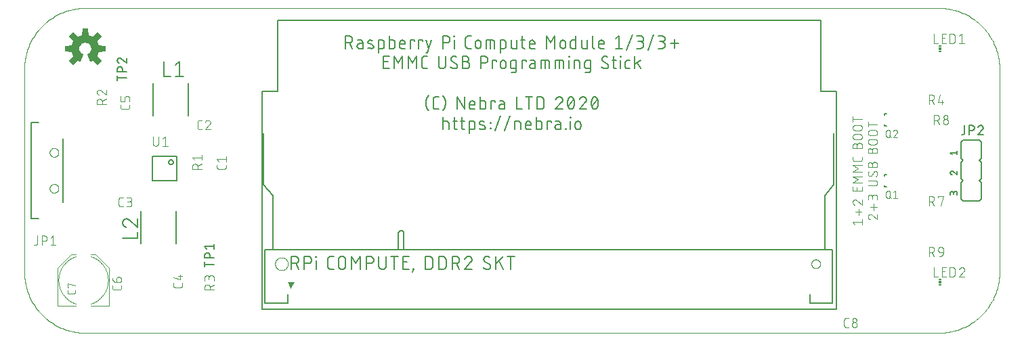
<source format=gto>
G04 EAGLE Gerber RS-274X export*
G75*
%MOMM*%
%FSLAX34Y34*%
%LPD*%
%INTop silk*%
%IPPOS*%
%AMOC8*
5,1,8,0,0,1.08239X$1,22.5*%
G01*
%ADD10C,0.000000*%
%ADD11C,0.101600*%
%ADD12C,0.127000*%
%ADD13C,0.076200*%
%ADD14C,0.203200*%
%ADD15C,0.152400*%
%ADD16C,0.150000*%
%ADD17R,0.300000X0.150000*%
%ADD18R,0.300000X0.300000*%

G36*
X91625Y335530D02*
X91625Y335530D01*
X91681Y335530D01*
X91709Y335545D01*
X91741Y335550D01*
X91800Y335590D01*
X91836Y335608D01*
X91845Y335620D01*
X91861Y335631D01*
X96169Y339939D01*
X96186Y339966D01*
X96210Y339987D01*
X96231Y340039D01*
X96260Y340086D01*
X96263Y340118D01*
X96275Y340148D01*
X96272Y340203D01*
X96277Y340259D01*
X96265Y340289D01*
X96263Y340321D01*
X96229Y340384D01*
X96215Y340421D01*
X96204Y340431D01*
X96195Y340448D01*
X91228Y346539D01*
X92417Y348849D01*
X92424Y348875D01*
X92441Y348907D01*
X93233Y351381D01*
X101052Y352175D01*
X101083Y352185D01*
X101115Y352186D01*
X101164Y352213D01*
X101216Y352231D01*
X101239Y352254D01*
X101267Y352269D01*
X101299Y352315D01*
X101338Y352354D01*
X101348Y352385D01*
X101367Y352411D01*
X101380Y352481D01*
X101393Y352519D01*
X101391Y352534D01*
X101394Y352553D01*
X101394Y358647D01*
X101387Y358678D01*
X101389Y358710D01*
X101367Y358761D01*
X101355Y358816D01*
X101334Y358840D01*
X101322Y358870D01*
X101280Y358906D01*
X101245Y358949D01*
X101215Y358962D01*
X101191Y358983D01*
X101122Y359004D01*
X101086Y359020D01*
X101071Y359020D01*
X101052Y359025D01*
X93233Y359819D01*
X92441Y362293D01*
X92428Y362316D01*
X92417Y362351D01*
X91228Y364661D01*
X96195Y370752D01*
X96209Y370780D01*
X96230Y370804D01*
X96246Y370857D01*
X96271Y370907D01*
X96271Y370939D01*
X96280Y370970D01*
X96270Y371025D01*
X96270Y371081D01*
X96255Y371109D01*
X96250Y371141D01*
X96210Y371200D01*
X96192Y371236D01*
X96180Y371245D01*
X96169Y371261D01*
X91861Y375569D01*
X91834Y375586D01*
X91813Y375610D01*
X91761Y375631D01*
X91714Y375660D01*
X91682Y375663D01*
X91652Y375675D01*
X91597Y375672D01*
X91541Y375677D01*
X91511Y375665D01*
X91479Y375663D01*
X91416Y375629D01*
X91379Y375615D01*
X91369Y375604D01*
X91352Y375595D01*
X85261Y370628D01*
X82951Y371817D01*
X82925Y371824D01*
X82893Y371841D01*
X80419Y372633D01*
X79625Y380452D01*
X79617Y380478D01*
X79616Y380490D01*
X79615Y380493D01*
X79614Y380515D01*
X79587Y380564D01*
X79569Y380616D01*
X79546Y380639D01*
X79531Y380667D01*
X79485Y380699D01*
X79446Y380738D01*
X79415Y380748D01*
X79389Y380767D01*
X79319Y380780D01*
X79281Y380793D01*
X79266Y380791D01*
X79247Y380794D01*
X73153Y380794D01*
X73122Y380787D01*
X73090Y380789D01*
X73039Y380767D01*
X72984Y380755D01*
X72960Y380734D01*
X72930Y380722D01*
X72894Y380680D01*
X72851Y380645D01*
X72838Y380615D01*
X72817Y380591D01*
X72796Y380522D01*
X72780Y380486D01*
X72780Y380471D01*
X72778Y380464D01*
X72777Y380462D01*
X72777Y380461D01*
X72775Y380452D01*
X71981Y372633D01*
X69507Y371841D01*
X69484Y371828D01*
X69449Y371817D01*
X67139Y370628D01*
X61048Y375595D01*
X61020Y375609D01*
X60996Y375630D01*
X60943Y375646D01*
X60893Y375671D01*
X60861Y375671D01*
X60830Y375680D01*
X60775Y375670D01*
X60719Y375670D01*
X60691Y375655D01*
X60659Y375650D01*
X60600Y375610D01*
X60565Y375592D01*
X60555Y375580D01*
X60539Y375569D01*
X56231Y371261D01*
X56214Y371234D01*
X56190Y371213D01*
X56169Y371161D01*
X56140Y371114D01*
X56137Y371082D01*
X56125Y371052D01*
X56129Y370997D01*
X56123Y370941D01*
X56135Y370911D01*
X56137Y370879D01*
X56171Y370816D01*
X56185Y370779D01*
X56196Y370769D01*
X56205Y370752D01*
X61172Y364661D01*
X59983Y362351D01*
X59976Y362325D01*
X59959Y362293D01*
X59167Y359819D01*
X51348Y359025D01*
X51317Y359015D01*
X51285Y359014D01*
X51236Y358987D01*
X51184Y358969D01*
X51161Y358946D01*
X51133Y358931D01*
X51101Y358885D01*
X51062Y358846D01*
X51052Y358815D01*
X51033Y358789D01*
X51020Y358719D01*
X51007Y358681D01*
X51009Y358666D01*
X51006Y358647D01*
X51006Y352553D01*
X51013Y352522D01*
X51011Y352490D01*
X51033Y352439D01*
X51045Y352384D01*
X51066Y352360D01*
X51078Y352330D01*
X51120Y352294D01*
X51155Y352251D01*
X51185Y352238D01*
X51209Y352217D01*
X51278Y352196D01*
X51314Y352180D01*
X51329Y352180D01*
X51348Y352175D01*
X59167Y351381D01*
X59959Y348907D01*
X59972Y348884D01*
X59983Y348849D01*
X61172Y346539D01*
X56205Y340448D01*
X56191Y340420D01*
X56170Y340396D01*
X56154Y340343D01*
X56129Y340293D01*
X56129Y340261D01*
X56120Y340230D01*
X56130Y340175D01*
X56130Y340119D01*
X56145Y340091D01*
X56150Y340059D01*
X56190Y340000D01*
X56208Y339965D01*
X56220Y339955D01*
X56231Y339939D01*
X60539Y335631D01*
X60566Y335614D01*
X60587Y335590D01*
X60639Y335569D01*
X60686Y335540D01*
X60718Y335537D01*
X60748Y335525D01*
X60803Y335529D01*
X60859Y335523D01*
X60889Y335535D01*
X60921Y335537D01*
X60984Y335571D01*
X61021Y335585D01*
X61031Y335596D01*
X61048Y335605D01*
X67139Y340572D01*
X69448Y339382D01*
X69512Y339366D01*
X69575Y339343D01*
X69596Y339345D01*
X69616Y339340D01*
X69681Y339354D01*
X69747Y339361D01*
X69765Y339372D01*
X69785Y339377D01*
X69837Y339418D01*
X69893Y339454D01*
X69906Y339473D01*
X69921Y339485D01*
X69937Y339520D01*
X69973Y339574D01*
X73561Y348236D01*
X73567Y348269D01*
X73581Y348298D01*
X73580Y348353D01*
X73589Y348407D01*
X73580Y348439D01*
X73580Y348471D01*
X73555Y348520D01*
X73539Y348573D01*
X73516Y348597D01*
X73502Y348626D01*
X73447Y348671D01*
X73420Y348699D01*
X73405Y348705D01*
X73389Y348717D01*
X72071Y349422D01*
X70945Y350346D01*
X70021Y351472D01*
X69335Y352756D01*
X68912Y354150D01*
X68769Y355599D01*
X68926Y357118D01*
X69389Y358571D01*
X70140Y359900D01*
X71146Y361047D01*
X72365Y361964D01*
X73746Y362614D01*
X75230Y362967D01*
X76755Y363010D01*
X78257Y362740D01*
X79672Y362170D01*
X80940Y361322D01*
X82009Y360233D01*
X82833Y358949D01*
X83377Y357523D01*
X83619Y356017D01*
X83547Y354493D01*
X83166Y353015D01*
X82492Y351647D01*
X81552Y350445D01*
X80386Y349461D01*
X79009Y348717D01*
X78986Y348696D01*
X78957Y348682D01*
X78921Y348639D01*
X78880Y348602D01*
X78868Y348572D01*
X78848Y348548D01*
X78835Y348493D01*
X78814Y348441D01*
X78817Y348409D01*
X78810Y348378D01*
X78824Y348307D01*
X78827Y348268D01*
X78835Y348255D01*
X78839Y348236D01*
X82427Y339574D01*
X82466Y339520D01*
X82498Y339463D01*
X82515Y339451D01*
X82528Y339434D01*
X82586Y339403D01*
X82641Y339365D01*
X82662Y339362D01*
X82681Y339352D01*
X82747Y339351D01*
X82813Y339341D01*
X82836Y339348D01*
X82854Y339347D01*
X82889Y339364D01*
X82952Y339382D01*
X85261Y340572D01*
X91352Y335605D01*
X91380Y335591D01*
X91404Y335570D01*
X91457Y335554D01*
X91507Y335529D01*
X91539Y335529D01*
X91570Y335520D01*
X91625Y335530D01*
G37*
G36*
X333490Y55358D02*
X333490Y55358D01*
X333524Y55355D01*
X333589Y55374D01*
X333655Y55384D01*
X333684Y55402D01*
X333716Y55411D01*
X333768Y55454D01*
X333826Y55489D01*
X333848Y55518D01*
X333872Y55538D01*
X333895Y55581D01*
X333934Y55633D01*
X337684Y63133D01*
X337689Y63155D01*
X337702Y63173D01*
X337716Y63251D01*
X337736Y63327D01*
X337733Y63349D01*
X337737Y63370D01*
X337720Y63447D01*
X337710Y63525D01*
X337698Y63544D01*
X337694Y63566D01*
X337648Y63630D01*
X337608Y63698D01*
X337590Y63711D01*
X337578Y63729D01*
X337511Y63771D01*
X337448Y63818D01*
X337426Y63824D01*
X337407Y63835D01*
X337306Y63854D01*
X337253Y63867D01*
X337242Y63865D01*
X337230Y63867D01*
X329730Y63867D01*
X329708Y63863D01*
X329686Y63865D01*
X329611Y63843D01*
X329534Y63828D01*
X329515Y63815D01*
X329494Y63809D01*
X329433Y63759D01*
X329368Y63715D01*
X329356Y63696D01*
X329338Y63683D01*
X329301Y63613D01*
X329258Y63547D01*
X329255Y63525D01*
X329244Y63506D01*
X329237Y63427D01*
X329223Y63350D01*
X329228Y63328D01*
X329226Y63306D01*
X329255Y63207D01*
X329266Y63154D01*
X329273Y63145D01*
X329276Y63133D01*
X333026Y55633D01*
X333068Y55580D01*
X333102Y55522D01*
X333129Y55502D01*
X333150Y55475D01*
X333208Y55442D01*
X333262Y55402D01*
X333295Y55394D01*
X333325Y55377D01*
X333392Y55370D01*
X333457Y55353D01*
X333490Y55358D01*
G37*
D10*
X76200Y0D02*
X1143000Y0D01*
X1219000Y76200D02*
X1219000Y330200D01*
X1143000Y406400D02*
X76200Y406400D01*
X0Y330200D02*
X0Y76200D01*
X22Y74359D01*
X89Y72519D01*
X200Y70680D01*
X356Y68846D01*
X556Y67015D01*
X800Y65190D01*
X1088Y63371D01*
X1420Y61560D01*
X1795Y59757D01*
X2214Y57964D01*
X2676Y56182D01*
X3182Y54411D01*
X3729Y52653D01*
X4320Y50909D01*
X4952Y49179D01*
X5625Y47465D01*
X6340Y45768D01*
X7096Y44089D01*
X7892Y42429D01*
X8728Y40788D01*
X9604Y39168D01*
X10518Y37570D01*
X11471Y35994D01*
X12461Y34441D01*
X13489Y32913D01*
X14553Y31411D01*
X15653Y29934D01*
X16789Y28485D01*
X17959Y27063D01*
X19163Y25670D01*
X20401Y24307D01*
X21671Y22973D01*
X22973Y21671D01*
X24307Y20401D01*
X25670Y19163D01*
X27063Y17959D01*
X28485Y16789D01*
X29934Y15653D01*
X31411Y14553D01*
X32913Y13489D01*
X34441Y12461D01*
X35994Y11471D01*
X37570Y10518D01*
X39168Y9604D01*
X40788Y8728D01*
X42429Y7892D01*
X44089Y7096D01*
X45768Y6340D01*
X47465Y5625D01*
X49179Y4952D01*
X50909Y4320D01*
X52653Y3729D01*
X54411Y3182D01*
X56182Y2676D01*
X57964Y2214D01*
X59757Y1795D01*
X61560Y1420D01*
X63371Y1088D01*
X65190Y800D01*
X67015Y556D01*
X68846Y356D01*
X70680Y200D01*
X72519Y89D01*
X74359Y22D01*
X76200Y0D01*
X0Y330200D02*
X22Y332041D01*
X89Y333881D01*
X200Y335720D01*
X356Y337554D01*
X556Y339385D01*
X800Y341210D01*
X1088Y343029D01*
X1420Y344840D01*
X1795Y346643D01*
X2214Y348436D01*
X2676Y350218D01*
X3182Y351989D01*
X3729Y353747D01*
X4320Y355491D01*
X4952Y357221D01*
X5625Y358935D01*
X6340Y360632D01*
X7096Y362311D01*
X7892Y363971D01*
X8728Y365612D01*
X9604Y367232D01*
X10518Y368830D01*
X11471Y370406D01*
X12461Y371959D01*
X13489Y373487D01*
X14553Y374989D01*
X15653Y376466D01*
X16789Y377915D01*
X17959Y379337D01*
X19163Y380730D01*
X20401Y382093D01*
X21671Y383427D01*
X22973Y384729D01*
X24307Y385999D01*
X25670Y387237D01*
X27063Y388441D01*
X28485Y389611D01*
X29934Y390747D01*
X31411Y391847D01*
X32913Y392911D01*
X34441Y393939D01*
X35994Y394929D01*
X37570Y395882D01*
X39168Y396796D01*
X40788Y397672D01*
X42429Y398508D01*
X44089Y399304D01*
X45768Y400060D01*
X47465Y400775D01*
X49179Y401448D01*
X50909Y402080D01*
X52653Y402671D01*
X54411Y403218D01*
X56182Y403724D01*
X57964Y404186D01*
X59757Y404605D01*
X61560Y404980D01*
X63371Y405312D01*
X65190Y405600D01*
X67015Y405844D01*
X68846Y406044D01*
X70680Y406200D01*
X72519Y406311D01*
X74359Y406378D01*
X76200Y406400D01*
X1143000Y406400D02*
X1144839Y406375D01*
X1146677Y406306D01*
X1148512Y406193D01*
X1150344Y406035D01*
X1152172Y405833D01*
X1153995Y405587D01*
X1155811Y405297D01*
X1157619Y404963D01*
X1159419Y404586D01*
X1161209Y404165D01*
X1162989Y403701D01*
X1164756Y403194D01*
X1166511Y402644D01*
X1168252Y402053D01*
X1169979Y401419D01*
X1171690Y400744D01*
X1173383Y400028D01*
X1175059Y399271D01*
X1176716Y398474D01*
X1178354Y397637D01*
X1179971Y396760D01*
X1181566Y395845D01*
X1183138Y394892D01*
X1184687Y393901D01*
X1186212Y392872D01*
X1187711Y391807D01*
X1189184Y390707D01*
X1190631Y389571D01*
X1192049Y388400D01*
X1193438Y387195D01*
X1194798Y385957D01*
X1196128Y384687D01*
X1197427Y383385D01*
X1198694Y382052D01*
X1199928Y380689D01*
X1201129Y379296D01*
X1202296Y377875D01*
X1203428Y376426D01*
X1204525Y374950D01*
X1205586Y373447D01*
X1206610Y371920D01*
X1207597Y370368D01*
X1208547Y368793D01*
X1209458Y367196D01*
X1210330Y365577D01*
X1211162Y363937D01*
X1211955Y362278D01*
X1212708Y360600D01*
X1213420Y358904D01*
X1214090Y357192D01*
X1214719Y355464D01*
X1215306Y353721D01*
X1215851Y351965D01*
X1216353Y350196D01*
X1216813Y348415D01*
X1217229Y346624D01*
X1217601Y344823D01*
X1217931Y343013D01*
X1218216Y341197D01*
X1218457Y339374D01*
X1218654Y337545D01*
X1218807Y335713D01*
X1218916Y333877D01*
X1218980Y332039D01*
X1219000Y330200D01*
X1219000Y76200D02*
X1218980Y74361D01*
X1218916Y72523D01*
X1218807Y70687D01*
X1218654Y68855D01*
X1218457Y67026D01*
X1218216Y65203D01*
X1217931Y63387D01*
X1217601Y61577D01*
X1217229Y59776D01*
X1216813Y57985D01*
X1216353Y56204D01*
X1215851Y54435D01*
X1215306Y52679D01*
X1214719Y50936D01*
X1214090Y49208D01*
X1213420Y47496D01*
X1212708Y45800D01*
X1211955Y44122D01*
X1211162Y42463D01*
X1210330Y40823D01*
X1209458Y39204D01*
X1208547Y37607D01*
X1207597Y36032D01*
X1206610Y34480D01*
X1205586Y32953D01*
X1204525Y31450D01*
X1203428Y29974D01*
X1202296Y28525D01*
X1201129Y27104D01*
X1199928Y25711D01*
X1198694Y24348D01*
X1197427Y23015D01*
X1196128Y21713D01*
X1194798Y20443D01*
X1193438Y19205D01*
X1192049Y18000D01*
X1190631Y16829D01*
X1189184Y15693D01*
X1187711Y14593D01*
X1186212Y13528D01*
X1184687Y12499D01*
X1183138Y11508D01*
X1181566Y10555D01*
X1179971Y9640D01*
X1178354Y8763D01*
X1176716Y7926D01*
X1175059Y7129D01*
X1173383Y6372D01*
X1171690Y5656D01*
X1169979Y4981D01*
X1168252Y4347D01*
X1166511Y3756D01*
X1164756Y3206D01*
X1162989Y2699D01*
X1161209Y2235D01*
X1159419Y1814D01*
X1157619Y1437D01*
X1155811Y1103D01*
X1153995Y813D01*
X1152172Y567D01*
X1150344Y365D01*
X1148512Y207D01*
X1146677Y94D01*
X1144839Y25D01*
X1143000Y0D01*
D11*
X1038154Y135756D02*
X1035558Y139002D01*
X1047242Y139002D01*
X1047242Y142247D02*
X1047242Y135756D01*
X1042698Y147299D02*
X1042698Y155088D01*
X1038804Y151194D02*
X1046593Y151194D01*
X1035558Y163710D02*
X1035560Y163817D01*
X1035566Y163923D01*
X1035576Y164029D01*
X1035589Y164135D01*
X1035607Y164241D01*
X1035628Y164345D01*
X1035653Y164449D01*
X1035682Y164552D01*
X1035714Y164653D01*
X1035751Y164753D01*
X1035791Y164852D01*
X1035834Y164950D01*
X1035881Y165046D01*
X1035932Y165140D01*
X1035986Y165232D01*
X1036043Y165322D01*
X1036103Y165410D01*
X1036167Y165495D01*
X1036234Y165578D01*
X1036304Y165659D01*
X1036376Y165737D01*
X1036452Y165813D01*
X1036530Y165885D01*
X1036611Y165955D01*
X1036694Y166022D01*
X1036779Y166086D01*
X1036867Y166146D01*
X1036957Y166203D01*
X1037049Y166257D01*
X1037143Y166308D01*
X1037239Y166355D01*
X1037337Y166398D01*
X1037436Y166438D01*
X1037536Y166475D01*
X1037637Y166507D01*
X1037740Y166536D01*
X1037844Y166561D01*
X1037948Y166582D01*
X1038054Y166600D01*
X1038160Y166613D01*
X1038266Y166623D01*
X1038372Y166629D01*
X1038479Y166631D01*
X1035558Y163710D02*
X1035560Y163589D01*
X1035566Y163468D01*
X1035576Y163348D01*
X1035589Y163227D01*
X1035607Y163108D01*
X1035628Y162988D01*
X1035653Y162870D01*
X1035682Y162753D01*
X1035715Y162636D01*
X1035751Y162521D01*
X1035792Y162407D01*
X1035835Y162294D01*
X1035883Y162182D01*
X1035934Y162073D01*
X1035989Y161965D01*
X1036047Y161858D01*
X1036108Y161754D01*
X1036173Y161652D01*
X1036241Y161552D01*
X1036312Y161454D01*
X1036386Y161358D01*
X1036463Y161265D01*
X1036544Y161175D01*
X1036627Y161087D01*
X1036713Y161002D01*
X1036802Y160919D01*
X1036893Y160840D01*
X1036987Y160763D01*
X1037083Y160690D01*
X1037181Y160620D01*
X1037282Y160553D01*
X1037385Y160489D01*
X1037490Y160429D01*
X1037597Y160371D01*
X1037705Y160318D01*
X1037815Y160268D01*
X1037927Y160222D01*
X1038040Y160179D01*
X1038155Y160140D01*
X1040751Y165657D02*
X1040673Y165736D01*
X1040593Y165812D01*
X1040510Y165885D01*
X1040424Y165955D01*
X1040337Y166022D01*
X1040246Y166086D01*
X1040154Y166146D01*
X1040060Y166204D01*
X1039963Y166258D01*
X1039865Y166308D01*
X1039765Y166355D01*
X1039664Y166399D01*
X1039561Y166439D01*
X1039456Y166475D01*
X1039351Y166507D01*
X1039244Y166536D01*
X1039137Y166561D01*
X1039028Y166583D01*
X1038919Y166600D01*
X1038810Y166614D01*
X1038700Y166623D01*
X1038589Y166629D01*
X1038479Y166631D01*
X1040751Y165657D02*
X1047242Y160140D01*
X1047242Y166631D01*
X1047242Y178070D02*
X1047242Y183262D01*
X1047242Y178070D02*
X1035558Y178070D01*
X1035558Y183262D01*
X1040751Y181964D02*
X1040751Y178070D01*
X1035558Y188066D02*
X1047242Y188066D01*
X1042049Y191961D02*
X1035558Y188066D01*
X1042049Y191961D02*
X1035558Y195855D01*
X1047242Y195855D01*
X1047242Y201782D02*
X1035558Y201782D01*
X1042049Y205677D01*
X1035558Y209571D01*
X1047242Y209571D01*
X1047242Y217567D02*
X1047242Y220164D01*
X1047242Y217567D02*
X1047240Y217468D01*
X1047234Y217368D01*
X1047225Y217269D01*
X1047212Y217171D01*
X1047195Y217073D01*
X1047174Y216975D01*
X1047149Y216879D01*
X1047121Y216784D01*
X1047089Y216690D01*
X1047054Y216597D01*
X1047015Y216505D01*
X1046972Y216415D01*
X1046927Y216327D01*
X1046877Y216240D01*
X1046825Y216156D01*
X1046769Y216073D01*
X1046711Y215993D01*
X1046649Y215915D01*
X1046584Y215840D01*
X1046516Y215767D01*
X1046446Y215697D01*
X1046373Y215629D01*
X1046298Y215564D01*
X1046220Y215502D01*
X1046140Y215444D01*
X1046057Y215388D01*
X1045973Y215336D01*
X1045886Y215286D01*
X1045798Y215241D01*
X1045708Y215198D01*
X1045616Y215159D01*
X1045523Y215124D01*
X1045429Y215092D01*
X1045334Y215064D01*
X1045238Y215039D01*
X1045140Y215018D01*
X1045042Y215001D01*
X1044944Y214988D01*
X1044845Y214979D01*
X1044745Y214973D01*
X1044646Y214971D01*
X1038154Y214971D01*
X1038154Y214970D02*
X1038055Y214972D01*
X1037955Y214978D01*
X1037856Y214987D01*
X1037758Y215000D01*
X1037660Y215018D01*
X1037562Y215038D01*
X1037466Y215063D01*
X1037370Y215091D01*
X1037276Y215123D01*
X1037183Y215158D01*
X1037092Y215197D01*
X1037002Y215240D01*
X1036913Y215285D01*
X1036827Y215335D01*
X1036742Y215387D01*
X1036660Y215443D01*
X1036580Y215502D01*
X1036502Y215563D01*
X1036426Y215628D01*
X1036353Y215696D01*
X1036283Y215766D01*
X1036215Y215839D01*
X1036150Y215915D01*
X1036089Y215993D01*
X1036030Y216073D01*
X1035974Y216155D01*
X1035922Y216240D01*
X1035873Y216326D01*
X1035827Y216415D01*
X1035784Y216505D01*
X1035745Y216596D01*
X1035710Y216689D01*
X1035678Y216783D01*
X1035650Y216879D01*
X1035625Y216975D01*
X1035605Y217073D01*
X1035587Y217171D01*
X1035574Y217269D01*
X1035565Y217368D01*
X1035559Y217467D01*
X1035557Y217567D01*
X1035558Y217567D02*
X1035558Y220164D01*
X1040751Y231175D02*
X1040751Y234421D01*
X1040750Y234421D02*
X1040752Y234534D01*
X1040758Y234647D01*
X1040768Y234760D01*
X1040782Y234873D01*
X1040799Y234985D01*
X1040821Y235096D01*
X1040846Y235206D01*
X1040876Y235316D01*
X1040909Y235424D01*
X1040946Y235531D01*
X1040986Y235637D01*
X1041031Y235741D01*
X1041079Y235844D01*
X1041130Y235945D01*
X1041185Y236044D01*
X1041243Y236141D01*
X1041305Y236236D01*
X1041370Y236329D01*
X1041438Y236419D01*
X1041509Y236507D01*
X1041584Y236593D01*
X1041661Y236676D01*
X1041741Y236756D01*
X1041824Y236833D01*
X1041910Y236908D01*
X1041998Y236979D01*
X1042088Y237047D01*
X1042181Y237112D01*
X1042276Y237174D01*
X1042373Y237232D01*
X1042472Y237287D01*
X1042573Y237338D01*
X1042676Y237386D01*
X1042780Y237431D01*
X1042886Y237471D01*
X1042993Y237508D01*
X1043101Y237541D01*
X1043211Y237571D01*
X1043321Y237596D01*
X1043432Y237618D01*
X1043544Y237635D01*
X1043657Y237649D01*
X1043770Y237659D01*
X1043883Y237665D01*
X1043996Y237667D01*
X1044109Y237665D01*
X1044222Y237659D01*
X1044335Y237649D01*
X1044448Y237635D01*
X1044560Y237618D01*
X1044671Y237596D01*
X1044781Y237571D01*
X1044891Y237541D01*
X1044999Y237508D01*
X1045106Y237471D01*
X1045212Y237431D01*
X1045316Y237386D01*
X1045419Y237338D01*
X1045520Y237287D01*
X1045619Y237232D01*
X1045716Y237174D01*
X1045811Y237112D01*
X1045904Y237047D01*
X1045994Y236979D01*
X1046082Y236908D01*
X1046168Y236833D01*
X1046251Y236756D01*
X1046331Y236676D01*
X1046408Y236593D01*
X1046483Y236507D01*
X1046554Y236419D01*
X1046622Y236329D01*
X1046687Y236236D01*
X1046749Y236141D01*
X1046807Y236044D01*
X1046862Y235945D01*
X1046913Y235844D01*
X1046961Y235741D01*
X1047006Y235637D01*
X1047046Y235531D01*
X1047083Y235424D01*
X1047116Y235316D01*
X1047146Y235206D01*
X1047171Y235096D01*
X1047193Y234985D01*
X1047210Y234873D01*
X1047224Y234760D01*
X1047234Y234647D01*
X1047240Y234534D01*
X1047242Y234421D01*
X1047242Y231175D01*
X1035558Y231175D01*
X1035558Y234421D01*
X1035560Y234522D01*
X1035566Y234622D01*
X1035576Y234722D01*
X1035589Y234822D01*
X1035607Y234921D01*
X1035628Y235020D01*
X1035653Y235117D01*
X1035682Y235214D01*
X1035715Y235309D01*
X1035751Y235403D01*
X1035791Y235495D01*
X1035834Y235586D01*
X1035881Y235675D01*
X1035931Y235762D01*
X1035985Y235848D01*
X1036042Y235931D01*
X1036102Y236011D01*
X1036165Y236090D01*
X1036232Y236166D01*
X1036301Y236239D01*
X1036373Y236309D01*
X1036447Y236377D01*
X1036524Y236442D01*
X1036604Y236503D01*
X1036686Y236562D01*
X1036770Y236617D01*
X1036856Y236669D01*
X1036944Y236718D01*
X1037034Y236763D01*
X1037126Y236805D01*
X1037219Y236843D01*
X1037314Y236877D01*
X1037409Y236908D01*
X1037506Y236935D01*
X1037604Y236958D01*
X1037703Y236978D01*
X1037803Y236993D01*
X1037903Y237005D01*
X1038003Y237013D01*
X1038104Y237017D01*
X1038204Y237017D01*
X1038305Y237013D01*
X1038405Y237005D01*
X1038505Y236993D01*
X1038605Y236978D01*
X1038704Y236958D01*
X1038802Y236935D01*
X1038899Y236908D01*
X1038994Y236877D01*
X1039089Y236843D01*
X1039182Y236805D01*
X1039274Y236763D01*
X1039364Y236718D01*
X1039452Y236669D01*
X1039538Y236617D01*
X1039622Y236562D01*
X1039704Y236503D01*
X1039784Y236442D01*
X1039861Y236377D01*
X1039935Y236309D01*
X1040007Y236239D01*
X1040076Y236166D01*
X1040143Y236090D01*
X1040206Y236011D01*
X1040266Y235931D01*
X1040323Y235848D01*
X1040377Y235762D01*
X1040427Y235675D01*
X1040474Y235586D01*
X1040517Y235495D01*
X1040557Y235403D01*
X1040593Y235309D01*
X1040626Y235214D01*
X1040655Y235117D01*
X1040680Y235020D01*
X1040701Y234921D01*
X1040719Y234822D01*
X1040732Y234722D01*
X1040742Y234622D01*
X1040748Y234522D01*
X1040750Y234421D01*
X1038804Y242055D02*
X1043996Y242055D01*
X1038804Y242054D02*
X1038691Y242056D01*
X1038578Y242062D01*
X1038465Y242072D01*
X1038352Y242086D01*
X1038240Y242103D01*
X1038129Y242125D01*
X1038019Y242150D01*
X1037909Y242180D01*
X1037801Y242213D01*
X1037694Y242250D01*
X1037588Y242290D01*
X1037484Y242335D01*
X1037381Y242383D01*
X1037280Y242434D01*
X1037181Y242489D01*
X1037084Y242547D01*
X1036989Y242609D01*
X1036896Y242674D01*
X1036806Y242742D01*
X1036718Y242813D01*
X1036632Y242888D01*
X1036549Y242965D01*
X1036469Y243045D01*
X1036392Y243128D01*
X1036317Y243214D01*
X1036246Y243302D01*
X1036178Y243392D01*
X1036113Y243485D01*
X1036051Y243580D01*
X1035993Y243677D01*
X1035938Y243776D01*
X1035887Y243877D01*
X1035839Y243980D01*
X1035794Y244084D01*
X1035754Y244190D01*
X1035717Y244297D01*
X1035684Y244405D01*
X1035654Y244515D01*
X1035629Y244625D01*
X1035607Y244736D01*
X1035590Y244848D01*
X1035576Y244961D01*
X1035566Y245074D01*
X1035560Y245187D01*
X1035558Y245300D01*
X1035560Y245413D01*
X1035566Y245526D01*
X1035576Y245639D01*
X1035590Y245752D01*
X1035607Y245864D01*
X1035629Y245975D01*
X1035654Y246085D01*
X1035684Y246195D01*
X1035717Y246303D01*
X1035754Y246410D01*
X1035794Y246516D01*
X1035839Y246620D01*
X1035887Y246723D01*
X1035938Y246824D01*
X1035993Y246923D01*
X1036051Y247020D01*
X1036113Y247115D01*
X1036178Y247208D01*
X1036246Y247298D01*
X1036317Y247386D01*
X1036392Y247472D01*
X1036469Y247555D01*
X1036549Y247635D01*
X1036632Y247712D01*
X1036718Y247787D01*
X1036806Y247858D01*
X1036896Y247926D01*
X1036989Y247991D01*
X1037084Y248053D01*
X1037181Y248111D01*
X1037280Y248166D01*
X1037381Y248217D01*
X1037484Y248265D01*
X1037588Y248310D01*
X1037694Y248350D01*
X1037801Y248387D01*
X1037909Y248420D01*
X1038019Y248450D01*
X1038129Y248475D01*
X1038240Y248497D01*
X1038352Y248514D01*
X1038465Y248528D01*
X1038578Y248538D01*
X1038691Y248544D01*
X1038804Y248546D01*
X1043996Y248546D01*
X1044109Y248544D01*
X1044222Y248538D01*
X1044335Y248528D01*
X1044448Y248514D01*
X1044560Y248497D01*
X1044671Y248475D01*
X1044781Y248450D01*
X1044891Y248420D01*
X1044999Y248387D01*
X1045106Y248350D01*
X1045212Y248310D01*
X1045316Y248265D01*
X1045419Y248217D01*
X1045520Y248166D01*
X1045619Y248111D01*
X1045716Y248053D01*
X1045811Y247991D01*
X1045904Y247926D01*
X1045994Y247858D01*
X1046082Y247787D01*
X1046168Y247712D01*
X1046251Y247635D01*
X1046331Y247555D01*
X1046408Y247472D01*
X1046483Y247386D01*
X1046554Y247298D01*
X1046622Y247208D01*
X1046687Y247115D01*
X1046749Y247020D01*
X1046807Y246923D01*
X1046862Y246824D01*
X1046913Y246723D01*
X1046961Y246620D01*
X1047006Y246516D01*
X1047046Y246410D01*
X1047083Y246303D01*
X1047116Y246195D01*
X1047146Y246085D01*
X1047171Y245975D01*
X1047193Y245864D01*
X1047210Y245752D01*
X1047224Y245639D01*
X1047234Y245526D01*
X1047240Y245413D01*
X1047242Y245300D01*
X1047240Y245187D01*
X1047234Y245074D01*
X1047224Y244961D01*
X1047210Y244848D01*
X1047193Y244736D01*
X1047171Y244625D01*
X1047146Y244515D01*
X1047116Y244405D01*
X1047083Y244297D01*
X1047046Y244190D01*
X1047006Y244084D01*
X1046961Y243980D01*
X1046913Y243877D01*
X1046862Y243776D01*
X1046807Y243677D01*
X1046749Y243580D01*
X1046687Y243485D01*
X1046622Y243392D01*
X1046554Y243302D01*
X1046483Y243214D01*
X1046408Y243128D01*
X1046331Y243045D01*
X1046251Y242965D01*
X1046168Y242888D01*
X1046082Y242813D01*
X1045994Y242742D01*
X1045904Y242674D01*
X1045811Y242609D01*
X1045716Y242547D01*
X1045619Y242489D01*
X1045520Y242434D01*
X1045419Y242383D01*
X1045316Y242335D01*
X1045212Y242290D01*
X1045106Y242250D01*
X1044999Y242213D01*
X1044891Y242180D01*
X1044781Y242150D01*
X1044671Y242125D01*
X1044560Y242103D01*
X1044448Y242086D01*
X1044335Y242072D01*
X1044222Y242062D01*
X1044109Y242056D01*
X1043996Y242054D01*
X1043996Y253485D02*
X1038804Y253485D01*
X1038804Y253484D02*
X1038691Y253486D01*
X1038578Y253492D01*
X1038465Y253502D01*
X1038352Y253516D01*
X1038240Y253533D01*
X1038129Y253555D01*
X1038019Y253580D01*
X1037909Y253610D01*
X1037801Y253643D01*
X1037694Y253680D01*
X1037588Y253720D01*
X1037484Y253765D01*
X1037381Y253813D01*
X1037280Y253864D01*
X1037181Y253919D01*
X1037084Y253977D01*
X1036989Y254039D01*
X1036896Y254104D01*
X1036806Y254172D01*
X1036718Y254243D01*
X1036632Y254318D01*
X1036549Y254395D01*
X1036469Y254475D01*
X1036392Y254558D01*
X1036317Y254644D01*
X1036246Y254732D01*
X1036178Y254822D01*
X1036113Y254915D01*
X1036051Y255010D01*
X1035993Y255107D01*
X1035938Y255206D01*
X1035887Y255307D01*
X1035839Y255410D01*
X1035794Y255514D01*
X1035754Y255620D01*
X1035717Y255727D01*
X1035684Y255835D01*
X1035654Y255945D01*
X1035629Y256055D01*
X1035607Y256166D01*
X1035590Y256278D01*
X1035576Y256391D01*
X1035566Y256504D01*
X1035560Y256617D01*
X1035558Y256730D01*
X1035560Y256843D01*
X1035566Y256956D01*
X1035576Y257069D01*
X1035590Y257182D01*
X1035607Y257294D01*
X1035629Y257405D01*
X1035654Y257515D01*
X1035684Y257625D01*
X1035717Y257733D01*
X1035754Y257840D01*
X1035794Y257946D01*
X1035839Y258050D01*
X1035887Y258153D01*
X1035938Y258254D01*
X1035993Y258353D01*
X1036051Y258450D01*
X1036113Y258545D01*
X1036178Y258638D01*
X1036246Y258728D01*
X1036317Y258816D01*
X1036392Y258902D01*
X1036469Y258985D01*
X1036549Y259065D01*
X1036632Y259142D01*
X1036718Y259217D01*
X1036806Y259288D01*
X1036896Y259356D01*
X1036989Y259421D01*
X1037084Y259483D01*
X1037181Y259541D01*
X1037280Y259596D01*
X1037381Y259647D01*
X1037484Y259695D01*
X1037588Y259740D01*
X1037694Y259780D01*
X1037801Y259817D01*
X1037909Y259850D01*
X1038019Y259880D01*
X1038129Y259905D01*
X1038240Y259927D01*
X1038352Y259944D01*
X1038465Y259958D01*
X1038578Y259968D01*
X1038691Y259974D01*
X1038804Y259976D01*
X1043996Y259976D01*
X1044109Y259974D01*
X1044222Y259968D01*
X1044335Y259958D01*
X1044448Y259944D01*
X1044560Y259927D01*
X1044671Y259905D01*
X1044781Y259880D01*
X1044891Y259850D01*
X1044999Y259817D01*
X1045106Y259780D01*
X1045212Y259740D01*
X1045316Y259695D01*
X1045419Y259647D01*
X1045520Y259596D01*
X1045619Y259541D01*
X1045716Y259483D01*
X1045811Y259421D01*
X1045904Y259356D01*
X1045994Y259288D01*
X1046082Y259217D01*
X1046168Y259142D01*
X1046251Y259065D01*
X1046331Y258985D01*
X1046408Y258902D01*
X1046483Y258816D01*
X1046554Y258728D01*
X1046622Y258638D01*
X1046687Y258545D01*
X1046749Y258450D01*
X1046807Y258353D01*
X1046862Y258254D01*
X1046913Y258153D01*
X1046961Y258050D01*
X1047006Y257946D01*
X1047046Y257840D01*
X1047083Y257733D01*
X1047116Y257625D01*
X1047146Y257515D01*
X1047171Y257405D01*
X1047193Y257294D01*
X1047210Y257182D01*
X1047224Y257069D01*
X1047234Y256956D01*
X1047240Y256843D01*
X1047242Y256730D01*
X1047240Y256617D01*
X1047234Y256504D01*
X1047224Y256391D01*
X1047210Y256278D01*
X1047193Y256166D01*
X1047171Y256055D01*
X1047146Y255945D01*
X1047116Y255835D01*
X1047083Y255727D01*
X1047046Y255620D01*
X1047006Y255514D01*
X1046961Y255410D01*
X1046913Y255307D01*
X1046862Y255206D01*
X1046807Y255107D01*
X1046749Y255010D01*
X1046687Y254915D01*
X1046622Y254822D01*
X1046554Y254732D01*
X1046483Y254644D01*
X1046408Y254558D01*
X1046331Y254475D01*
X1046251Y254395D01*
X1046168Y254318D01*
X1046082Y254243D01*
X1045994Y254172D01*
X1045904Y254104D01*
X1045811Y254039D01*
X1045716Y253977D01*
X1045619Y253919D01*
X1045520Y253864D01*
X1045419Y253813D01*
X1045316Y253765D01*
X1045212Y253720D01*
X1045106Y253680D01*
X1044999Y253643D01*
X1044891Y253610D01*
X1044781Y253580D01*
X1044671Y253555D01*
X1044560Y253533D01*
X1044448Y253516D01*
X1044335Y253502D01*
X1044222Y253492D01*
X1044109Y253486D01*
X1043996Y253484D01*
X1047242Y267398D02*
X1035558Y267398D01*
X1035558Y264153D02*
X1035558Y270644D01*
X1057529Y148534D02*
X1057422Y148532D01*
X1057316Y148526D01*
X1057210Y148516D01*
X1057104Y148503D01*
X1056998Y148485D01*
X1056894Y148464D01*
X1056790Y148439D01*
X1056687Y148410D01*
X1056586Y148378D01*
X1056486Y148341D01*
X1056387Y148301D01*
X1056289Y148258D01*
X1056193Y148211D01*
X1056099Y148160D01*
X1056007Y148106D01*
X1055917Y148049D01*
X1055829Y147989D01*
X1055744Y147925D01*
X1055661Y147858D01*
X1055580Y147788D01*
X1055502Y147716D01*
X1055426Y147640D01*
X1055354Y147562D01*
X1055284Y147481D01*
X1055217Y147398D01*
X1055153Y147313D01*
X1055093Y147225D01*
X1055036Y147135D01*
X1054982Y147043D01*
X1054931Y146949D01*
X1054884Y146853D01*
X1054841Y146755D01*
X1054801Y146656D01*
X1054764Y146556D01*
X1054732Y146455D01*
X1054703Y146352D01*
X1054678Y146248D01*
X1054657Y146144D01*
X1054639Y146038D01*
X1054626Y145932D01*
X1054616Y145826D01*
X1054610Y145720D01*
X1054608Y145613D01*
X1054610Y145492D01*
X1054616Y145371D01*
X1054626Y145251D01*
X1054639Y145130D01*
X1054657Y145011D01*
X1054678Y144891D01*
X1054703Y144773D01*
X1054732Y144656D01*
X1054765Y144539D01*
X1054801Y144424D01*
X1054842Y144310D01*
X1054885Y144197D01*
X1054933Y144085D01*
X1054984Y143976D01*
X1055039Y143868D01*
X1055097Y143761D01*
X1055158Y143657D01*
X1055223Y143555D01*
X1055291Y143455D01*
X1055362Y143357D01*
X1055436Y143261D01*
X1055513Y143168D01*
X1055594Y143078D01*
X1055677Y142990D01*
X1055763Y142905D01*
X1055852Y142822D01*
X1055943Y142743D01*
X1056037Y142666D01*
X1056133Y142593D01*
X1056231Y142523D01*
X1056332Y142456D01*
X1056435Y142392D01*
X1056540Y142332D01*
X1056647Y142274D01*
X1056755Y142221D01*
X1056865Y142171D01*
X1056977Y142125D01*
X1057090Y142082D01*
X1057205Y142043D01*
X1059801Y147559D02*
X1059723Y147638D01*
X1059643Y147714D01*
X1059560Y147787D01*
X1059474Y147857D01*
X1059387Y147924D01*
X1059296Y147988D01*
X1059204Y148048D01*
X1059110Y148106D01*
X1059013Y148160D01*
X1058915Y148210D01*
X1058815Y148257D01*
X1058714Y148301D01*
X1058611Y148341D01*
X1058506Y148377D01*
X1058401Y148409D01*
X1058294Y148438D01*
X1058187Y148463D01*
X1058078Y148485D01*
X1057969Y148502D01*
X1057860Y148516D01*
X1057750Y148525D01*
X1057639Y148531D01*
X1057529Y148533D01*
X1059801Y147560D02*
X1066292Y142043D01*
X1066292Y148534D01*
X1061748Y153585D02*
X1061748Y161375D01*
X1057854Y157480D02*
X1065643Y157480D01*
X1066292Y166427D02*
X1066292Y169672D01*
X1066290Y169785D01*
X1066284Y169898D01*
X1066274Y170011D01*
X1066260Y170124D01*
X1066243Y170236D01*
X1066221Y170347D01*
X1066196Y170457D01*
X1066166Y170567D01*
X1066133Y170675D01*
X1066096Y170782D01*
X1066056Y170888D01*
X1066011Y170992D01*
X1065963Y171095D01*
X1065912Y171196D01*
X1065857Y171295D01*
X1065799Y171392D01*
X1065737Y171487D01*
X1065672Y171580D01*
X1065604Y171670D01*
X1065533Y171758D01*
X1065458Y171844D01*
X1065381Y171927D01*
X1065301Y172007D01*
X1065218Y172084D01*
X1065132Y172159D01*
X1065044Y172230D01*
X1064954Y172298D01*
X1064861Y172363D01*
X1064766Y172425D01*
X1064669Y172483D01*
X1064570Y172538D01*
X1064469Y172589D01*
X1064366Y172637D01*
X1064262Y172682D01*
X1064156Y172722D01*
X1064049Y172759D01*
X1063941Y172792D01*
X1063831Y172822D01*
X1063721Y172847D01*
X1063610Y172869D01*
X1063498Y172886D01*
X1063385Y172900D01*
X1063272Y172910D01*
X1063159Y172916D01*
X1063046Y172918D01*
X1062933Y172916D01*
X1062820Y172910D01*
X1062707Y172900D01*
X1062594Y172886D01*
X1062482Y172869D01*
X1062371Y172847D01*
X1062261Y172822D01*
X1062151Y172792D01*
X1062043Y172759D01*
X1061936Y172722D01*
X1061830Y172682D01*
X1061726Y172637D01*
X1061623Y172589D01*
X1061522Y172538D01*
X1061423Y172483D01*
X1061326Y172425D01*
X1061231Y172363D01*
X1061138Y172298D01*
X1061048Y172230D01*
X1060960Y172159D01*
X1060874Y172084D01*
X1060791Y172007D01*
X1060711Y171927D01*
X1060634Y171844D01*
X1060559Y171758D01*
X1060488Y171670D01*
X1060420Y171580D01*
X1060355Y171487D01*
X1060293Y171392D01*
X1060235Y171295D01*
X1060180Y171196D01*
X1060129Y171095D01*
X1060081Y170992D01*
X1060036Y170888D01*
X1059996Y170782D01*
X1059959Y170675D01*
X1059926Y170567D01*
X1059896Y170457D01*
X1059871Y170347D01*
X1059849Y170236D01*
X1059832Y170124D01*
X1059818Y170011D01*
X1059808Y169898D01*
X1059802Y169785D01*
X1059800Y169672D01*
X1054608Y170321D02*
X1054608Y166427D01*
X1054608Y170321D02*
X1054610Y170422D01*
X1054616Y170522D01*
X1054626Y170622D01*
X1054639Y170722D01*
X1054657Y170821D01*
X1054678Y170920D01*
X1054703Y171017D01*
X1054732Y171114D01*
X1054765Y171209D01*
X1054801Y171303D01*
X1054841Y171395D01*
X1054884Y171486D01*
X1054931Y171575D01*
X1054981Y171662D01*
X1055035Y171748D01*
X1055092Y171831D01*
X1055152Y171911D01*
X1055215Y171990D01*
X1055282Y172066D01*
X1055351Y172139D01*
X1055423Y172209D01*
X1055497Y172277D01*
X1055574Y172342D01*
X1055654Y172403D01*
X1055736Y172462D01*
X1055820Y172517D01*
X1055906Y172569D01*
X1055994Y172618D01*
X1056084Y172663D01*
X1056176Y172705D01*
X1056269Y172743D01*
X1056364Y172777D01*
X1056459Y172808D01*
X1056556Y172835D01*
X1056654Y172858D01*
X1056753Y172878D01*
X1056853Y172893D01*
X1056953Y172905D01*
X1057053Y172913D01*
X1057154Y172917D01*
X1057254Y172917D01*
X1057355Y172913D01*
X1057455Y172905D01*
X1057555Y172893D01*
X1057655Y172878D01*
X1057754Y172858D01*
X1057852Y172835D01*
X1057949Y172808D01*
X1058044Y172777D01*
X1058139Y172743D01*
X1058232Y172705D01*
X1058324Y172663D01*
X1058414Y172618D01*
X1058502Y172569D01*
X1058588Y172517D01*
X1058672Y172462D01*
X1058754Y172403D01*
X1058834Y172342D01*
X1058911Y172277D01*
X1058985Y172209D01*
X1059057Y172139D01*
X1059126Y172066D01*
X1059193Y171990D01*
X1059256Y171911D01*
X1059316Y171831D01*
X1059373Y171748D01*
X1059427Y171662D01*
X1059477Y171575D01*
X1059524Y171486D01*
X1059567Y171395D01*
X1059607Y171303D01*
X1059643Y171209D01*
X1059676Y171114D01*
X1059705Y171017D01*
X1059730Y170920D01*
X1059751Y170821D01*
X1059769Y170722D01*
X1059782Y170622D01*
X1059792Y170522D01*
X1059798Y170422D01*
X1059800Y170321D01*
X1059801Y170321D02*
X1059801Y167725D01*
X1063046Y184334D02*
X1054608Y184334D01*
X1063046Y184333D02*
X1063159Y184335D01*
X1063272Y184341D01*
X1063385Y184351D01*
X1063498Y184365D01*
X1063610Y184382D01*
X1063721Y184404D01*
X1063831Y184429D01*
X1063941Y184459D01*
X1064049Y184492D01*
X1064156Y184529D01*
X1064262Y184569D01*
X1064366Y184614D01*
X1064469Y184662D01*
X1064570Y184713D01*
X1064669Y184768D01*
X1064766Y184826D01*
X1064861Y184888D01*
X1064954Y184953D01*
X1065044Y185021D01*
X1065132Y185092D01*
X1065218Y185167D01*
X1065301Y185244D01*
X1065381Y185324D01*
X1065458Y185407D01*
X1065533Y185493D01*
X1065604Y185581D01*
X1065672Y185671D01*
X1065737Y185764D01*
X1065799Y185859D01*
X1065857Y185956D01*
X1065912Y186055D01*
X1065963Y186156D01*
X1066011Y186259D01*
X1066056Y186363D01*
X1066096Y186469D01*
X1066133Y186576D01*
X1066166Y186684D01*
X1066196Y186794D01*
X1066221Y186904D01*
X1066243Y187015D01*
X1066260Y187127D01*
X1066274Y187240D01*
X1066284Y187353D01*
X1066290Y187466D01*
X1066292Y187579D01*
X1066290Y187692D01*
X1066284Y187805D01*
X1066274Y187918D01*
X1066260Y188031D01*
X1066243Y188143D01*
X1066221Y188254D01*
X1066196Y188364D01*
X1066166Y188474D01*
X1066133Y188582D01*
X1066096Y188689D01*
X1066056Y188795D01*
X1066011Y188899D01*
X1065963Y189002D01*
X1065912Y189103D01*
X1065857Y189202D01*
X1065799Y189299D01*
X1065737Y189394D01*
X1065672Y189487D01*
X1065604Y189577D01*
X1065533Y189665D01*
X1065458Y189751D01*
X1065381Y189834D01*
X1065301Y189914D01*
X1065218Y189991D01*
X1065132Y190066D01*
X1065044Y190137D01*
X1064954Y190205D01*
X1064861Y190270D01*
X1064766Y190332D01*
X1064669Y190390D01*
X1064570Y190445D01*
X1064469Y190496D01*
X1064366Y190544D01*
X1064262Y190589D01*
X1064156Y190629D01*
X1064049Y190666D01*
X1063941Y190699D01*
X1063831Y190729D01*
X1063721Y190754D01*
X1063610Y190776D01*
X1063498Y190793D01*
X1063385Y190807D01*
X1063272Y190817D01*
X1063159Y190823D01*
X1063046Y190825D01*
X1054608Y190825D01*
X1063696Y202254D02*
X1063795Y202252D01*
X1063895Y202246D01*
X1063994Y202237D01*
X1064092Y202224D01*
X1064190Y202207D01*
X1064288Y202186D01*
X1064384Y202161D01*
X1064479Y202133D01*
X1064573Y202101D01*
X1064666Y202066D01*
X1064758Y202027D01*
X1064848Y201984D01*
X1064936Y201939D01*
X1065023Y201889D01*
X1065107Y201837D01*
X1065190Y201781D01*
X1065270Y201723D01*
X1065348Y201661D01*
X1065423Y201596D01*
X1065496Y201528D01*
X1065566Y201458D01*
X1065634Y201385D01*
X1065699Y201310D01*
X1065761Y201232D01*
X1065819Y201152D01*
X1065875Y201069D01*
X1065927Y200985D01*
X1065977Y200898D01*
X1066022Y200810D01*
X1066065Y200720D01*
X1066104Y200628D01*
X1066139Y200535D01*
X1066171Y200441D01*
X1066199Y200346D01*
X1066224Y200250D01*
X1066245Y200152D01*
X1066262Y200054D01*
X1066275Y199956D01*
X1066284Y199857D01*
X1066290Y199757D01*
X1066292Y199658D01*
X1066290Y199514D01*
X1066284Y199369D01*
X1066275Y199225D01*
X1066262Y199082D01*
X1066245Y198938D01*
X1066224Y198795D01*
X1066199Y198653D01*
X1066171Y198512D01*
X1066139Y198371D01*
X1066103Y198231D01*
X1066064Y198092D01*
X1066021Y197954D01*
X1065974Y197818D01*
X1065924Y197682D01*
X1065870Y197548D01*
X1065813Y197416D01*
X1065752Y197285D01*
X1065688Y197156D01*
X1065620Y197028D01*
X1065550Y196902D01*
X1065475Y196778D01*
X1065398Y196657D01*
X1065317Y196537D01*
X1065234Y196419D01*
X1065147Y196304D01*
X1065057Y196191D01*
X1064964Y196080D01*
X1064869Y195972D01*
X1064770Y195866D01*
X1064669Y195763D01*
X1057204Y196088D02*
X1057105Y196090D01*
X1057005Y196096D01*
X1056906Y196105D01*
X1056808Y196118D01*
X1056710Y196135D01*
X1056612Y196156D01*
X1056516Y196181D01*
X1056421Y196209D01*
X1056327Y196241D01*
X1056234Y196276D01*
X1056142Y196315D01*
X1056052Y196358D01*
X1055964Y196403D01*
X1055877Y196453D01*
X1055793Y196505D01*
X1055710Y196561D01*
X1055630Y196619D01*
X1055552Y196681D01*
X1055477Y196746D01*
X1055404Y196814D01*
X1055334Y196884D01*
X1055266Y196957D01*
X1055201Y197032D01*
X1055139Y197110D01*
X1055081Y197190D01*
X1055025Y197273D01*
X1054973Y197357D01*
X1054923Y197444D01*
X1054878Y197532D01*
X1054835Y197622D01*
X1054796Y197714D01*
X1054761Y197807D01*
X1054729Y197901D01*
X1054701Y197996D01*
X1054676Y198092D01*
X1054655Y198190D01*
X1054638Y198288D01*
X1054625Y198386D01*
X1054616Y198485D01*
X1054610Y198585D01*
X1054608Y198684D01*
X1054610Y198820D01*
X1054616Y198956D01*
X1054625Y199092D01*
X1054638Y199228D01*
X1054656Y199363D01*
X1054676Y199497D01*
X1054701Y199631D01*
X1054729Y199765D01*
X1054762Y199897D01*
X1054797Y200028D01*
X1054837Y200159D01*
X1054880Y200288D01*
X1054926Y200416D01*
X1054977Y200542D01*
X1055030Y200668D01*
X1055088Y200791D01*
X1055148Y200913D01*
X1055212Y201033D01*
X1055280Y201152D01*
X1055350Y201268D01*
X1055424Y201382D01*
X1055501Y201495D01*
X1055582Y201605D01*
X1059476Y197386D02*
X1059423Y197300D01*
X1059366Y197216D01*
X1059307Y197134D01*
X1059244Y197054D01*
X1059178Y196977D01*
X1059110Y196902D01*
X1059038Y196830D01*
X1058964Y196761D01*
X1058887Y196695D01*
X1058808Y196632D01*
X1058726Y196572D01*
X1058642Y196515D01*
X1058556Y196461D01*
X1058468Y196411D01*
X1058378Y196364D01*
X1058287Y196320D01*
X1058193Y196281D01*
X1058099Y196244D01*
X1058003Y196212D01*
X1057905Y196183D01*
X1057807Y196158D01*
X1057708Y196137D01*
X1057608Y196119D01*
X1057508Y196106D01*
X1057407Y196096D01*
X1057305Y196090D01*
X1057204Y196088D01*
X1061424Y200957D02*
X1061477Y201043D01*
X1061534Y201127D01*
X1061593Y201209D01*
X1061656Y201289D01*
X1061722Y201366D01*
X1061790Y201441D01*
X1061862Y201513D01*
X1061936Y201582D01*
X1062013Y201648D01*
X1062092Y201711D01*
X1062174Y201771D01*
X1062258Y201828D01*
X1062344Y201882D01*
X1062432Y201932D01*
X1062522Y201979D01*
X1062613Y202023D01*
X1062707Y202062D01*
X1062801Y202099D01*
X1062897Y202131D01*
X1062995Y202160D01*
X1063093Y202185D01*
X1063192Y202206D01*
X1063292Y202224D01*
X1063392Y202237D01*
X1063493Y202247D01*
X1063595Y202253D01*
X1063696Y202255D01*
X1061424Y200956D02*
X1059476Y197386D01*
X1059801Y207363D02*
X1059801Y210608D01*
X1059800Y210608D02*
X1059802Y210721D01*
X1059808Y210834D01*
X1059818Y210947D01*
X1059832Y211060D01*
X1059849Y211172D01*
X1059871Y211283D01*
X1059896Y211393D01*
X1059926Y211503D01*
X1059959Y211611D01*
X1059996Y211718D01*
X1060036Y211824D01*
X1060081Y211928D01*
X1060129Y212031D01*
X1060180Y212132D01*
X1060235Y212231D01*
X1060293Y212328D01*
X1060355Y212423D01*
X1060420Y212516D01*
X1060488Y212606D01*
X1060559Y212694D01*
X1060634Y212780D01*
X1060711Y212863D01*
X1060791Y212943D01*
X1060874Y213020D01*
X1060960Y213095D01*
X1061048Y213166D01*
X1061138Y213234D01*
X1061231Y213299D01*
X1061326Y213361D01*
X1061423Y213419D01*
X1061522Y213474D01*
X1061623Y213525D01*
X1061726Y213573D01*
X1061830Y213618D01*
X1061936Y213658D01*
X1062043Y213695D01*
X1062151Y213728D01*
X1062261Y213758D01*
X1062371Y213783D01*
X1062482Y213805D01*
X1062594Y213822D01*
X1062707Y213836D01*
X1062820Y213846D01*
X1062933Y213852D01*
X1063046Y213854D01*
X1063159Y213852D01*
X1063272Y213846D01*
X1063385Y213836D01*
X1063498Y213822D01*
X1063610Y213805D01*
X1063721Y213783D01*
X1063831Y213758D01*
X1063941Y213728D01*
X1064049Y213695D01*
X1064156Y213658D01*
X1064262Y213618D01*
X1064366Y213573D01*
X1064469Y213525D01*
X1064570Y213474D01*
X1064669Y213419D01*
X1064766Y213361D01*
X1064861Y213299D01*
X1064954Y213234D01*
X1065044Y213166D01*
X1065132Y213095D01*
X1065218Y213020D01*
X1065301Y212943D01*
X1065381Y212863D01*
X1065458Y212780D01*
X1065533Y212694D01*
X1065604Y212606D01*
X1065672Y212516D01*
X1065737Y212423D01*
X1065799Y212328D01*
X1065857Y212231D01*
X1065912Y212132D01*
X1065963Y212031D01*
X1066011Y211928D01*
X1066056Y211824D01*
X1066096Y211718D01*
X1066133Y211611D01*
X1066166Y211503D01*
X1066196Y211393D01*
X1066221Y211283D01*
X1066243Y211172D01*
X1066260Y211060D01*
X1066274Y210947D01*
X1066284Y210834D01*
X1066290Y210721D01*
X1066292Y210608D01*
X1066292Y207363D01*
X1054608Y207363D01*
X1054608Y210608D01*
X1054610Y210709D01*
X1054616Y210809D01*
X1054626Y210909D01*
X1054639Y211009D01*
X1054657Y211108D01*
X1054678Y211207D01*
X1054703Y211304D01*
X1054732Y211401D01*
X1054765Y211496D01*
X1054801Y211590D01*
X1054841Y211682D01*
X1054884Y211773D01*
X1054931Y211862D01*
X1054981Y211949D01*
X1055035Y212035D01*
X1055092Y212118D01*
X1055152Y212198D01*
X1055215Y212277D01*
X1055282Y212353D01*
X1055351Y212426D01*
X1055423Y212496D01*
X1055497Y212564D01*
X1055574Y212629D01*
X1055654Y212690D01*
X1055736Y212749D01*
X1055820Y212804D01*
X1055906Y212856D01*
X1055994Y212905D01*
X1056084Y212950D01*
X1056176Y212992D01*
X1056269Y213030D01*
X1056364Y213064D01*
X1056459Y213095D01*
X1056556Y213122D01*
X1056654Y213145D01*
X1056753Y213165D01*
X1056853Y213180D01*
X1056953Y213192D01*
X1057053Y213200D01*
X1057154Y213204D01*
X1057254Y213204D01*
X1057355Y213200D01*
X1057455Y213192D01*
X1057555Y213180D01*
X1057655Y213165D01*
X1057754Y213145D01*
X1057852Y213122D01*
X1057949Y213095D01*
X1058044Y213064D01*
X1058139Y213030D01*
X1058232Y212992D01*
X1058324Y212950D01*
X1058414Y212905D01*
X1058502Y212856D01*
X1058588Y212804D01*
X1058672Y212749D01*
X1058754Y212690D01*
X1058834Y212629D01*
X1058911Y212564D01*
X1058985Y212496D01*
X1059057Y212426D01*
X1059126Y212353D01*
X1059193Y212277D01*
X1059256Y212198D01*
X1059316Y212118D01*
X1059373Y212035D01*
X1059427Y211949D01*
X1059477Y211862D01*
X1059524Y211773D01*
X1059567Y211682D01*
X1059607Y211590D01*
X1059643Y211496D01*
X1059676Y211401D01*
X1059705Y211304D01*
X1059730Y211207D01*
X1059751Y211108D01*
X1059769Y211009D01*
X1059782Y210909D01*
X1059792Y210809D01*
X1059798Y210709D01*
X1059800Y210608D01*
X1059801Y224889D02*
X1059801Y228134D01*
X1059800Y228134D02*
X1059802Y228247D01*
X1059808Y228360D01*
X1059818Y228473D01*
X1059832Y228586D01*
X1059849Y228698D01*
X1059871Y228809D01*
X1059896Y228919D01*
X1059926Y229029D01*
X1059959Y229137D01*
X1059996Y229244D01*
X1060036Y229350D01*
X1060081Y229454D01*
X1060129Y229557D01*
X1060180Y229658D01*
X1060235Y229757D01*
X1060293Y229854D01*
X1060355Y229949D01*
X1060420Y230042D01*
X1060488Y230132D01*
X1060559Y230220D01*
X1060634Y230306D01*
X1060711Y230389D01*
X1060791Y230469D01*
X1060874Y230546D01*
X1060960Y230621D01*
X1061048Y230692D01*
X1061138Y230760D01*
X1061231Y230825D01*
X1061326Y230887D01*
X1061423Y230945D01*
X1061522Y231000D01*
X1061623Y231051D01*
X1061726Y231099D01*
X1061830Y231144D01*
X1061936Y231184D01*
X1062043Y231221D01*
X1062151Y231254D01*
X1062261Y231284D01*
X1062371Y231309D01*
X1062482Y231331D01*
X1062594Y231348D01*
X1062707Y231362D01*
X1062820Y231372D01*
X1062933Y231378D01*
X1063046Y231380D01*
X1063159Y231378D01*
X1063272Y231372D01*
X1063385Y231362D01*
X1063498Y231348D01*
X1063610Y231331D01*
X1063721Y231309D01*
X1063831Y231284D01*
X1063941Y231254D01*
X1064049Y231221D01*
X1064156Y231184D01*
X1064262Y231144D01*
X1064366Y231099D01*
X1064469Y231051D01*
X1064570Y231000D01*
X1064669Y230945D01*
X1064766Y230887D01*
X1064861Y230825D01*
X1064954Y230760D01*
X1065044Y230692D01*
X1065132Y230621D01*
X1065218Y230546D01*
X1065301Y230469D01*
X1065381Y230389D01*
X1065458Y230306D01*
X1065533Y230220D01*
X1065604Y230132D01*
X1065672Y230042D01*
X1065737Y229949D01*
X1065799Y229854D01*
X1065857Y229757D01*
X1065912Y229658D01*
X1065963Y229557D01*
X1066011Y229454D01*
X1066056Y229350D01*
X1066096Y229244D01*
X1066133Y229137D01*
X1066166Y229029D01*
X1066196Y228919D01*
X1066221Y228809D01*
X1066243Y228698D01*
X1066260Y228586D01*
X1066274Y228473D01*
X1066284Y228360D01*
X1066290Y228247D01*
X1066292Y228134D01*
X1066292Y224889D01*
X1054608Y224889D01*
X1054608Y228134D01*
X1054610Y228235D01*
X1054616Y228335D01*
X1054626Y228435D01*
X1054639Y228535D01*
X1054657Y228634D01*
X1054678Y228733D01*
X1054703Y228830D01*
X1054732Y228927D01*
X1054765Y229022D01*
X1054801Y229116D01*
X1054841Y229208D01*
X1054884Y229299D01*
X1054931Y229388D01*
X1054981Y229475D01*
X1055035Y229561D01*
X1055092Y229644D01*
X1055152Y229724D01*
X1055215Y229803D01*
X1055282Y229879D01*
X1055351Y229952D01*
X1055423Y230022D01*
X1055497Y230090D01*
X1055574Y230155D01*
X1055654Y230216D01*
X1055736Y230275D01*
X1055820Y230330D01*
X1055906Y230382D01*
X1055994Y230431D01*
X1056084Y230476D01*
X1056176Y230518D01*
X1056269Y230556D01*
X1056364Y230590D01*
X1056459Y230621D01*
X1056556Y230648D01*
X1056654Y230671D01*
X1056753Y230691D01*
X1056853Y230706D01*
X1056953Y230718D01*
X1057053Y230726D01*
X1057154Y230730D01*
X1057254Y230730D01*
X1057355Y230726D01*
X1057455Y230718D01*
X1057555Y230706D01*
X1057655Y230691D01*
X1057754Y230671D01*
X1057852Y230648D01*
X1057949Y230621D01*
X1058044Y230590D01*
X1058139Y230556D01*
X1058232Y230518D01*
X1058324Y230476D01*
X1058414Y230431D01*
X1058502Y230382D01*
X1058588Y230330D01*
X1058672Y230275D01*
X1058754Y230216D01*
X1058834Y230155D01*
X1058911Y230090D01*
X1058985Y230022D01*
X1059057Y229952D01*
X1059126Y229879D01*
X1059193Y229803D01*
X1059256Y229724D01*
X1059316Y229644D01*
X1059373Y229561D01*
X1059427Y229475D01*
X1059477Y229388D01*
X1059524Y229299D01*
X1059567Y229208D01*
X1059607Y229116D01*
X1059643Y229022D01*
X1059676Y228927D01*
X1059705Y228830D01*
X1059730Y228733D01*
X1059751Y228634D01*
X1059769Y228535D01*
X1059782Y228435D01*
X1059792Y228335D01*
X1059798Y228235D01*
X1059800Y228134D01*
X1057854Y235768D02*
X1063046Y235768D01*
X1057854Y235768D02*
X1057741Y235770D01*
X1057628Y235776D01*
X1057515Y235786D01*
X1057402Y235800D01*
X1057290Y235817D01*
X1057179Y235839D01*
X1057069Y235864D01*
X1056959Y235894D01*
X1056851Y235927D01*
X1056744Y235964D01*
X1056638Y236004D01*
X1056534Y236049D01*
X1056431Y236097D01*
X1056330Y236148D01*
X1056231Y236203D01*
X1056134Y236261D01*
X1056039Y236323D01*
X1055946Y236388D01*
X1055856Y236456D01*
X1055768Y236527D01*
X1055682Y236602D01*
X1055599Y236679D01*
X1055519Y236759D01*
X1055442Y236842D01*
X1055367Y236928D01*
X1055296Y237016D01*
X1055228Y237106D01*
X1055163Y237199D01*
X1055101Y237294D01*
X1055043Y237391D01*
X1054988Y237490D01*
X1054937Y237591D01*
X1054889Y237694D01*
X1054844Y237798D01*
X1054804Y237904D01*
X1054767Y238011D01*
X1054734Y238119D01*
X1054704Y238229D01*
X1054679Y238339D01*
X1054657Y238450D01*
X1054640Y238562D01*
X1054626Y238675D01*
X1054616Y238788D01*
X1054610Y238901D01*
X1054608Y239014D01*
X1054610Y239127D01*
X1054616Y239240D01*
X1054626Y239353D01*
X1054640Y239466D01*
X1054657Y239578D01*
X1054679Y239689D01*
X1054704Y239799D01*
X1054734Y239909D01*
X1054767Y240017D01*
X1054804Y240124D01*
X1054844Y240230D01*
X1054889Y240334D01*
X1054937Y240437D01*
X1054988Y240538D01*
X1055043Y240637D01*
X1055101Y240734D01*
X1055163Y240829D01*
X1055228Y240922D01*
X1055296Y241012D01*
X1055367Y241100D01*
X1055442Y241186D01*
X1055519Y241269D01*
X1055599Y241349D01*
X1055682Y241426D01*
X1055768Y241501D01*
X1055856Y241572D01*
X1055946Y241640D01*
X1056039Y241705D01*
X1056134Y241767D01*
X1056231Y241825D01*
X1056330Y241880D01*
X1056431Y241931D01*
X1056534Y241979D01*
X1056638Y242024D01*
X1056744Y242064D01*
X1056851Y242101D01*
X1056959Y242134D01*
X1057069Y242164D01*
X1057179Y242189D01*
X1057290Y242211D01*
X1057402Y242228D01*
X1057515Y242242D01*
X1057628Y242252D01*
X1057741Y242258D01*
X1057854Y242260D01*
X1057854Y242259D02*
X1063046Y242259D01*
X1063046Y242260D02*
X1063159Y242258D01*
X1063272Y242252D01*
X1063385Y242242D01*
X1063498Y242228D01*
X1063610Y242211D01*
X1063721Y242189D01*
X1063831Y242164D01*
X1063941Y242134D01*
X1064049Y242101D01*
X1064156Y242064D01*
X1064262Y242024D01*
X1064366Y241979D01*
X1064469Y241931D01*
X1064570Y241880D01*
X1064669Y241825D01*
X1064766Y241767D01*
X1064861Y241705D01*
X1064954Y241640D01*
X1065044Y241572D01*
X1065132Y241501D01*
X1065218Y241426D01*
X1065301Y241349D01*
X1065381Y241269D01*
X1065458Y241186D01*
X1065533Y241100D01*
X1065604Y241012D01*
X1065672Y240922D01*
X1065737Y240829D01*
X1065799Y240734D01*
X1065857Y240637D01*
X1065912Y240538D01*
X1065963Y240437D01*
X1066011Y240334D01*
X1066056Y240230D01*
X1066096Y240124D01*
X1066133Y240017D01*
X1066166Y239909D01*
X1066196Y239799D01*
X1066221Y239689D01*
X1066243Y239578D01*
X1066260Y239466D01*
X1066274Y239353D01*
X1066284Y239240D01*
X1066290Y239127D01*
X1066292Y239014D01*
X1066290Y238901D01*
X1066284Y238788D01*
X1066274Y238675D01*
X1066260Y238562D01*
X1066243Y238450D01*
X1066221Y238339D01*
X1066196Y238229D01*
X1066166Y238119D01*
X1066133Y238011D01*
X1066096Y237904D01*
X1066056Y237798D01*
X1066011Y237694D01*
X1065963Y237591D01*
X1065912Y237490D01*
X1065857Y237391D01*
X1065799Y237294D01*
X1065737Y237199D01*
X1065672Y237106D01*
X1065604Y237016D01*
X1065533Y236928D01*
X1065458Y236842D01*
X1065381Y236759D01*
X1065301Y236679D01*
X1065218Y236602D01*
X1065132Y236527D01*
X1065044Y236456D01*
X1064954Y236388D01*
X1064861Y236323D01*
X1064766Y236261D01*
X1064669Y236203D01*
X1064570Y236148D01*
X1064469Y236097D01*
X1064366Y236049D01*
X1064262Y236004D01*
X1064156Y235964D01*
X1064049Y235927D01*
X1063941Y235894D01*
X1063831Y235864D01*
X1063721Y235839D01*
X1063610Y235817D01*
X1063498Y235800D01*
X1063385Y235786D01*
X1063272Y235776D01*
X1063159Y235770D01*
X1063046Y235768D01*
X1063046Y247198D02*
X1057854Y247198D01*
X1057741Y247200D01*
X1057628Y247206D01*
X1057515Y247216D01*
X1057402Y247230D01*
X1057290Y247247D01*
X1057179Y247269D01*
X1057069Y247294D01*
X1056959Y247324D01*
X1056851Y247357D01*
X1056744Y247394D01*
X1056638Y247434D01*
X1056534Y247479D01*
X1056431Y247527D01*
X1056330Y247578D01*
X1056231Y247633D01*
X1056134Y247691D01*
X1056039Y247753D01*
X1055946Y247818D01*
X1055856Y247886D01*
X1055768Y247957D01*
X1055682Y248032D01*
X1055599Y248109D01*
X1055519Y248189D01*
X1055442Y248272D01*
X1055367Y248358D01*
X1055296Y248446D01*
X1055228Y248536D01*
X1055163Y248629D01*
X1055101Y248724D01*
X1055043Y248821D01*
X1054988Y248920D01*
X1054937Y249021D01*
X1054889Y249124D01*
X1054844Y249228D01*
X1054804Y249334D01*
X1054767Y249441D01*
X1054734Y249549D01*
X1054704Y249659D01*
X1054679Y249769D01*
X1054657Y249880D01*
X1054640Y249992D01*
X1054626Y250105D01*
X1054616Y250218D01*
X1054610Y250331D01*
X1054608Y250444D01*
X1054610Y250557D01*
X1054616Y250670D01*
X1054626Y250783D01*
X1054640Y250896D01*
X1054657Y251008D01*
X1054679Y251119D01*
X1054704Y251229D01*
X1054734Y251339D01*
X1054767Y251447D01*
X1054804Y251554D01*
X1054844Y251660D01*
X1054889Y251764D01*
X1054937Y251867D01*
X1054988Y251968D01*
X1055043Y252067D01*
X1055101Y252164D01*
X1055163Y252259D01*
X1055228Y252352D01*
X1055296Y252442D01*
X1055367Y252530D01*
X1055442Y252616D01*
X1055519Y252699D01*
X1055599Y252779D01*
X1055682Y252856D01*
X1055768Y252931D01*
X1055856Y253002D01*
X1055946Y253070D01*
X1056039Y253135D01*
X1056134Y253197D01*
X1056231Y253255D01*
X1056330Y253310D01*
X1056431Y253361D01*
X1056534Y253409D01*
X1056638Y253454D01*
X1056744Y253494D01*
X1056851Y253531D01*
X1056959Y253564D01*
X1057069Y253594D01*
X1057179Y253619D01*
X1057290Y253641D01*
X1057402Y253658D01*
X1057515Y253672D01*
X1057628Y253682D01*
X1057741Y253688D01*
X1057854Y253690D01*
X1057854Y253689D02*
X1063046Y253689D01*
X1063046Y253690D02*
X1063159Y253688D01*
X1063272Y253682D01*
X1063385Y253672D01*
X1063498Y253658D01*
X1063610Y253641D01*
X1063721Y253619D01*
X1063831Y253594D01*
X1063941Y253564D01*
X1064049Y253531D01*
X1064156Y253494D01*
X1064262Y253454D01*
X1064366Y253409D01*
X1064469Y253361D01*
X1064570Y253310D01*
X1064669Y253255D01*
X1064766Y253197D01*
X1064861Y253135D01*
X1064954Y253070D01*
X1065044Y253002D01*
X1065132Y252931D01*
X1065218Y252856D01*
X1065301Y252779D01*
X1065381Y252699D01*
X1065458Y252616D01*
X1065533Y252530D01*
X1065604Y252442D01*
X1065672Y252352D01*
X1065737Y252259D01*
X1065799Y252164D01*
X1065857Y252067D01*
X1065912Y251968D01*
X1065963Y251867D01*
X1066011Y251764D01*
X1066056Y251660D01*
X1066096Y251554D01*
X1066133Y251447D01*
X1066166Y251339D01*
X1066196Y251229D01*
X1066221Y251119D01*
X1066243Y251008D01*
X1066260Y250896D01*
X1066274Y250783D01*
X1066284Y250670D01*
X1066290Y250557D01*
X1066292Y250444D01*
X1066290Y250331D01*
X1066284Y250218D01*
X1066274Y250105D01*
X1066260Y249992D01*
X1066243Y249880D01*
X1066221Y249769D01*
X1066196Y249659D01*
X1066166Y249549D01*
X1066133Y249441D01*
X1066096Y249334D01*
X1066056Y249228D01*
X1066011Y249124D01*
X1065963Y249021D01*
X1065912Y248920D01*
X1065857Y248821D01*
X1065799Y248724D01*
X1065737Y248629D01*
X1065672Y248536D01*
X1065604Y248446D01*
X1065533Y248358D01*
X1065458Y248272D01*
X1065381Y248189D01*
X1065301Y248109D01*
X1065218Y248032D01*
X1065132Y247957D01*
X1065044Y247886D01*
X1064954Y247818D01*
X1064861Y247753D01*
X1064766Y247691D01*
X1064669Y247633D01*
X1064570Y247578D01*
X1064469Y247527D01*
X1064366Y247479D01*
X1064262Y247434D01*
X1064156Y247394D01*
X1064049Y247357D01*
X1063941Y247324D01*
X1063831Y247294D01*
X1063721Y247269D01*
X1063610Y247247D01*
X1063498Y247230D01*
X1063385Y247216D01*
X1063272Y247206D01*
X1063159Y247200D01*
X1063046Y247198D01*
X1066292Y261112D02*
X1054608Y261112D01*
X1054608Y264357D02*
X1054608Y257866D01*
D12*
X401495Y355981D02*
X401495Y371475D01*
X405799Y371475D01*
X405929Y371473D01*
X406059Y371467D01*
X406189Y371457D01*
X406318Y371444D01*
X406447Y371426D01*
X406575Y371405D01*
X406702Y371379D01*
X406829Y371350D01*
X406955Y371317D01*
X407079Y371280D01*
X407203Y371240D01*
X407325Y371195D01*
X407446Y371147D01*
X407565Y371096D01*
X407683Y371041D01*
X407799Y370982D01*
X407913Y370920D01*
X408026Y370854D01*
X408136Y370785D01*
X408244Y370713D01*
X408350Y370638D01*
X408453Y370559D01*
X408554Y370477D01*
X408653Y370393D01*
X408749Y370305D01*
X408842Y370214D01*
X408933Y370121D01*
X409021Y370025D01*
X409105Y369926D01*
X409187Y369825D01*
X409266Y369722D01*
X409341Y369616D01*
X409413Y369508D01*
X409482Y369398D01*
X409548Y369285D01*
X409610Y369171D01*
X409669Y369055D01*
X409724Y368937D01*
X409775Y368818D01*
X409823Y368697D01*
X409868Y368575D01*
X409908Y368451D01*
X409945Y368327D01*
X409978Y368201D01*
X410007Y368074D01*
X410033Y367947D01*
X410054Y367819D01*
X410072Y367690D01*
X410085Y367561D01*
X410095Y367431D01*
X410101Y367301D01*
X410103Y367171D01*
X410101Y367041D01*
X410095Y366911D01*
X410085Y366781D01*
X410072Y366652D01*
X410054Y366523D01*
X410033Y366395D01*
X410007Y366268D01*
X409978Y366141D01*
X409945Y366015D01*
X409908Y365891D01*
X409868Y365767D01*
X409823Y365645D01*
X409775Y365524D01*
X409724Y365405D01*
X409669Y365287D01*
X409610Y365171D01*
X409548Y365057D01*
X409482Y364944D01*
X409413Y364834D01*
X409341Y364726D01*
X409266Y364620D01*
X409187Y364517D01*
X409105Y364416D01*
X409021Y364317D01*
X408933Y364221D01*
X408842Y364128D01*
X408749Y364037D01*
X408653Y363949D01*
X408554Y363865D01*
X408453Y363783D01*
X408350Y363704D01*
X408244Y363629D01*
X408136Y363557D01*
X408026Y363488D01*
X407913Y363422D01*
X407799Y363360D01*
X407683Y363301D01*
X407565Y363246D01*
X407446Y363195D01*
X407325Y363147D01*
X407203Y363102D01*
X407079Y363062D01*
X406955Y363025D01*
X406829Y362992D01*
X406702Y362963D01*
X406575Y362937D01*
X406447Y362916D01*
X406318Y362898D01*
X406189Y362885D01*
X406059Y362875D01*
X405929Y362869D01*
X405799Y362867D01*
X401495Y362867D01*
X406660Y362867D02*
X410103Y355981D01*
X419089Y362006D02*
X422963Y362006D01*
X419089Y362007D02*
X418980Y362005D01*
X418872Y361999D01*
X418763Y361989D01*
X418655Y361976D01*
X418548Y361958D01*
X418441Y361937D01*
X418335Y361911D01*
X418231Y361882D01*
X418127Y361849D01*
X418024Y361813D01*
X417923Y361772D01*
X417824Y361729D01*
X417726Y361681D01*
X417630Y361630D01*
X417536Y361576D01*
X417443Y361518D01*
X417353Y361457D01*
X417266Y361393D01*
X417180Y361325D01*
X417097Y361255D01*
X417017Y361181D01*
X416939Y361105D01*
X416865Y361026D01*
X416793Y360945D01*
X416724Y360860D01*
X416658Y360774D01*
X416595Y360685D01*
X416536Y360594D01*
X416480Y360501D01*
X416427Y360405D01*
X416378Y360308D01*
X416332Y360210D01*
X416290Y360109D01*
X416252Y360007D01*
X416217Y359904D01*
X416186Y359800D01*
X416159Y359695D01*
X416135Y359588D01*
X416116Y359481D01*
X416100Y359374D01*
X416088Y359266D01*
X416080Y359157D01*
X416076Y359048D01*
X416076Y358940D01*
X416080Y358831D01*
X416088Y358722D01*
X416100Y358614D01*
X416116Y358507D01*
X416135Y358400D01*
X416159Y358293D01*
X416186Y358188D01*
X416217Y358084D01*
X416252Y357981D01*
X416290Y357879D01*
X416332Y357778D01*
X416378Y357680D01*
X416427Y357583D01*
X416480Y357488D01*
X416536Y357394D01*
X416595Y357303D01*
X416658Y357214D01*
X416724Y357128D01*
X416793Y357043D01*
X416865Y356962D01*
X416939Y356883D01*
X417017Y356807D01*
X417097Y356733D01*
X417180Y356663D01*
X417266Y356595D01*
X417353Y356531D01*
X417443Y356470D01*
X417536Y356412D01*
X417630Y356358D01*
X417726Y356307D01*
X417824Y356259D01*
X417923Y356216D01*
X418024Y356175D01*
X418127Y356139D01*
X418231Y356106D01*
X418335Y356077D01*
X418441Y356051D01*
X418548Y356030D01*
X418655Y356012D01*
X418763Y355999D01*
X418872Y355989D01*
X418980Y355983D01*
X419089Y355981D01*
X422963Y355981D01*
X422963Y363728D01*
X422961Y363827D01*
X422955Y363926D01*
X422946Y364024D01*
X422933Y364122D01*
X422916Y364220D01*
X422895Y364316D01*
X422871Y364412D01*
X422843Y364507D01*
X422811Y364601D01*
X422776Y364693D01*
X422737Y364784D01*
X422695Y364874D01*
X422649Y364961D01*
X422600Y365047D01*
X422548Y365131D01*
X422493Y365213D01*
X422434Y365293D01*
X422373Y365371D01*
X422309Y365446D01*
X422241Y365518D01*
X422171Y365588D01*
X422099Y365656D01*
X422024Y365720D01*
X421946Y365781D01*
X421866Y365840D01*
X421784Y365895D01*
X421700Y365947D01*
X421614Y365996D01*
X421527Y366042D01*
X421437Y366084D01*
X421346Y366123D01*
X421254Y366158D01*
X421160Y366190D01*
X421065Y366218D01*
X420969Y366242D01*
X420873Y366263D01*
X420775Y366280D01*
X420677Y366293D01*
X420579Y366302D01*
X420480Y366308D01*
X420381Y366310D01*
X416937Y366310D01*
X430816Y362006D02*
X435119Y360285D01*
X430815Y362007D02*
X430729Y362043D01*
X430644Y362084D01*
X430561Y362127D01*
X430480Y362175D01*
X430401Y362225D01*
X430324Y362279D01*
X430249Y362336D01*
X430177Y362396D01*
X430108Y362460D01*
X430041Y362526D01*
X429977Y362594D01*
X429916Y362666D01*
X429859Y362740D01*
X429804Y362816D01*
X429752Y362894D01*
X429704Y362975D01*
X429660Y363057D01*
X429618Y363142D01*
X429581Y363228D01*
X429547Y363315D01*
X429517Y363404D01*
X429490Y363494D01*
X429467Y363585D01*
X429448Y363677D01*
X429434Y363770D01*
X429422Y363863D01*
X429415Y363957D01*
X429412Y364050D01*
X429413Y364144D01*
X429418Y364238D01*
X429426Y364331D01*
X429439Y364424D01*
X429455Y364517D01*
X429476Y364608D01*
X429500Y364699D01*
X429528Y364789D01*
X429560Y364877D01*
X429595Y364964D01*
X429634Y365049D01*
X429676Y365133D01*
X429723Y365215D01*
X429772Y365294D01*
X429825Y365372D01*
X429881Y365447D01*
X429940Y365520D01*
X430002Y365591D01*
X430067Y365658D01*
X430135Y365723D01*
X430205Y365785D01*
X430278Y365844D01*
X430354Y365900D01*
X430431Y365953D01*
X430511Y366002D01*
X430593Y366048D01*
X430677Y366090D01*
X430762Y366129D01*
X430849Y366165D01*
X430937Y366196D01*
X431027Y366224D01*
X431118Y366248D01*
X431209Y366268D01*
X431302Y366285D01*
X431395Y366297D01*
X431488Y366306D01*
X431582Y366310D01*
X431676Y366311D01*
X431677Y366310D02*
X431912Y366304D01*
X432146Y366292D01*
X432381Y366275D01*
X432615Y366251D01*
X432848Y366223D01*
X433080Y366188D01*
X433312Y366148D01*
X433543Y366103D01*
X433772Y366052D01*
X434000Y365996D01*
X434227Y365934D01*
X434452Y365866D01*
X434676Y365793D01*
X434897Y365715D01*
X435117Y365632D01*
X435335Y365543D01*
X435550Y365449D01*
X435120Y360285D02*
X435206Y360249D01*
X435291Y360208D01*
X435374Y360165D01*
X435455Y360117D01*
X435534Y360067D01*
X435611Y360013D01*
X435686Y359956D01*
X435758Y359896D01*
X435827Y359832D01*
X435894Y359766D01*
X435958Y359698D01*
X436019Y359626D01*
X436076Y359552D01*
X436131Y359476D01*
X436183Y359398D01*
X436231Y359317D01*
X436275Y359235D01*
X436317Y359150D01*
X436354Y359064D01*
X436388Y358977D01*
X436418Y358888D01*
X436445Y358798D01*
X436468Y358707D01*
X436487Y358615D01*
X436501Y358522D01*
X436513Y358429D01*
X436520Y358335D01*
X436523Y358242D01*
X436522Y358148D01*
X436517Y358054D01*
X436509Y357961D01*
X436496Y357868D01*
X436480Y357775D01*
X436459Y357684D01*
X436435Y357593D01*
X436407Y357503D01*
X436375Y357415D01*
X436340Y357328D01*
X436301Y357243D01*
X436259Y357159D01*
X436212Y357077D01*
X436163Y356998D01*
X436110Y356920D01*
X436054Y356845D01*
X435995Y356772D01*
X435933Y356701D01*
X435868Y356634D01*
X435800Y356569D01*
X435730Y356507D01*
X435657Y356448D01*
X435581Y356392D01*
X435504Y356339D01*
X435424Y356290D01*
X435342Y356244D01*
X435258Y356202D01*
X435173Y356163D01*
X435086Y356127D01*
X434998Y356096D01*
X434908Y356068D01*
X434817Y356044D01*
X434726Y356024D01*
X434633Y356007D01*
X434540Y355995D01*
X434447Y355986D01*
X434353Y355982D01*
X434259Y355981D01*
X433913Y355991D01*
X433569Y356008D01*
X433224Y356033D01*
X432881Y356066D01*
X432538Y356108D01*
X432196Y356158D01*
X431856Y356215D01*
X431517Y356281D01*
X431179Y356355D01*
X430844Y356437D01*
X430511Y356526D01*
X430179Y356624D01*
X429851Y356729D01*
X429524Y356842D01*
X442972Y350816D02*
X442972Y366310D01*
X447276Y366310D01*
X447377Y366308D01*
X447479Y366302D01*
X447579Y366292D01*
X447680Y366278D01*
X447780Y366260D01*
X447879Y366239D01*
X447977Y366213D01*
X448074Y366184D01*
X448170Y366150D01*
X448264Y366113D01*
X448357Y366073D01*
X448448Y366029D01*
X448538Y365981D01*
X448625Y365930D01*
X448710Y365875D01*
X448794Y365817D01*
X448874Y365756D01*
X448953Y365691D01*
X449029Y365624D01*
X449102Y365554D01*
X449172Y365481D01*
X449239Y365405D01*
X449304Y365327D01*
X449365Y365246D01*
X449423Y365162D01*
X449478Y365077D01*
X449529Y364990D01*
X449577Y364900D01*
X449621Y364809D01*
X449661Y364716D01*
X449698Y364622D01*
X449732Y364526D01*
X449761Y364429D01*
X449787Y364331D01*
X449808Y364232D01*
X449826Y364132D01*
X449840Y364032D01*
X449850Y363931D01*
X449856Y363829D01*
X449858Y363728D01*
X449858Y358563D01*
X449856Y358464D01*
X449850Y358365D01*
X449841Y358267D01*
X449828Y358169D01*
X449811Y358071D01*
X449790Y357975D01*
X449766Y357879D01*
X449738Y357784D01*
X449706Y357690D01*
X449671Y357598D01*
X449632Y357507D01*
X449590Y357417D01*
X449544Y357330D01*
X449495Y357244D01*
X449443Y357160D01*
X449388Y357078D01*
X449329Y356998D01*
X449268Y356920D01*
X449204Y356845D01*
X449136Y356773D01*
X449066Y356703D01*
X448994Y356635D01*
X448919Y356571D01*
X448841Y356510D01*
X448761Y356451D01*
X448679Y356396D01*
X448595Y356344D01*
X448509Y356295D01*
X448422Y356249D01*
X448332Y356207D01*
X448241Y356168D01*
X448149Y356133D01*
X448055Y356101D01*
X447960Y356073D01*
X447864Y356049D01*
X447768Y356028D01*
X447670Y356011D01*
X447572Y355998D01*
X447474Y355989D01*
X447375Y355983D01*
X447276Y355981D01*
X442972Y355981D01*
X456351Y355981D02*
X456351Y371475D01*
X456351Y355981D02*
X460655Y355981D01*
X460756Y355983D01*
X460858Y355989D01*
X460958Y355999D01*
X461059Y356013D01*
X461159Y356031D01*
X461258Y356052D01*
X461356Y356078D01*
X461453Y356107D01*
X461549Y356141D01*
X461643Y356178D01*
X461736Y356218D01*
X461827Y356262D01*
X461917Y356310D01*
X462004Y356361D01*
X462089Y356416D01*
X462173Y356474D01*
X462253Y356535D01*
X462332Y356600D01*
X462408Y356667D01*
X462481Y356737D01*
X462551Y356810D01*
X462618Y356886D01*
X462683Y356964D01*
X462744Y357045D01*
X462802Y357129D01*
X462857Y357214D01*
X462908Y357301D01*
X462956Y357391D01*
X463000Y357482D01*
X463040Y357575D01*
X463077Y357669D01*
X463111Y357765D01*
X463140Y357862D01*
X463166Y357960D01*
X463187Y358059D01*
X463205Y358159D01*
X463219Y358259D01*
X463229Y358360D01*
X463235Y358462D01*
X463237Y358563D01*
X463237Y363728D01*
X463235Y363827D01*
X463229Y363926D01*
X463220Y364024D01*
X463207Y364122D01*
X463190Y364220D01*
X463169Y364316D01*
X463145Y364412D01*
X463117Y364507D01*
X463085Y364601D01*
X463050Y364693D01*
X463011Y364784D01*
X462969Y364874D01*
X462923Y364961D01*
X462874Y365047D01*
X462822Y365131D01*
X462767Y365213D01*
X462708Y365293D01*
X462647Y365371D01*
X462583Y365446D01*
X462515Y365518D01*
X462445Y365588D01*
X462373Y365656D01*
X462298Y365720D01*
X462220Y365781D01*
X462140Y365840D01*
X462058Y365895D01*
X461974Y365947D01*
X461888Y365996D01*
X461801Y366042D01*
X461711Y366084D01*
X461620Y366123D01*
X461528Y366158D01*
X461434Y366190D01*
X461339Y366218D01*
X461243Y366242D01*
X461147Y366263D01*
X461049Y366280D01*
X460951Y366293D01*
X460853Y366302D01*
X460754Y366308D01*
X460655Y366310D01*
X456351Y366310D01*
X471749Y355981D02*
X476053Y355981D01*
X471749Y355981D02*
X471650Y355983D01*
X471551Y355989D01*
X471453Y355998D01*
X471355Y356011D01*
X471257Y356028D01*
X471161Y356049D01*
X471065Y356073D01*
X470970Y356101D01*
X470876Y356133D01*
X470784Y356168D01*
X470693Y356207D01*
X470603Y356249D01*
X470516Y356295D01*
X470430Y356344D01*
X470346Y356396D01*
X470264Y356451D01*
X470184Y356510D01*
X470106Y356571D01*
X470031Y356635D01*
X469959Y356703D01*
X469889Y356773D01*
X469821Y356845D01*
X469757Y356920D01*
X469696Y356998D01*
X469637Y357078D01*
X469582Y357160D01*
X469530Y357244D01*
X469481Y357330D01*
X469435Y357417D01*
X469393Y357507D01*
X469354Y357598D01*
X469319Y357690D01*
X469287Y357784D01*
X469259Y357879D01*
X469235Y357975D01*
X469214Y358071D01*
X469197Y358169D01*
X469184Y358267D01*
X469175Y358365D01*
X469169Y358464D01*
X469167Y358563D01*
X469166Y358563D02*
X469166Y362867D01*
X469167Y362867D02*
X469169Y362983D01*
X469175Y363099D01*
X469185Y363215D01*
X469198Y363331D01*
X469216Y363446D01*
X469237Y363560D01*
X469263Y363674D01*
X469292Y363786D01*
X469325Y363898D01*
X469362Y364008D01*
X469402Y364117D01*
X469446Y364225D01*
X469494Y364331D01*
X469545Y364435D01*
X469600Y364538D01*
X469658Y364639D01*
X469719Y364737D01*
X469784Y364834D01*
X469852Y364928D01*
X469923Y365020D01*
X469998Y365110D01*
X470075Y365197D01*
X470155Y365281D01*
X470238Y365362D01*
X470324Y365441D01*
X470412Y365517D01*
X470503Y365590D01*
X470596Y365659D01*
X470691Y365726D01*
X470789Y365789D01*
X470889Y365849D01*
X470990Y365905D01*
X471094Y365958D01*
X471199Y366008D01*
X471306Y366053D01*
X471414Y366096D01*
X471524Y366134D01*
X471635Y366169D01*
X471747Y366200D01*
X471860Y366227D01*
X471974Y366251D01*
X472089Y366270D01*
X472204Y366286D01*
X472320Y366298D01*
X472436Y366306D01*
X472552Y366310D01*
X472668Y366310D01*
X472784Y366306D01*
X472900Y366298D01*
X473016Y366286D01*
X473131Y366270D01*
X473246Y366251D01*
X473360Y366227D01*
X473473Y366200D01*
X473585Y366169D01*
X473696Y366134D01*
X473806Y366096D01*
X473914Y366053D01*
X474021Y366008D01*
X474126Y365958D01*
X474230Y365905D01*
X474332Y365849D01*
X474431Y365789D01*
X474529Y365726D01*
X474624Y365659D01*
X474717Y365590D01*
X474808Y365517D01*
X474896Y365441D01*
X474982Y365362D01*
X475065Y365281D01*
X475145Y365197D01*
X475222Y365110D01*
X475297Y365020D01*
X475368Y364928D01*
X475436Y364834D01*
X475501Y364737D01*
X475562Y364639D01*
X475620Y364538D01*
X475675Y364435D01*
X475726Y364331D01*
X475774Y364225D01*
X475818Y364117D01*
X475858Y364008D01*
X475895Y363898D01*
X475928Y363786D01*
X475957Y363674D01*
X475983Y363560D01*
X476004Y363446D01*
X476022Y363331D01*
X476035Y363215D01*
X476045Y363099D01*
X476051Y362983D01*
X476053Y362867D01*
X476053Y361146D01*
X469166Y361146D01*
X482624Y366310D02*
X482624Y355981D01*
X482624Y366310D02*
X487789Y366310D01*
X487789Y364589D01*
X493030Y366310D02*
X493030Y355981D01*
X493030Y366310D02*
X498195Y366310D01*
X498195Y364589D01*
X502367Y350816D02*
X504088Y350816D01*
X509253Y366310D01*
X502367Y366310D02*
X505810Y355981D01*
X523506Y355981D02*
X523506Y371475D01*
X527810Y371475D01*
X527940Y371473D01*
X528070Y371467D01*
X528200Y371457D01*
X528329Y371444D01*
X528458Y371426D01*
X528586Y371405D01*
X528713Y371379D01*
X528840Y371350D01*
X528966Y371317D01*
X529090Y371280D01*
X529214Y371240D01*
X529336Y371195D01*
X529457Y371147D01*
X529576Y371096D01*
X529694Y371041D01*
X529810Y370982D01*
X529924Y370920D01*
X530037Y370854D01*
X530147Y370785D01*
X530255Y370713D01*
X530361Y370638D01*
X530464Y370559D01*
X530565Y370477D01*
X530664Y370393D01*
X530760Y370305D01*
X530853Y370214D01*
X530944Y370121D01*
X531032Y370025D01*
X531116Y369926D01*
X531198Y369825D01*
X531277Y369722D01*
X531352Y369616D01*
X531424Y369508D01*
X531493Y369398D01*
X531559Y369285D01*
X531621Y369171D01*
X531680Y369055D01*
X531735Y368937D01*
X531786Y368818D01*
X531834Y368697D01*
X531879Y368575D01*
X531919Y368451D01*
X531956Y368327D01*
X531989Y368201D01*
X532018Y368074D01*
X532044Y367947D01*
X532065Y367819D01*
X532083Y367690D01*
X532096Y367561D01*
X532106Y367431D01*
X532112Y367301D01*
X532114Y367171D01*
X532112Y367041D01*
X532106Y366911D01*
X532096Y366781D01*
X532083Y366652D01*
X532065Y366523D01*
X532044Y366395D01*
X532018Y366268D01*
X531989Y366141D01*
X531956Y366015D01*
X531919Y365891D01*
X531879Y365767D01*
X531834Y365645D01*
X531786Y365524D01*
X531735Y365405D01*
X531680Y365287D01*
X531621Y365171D01*
X531559Y365057D01*
X531493Y364944D01*
X531424Y364834D01*
X531352Y364726D01*
X531277Y364620D01*
X531198Y364517D01*
X531116Y364416D01*
X531032Y364317D01*
X530944Y364221D01*
X530853Y364128D01*
X530760Y364037D01*
X530664Y363949D01*
X530565Y363865D01*
X530464Y363783D01*
X530361Y363704D01*
X530255Y363629D01*
X530147Y363557D01*
X530037Y363488D01*
X529924Y363422D01*
X529810Y363360D01*
X529694Y363301D01*
X529576Y363246D01*
X529457Y363195D01*
X529336Y363147D01*
X529214Y363102D01*
X529090Y363062D01*
X528966Y363025D01*
X528840Y362992D01*
X528713Y362963D01*
X528586Y362937D01*
X528458Y362916D01*
X528329Y362898D01*
X528200Y362885D01*
X528070Y362875D01*
X527940Y362869D01*
X527810Y362867D01*
X523506Y362867D01*
X537523Y366310D02*
X537523Y355981D01*
X537093Y370614D02*
X537093Y371475D01*
X537954Y371475D01*
X537954Y370614D01*
X537093Y370614D01*
X554960Y355981D02*
X558403Y355981D01*
X554960Y355981D02*
X554845Y355983D01*
X554730Y355989D01*
X554615Y355998D01*
X554501Y356012D01*
X554387Y356029D01*
X554274Y356050D01*
X554162Y356075D01*
X554050Y356103D01*
X553940Y356136D01*
X553831Y356172D01*
X553723Y356211D01*
X553616Y356254D01*
X553511Y356301D01*
X553407Y356351D01*
X553305Y356405D01*
X553205Y356462D01*
X553107Y356522D01*
X553011Y356585D01*
X552918Y356652D01*
X552826Y356722D01*
X552737Y356795D01*
X552650Y356870D01*
X552566Y356949D01*
X552485Y357030D01*
X552406Y357114D01*
X552331Y357201D01*
X552258Y357290D01*
X552188Y357382D01*
X552121Y357475D01*
X552058Y357571D01*
X551998Y357669D01*
X551941Y357769D01*
X551887Y357871D01*
X551837Y357975D01*
X551790Y358080D01*
X551747Y358187D01*
X551708Y358295D01*
X551672Y358404D01*
X551639Y358514D01*
X551611Y358626D01*
X551586Y358738D01*
X551565Y358851D01*
X551548Y358965D01*
X551534Y359079D01*
X551525Y359194D01*
X551519Y359309D01*
X551517Y359424D01*
X551516Y359424D02*
X551516Y368032D01*
X551517Y368032D02*
X551519Y368147D01*
X551525Y368262D01*
X551534Y368377D01*
X551548Y368491D01*
X551565Y368605D01*
X551586Y368718D01*
X551611Y368830D01*
X551639Y368942D01*
X551672Y369052D01*
X551708Y369161D01*
X551747Y369269D01*
X551790Y369376D01*
X551837Y369481D01*
X551887Y369585D01*
X551941Y369687D01*
X551998Y369787D01*
X552058Y369885D01*
X552121Y369981D01*
X552188Y370074D01*
X552258Y370166D01*
X552331Y370255D01*
X552406Y370342D01*
X552485Y370426D01*
X552566Y370507D01*
X552650Y370585D01*
X552737Y370661D01*
X552826Y370734D01*
X552918Y370804D01*
X553011Y370871D01*
X553107Y370934D01*
X553205Y370994D01*
X553305Y371051D01*
X553407Y371105D01*
X553511Y371155D01*
X553616Y371202D01*
X553723Y371245D01*
X553831Y371284D01*
X553940Y371320D01*
X554050Y371353D01*
X554162Y371381D01*
X554274Y371406D01*
X554387Y371427D01*
X554501Y371444D01*
X554615Y371458D01*
X554730Y371467D01*
X554845Y371473D01*
X554960Y371475D01*
X558403Y371475D01*
X563812Y362867D02*
X563812Y359424D01*
X563812Y362867D02*
X563814Y362983D01*
X563820Y363099D01*
X563830Y363215D01*
X563843Y363331D01*
X563861Y363446D01*
X563882Y363560D01*
X563908Y363674D01*
X563937Y363786D01*
X563970Y363898D01*
X564007Y364008D01*
X564047Y364117D01*
X564091Y364225D01*
X564139Y364331D01*
X564190Y364435D01*
X564245Y364538D01*
X564303Y364639D01*
X564364Y364737D01*
X564429Y364834D01*
X564497Y364928D01*
X564568Y365020D01*
X564643Y365110D01*
X564720Y365197D01*
X564800Y365281D01*
X564883Y365362D01*
X564969Y365441D01*
X565057Y365517D01*
X565148Y365590D01*
X565241Y365659D01*
X565336Y365726D01*
X565434Y365789D01*
X565534Y365849D01*
X565635Y365905D01*
X565739Y365958D01*
X565844Y366008D01*
X565951Y366053D01*
X566059Y366096D01*
X566169Y366134D01*
X566280Y366169D01*
X566392Y366200D01*
X566505Y366227D01*
X566619Y366251D01*
X566734Y366270D01*
X566849Y366286D01*
X566965Y366298D01*
X567081Y366306D01*
X567197Y366310D01*
X567313Y366310D01*
X567429Y366306D01*
X567545Y366298D01*
X567661Y366286D01*
X567776Y366270D01*
X567891Y366251D01*
X568005Y366227D01*
X568118Y366200D01*
X568230Y366169D01*
X568341Y366134D01*
X568451Y366096D01*
X568559Y366053D01*
X568666Y366008D01*
X568771Y365958D01*
X568875Y365905D01*
X568977Y365849D01*
X569076Y365789D01*
X569174Y365726D01*
X569269Y365659D01*
X569362Y365590D01*
X569453Y365517D01*
X569541Y365441D01*
X569627Y365362D01*
X569710Y365281D01*
X569790Y365197D01*
X569867Y365110D01*
X569942Y365020D01*
X570013Y364928D01*
X570081Y364834D01*
X570146Y364737D01*
X570207Y364639D01*
X570265Y364538D01*
X570320Y364435D01*
X570371Y364331D01*
X570419Y364225D01*
X570463Y364117D01*
X570503Y364008D01*
X570540Y363898D01*
X570573Y363786D01*
X570602Y363674D01*
X570628Y363560D01*
X570649Y363446D01*
X570667Y363331D01*
X570680Y363215D01*
X570690Y363099D01*
X570696Y362983D01*
X570698Y362867D01*
X570698Y359424D01*
X570696Y359308D01*
X570690Y359192D01*
X570680Y359076D01*
X570667Y358960D01*
X570649Y358845D01*
X570628Y358731D01*
X570602Y358617D01*
X570573Y358505D01*
X570540Y358393D01*
X570503Y358283D01*
X570463Y358174D01*
X570419Y358066D01*
X570371Y357960D01*
X570320Y357856D01*
X570265Y357753D01*
X570207Y357652D01*
X570146Y357554D01*
X570081Y357457D01*
X570013Y357363D01*
X569942Y357271D01*
X569867Y357181D01*
X569790Y357094D01*
X569710Y357010D01*
X569627Y356929D01*
X569541Y356850D01*
X569453Y356774D01*
X569362Y356701D01*
X569269Y356632D01*
X569174Y356565D01*
X569076Y356502D01*
X568977Y356442D01*
X568875Y356386D01*
X568771Y356333D01*
X568666Y356283D01*
X568559Y356238D01*
X568451Y356195D01*
X568341Y356157D01*
X568230Y356122D01*
X568118Y356091D01*
X568005Y356064D01*
X567891Y356040D01*
X567776Y356021D01*
X567661Y356005D01*
X567545Y355993D01*
X567429Y355985D01*
X567313Y355981D01*
X567197Y355981D01*
X567081Y355985D01*
X566965Y355993D01*
X566849Y356005D01*
X566734Y356021D01*
X566619Y356040D01*
X566505Y356064D01*
X566392Y356091D01*
X566280Y356122D01*
X566169Y356157D01*
X566059Y356195D01*
X565951Y356238D01*
X565844Y356283D01*
X565739Y356333D01*
X565635Y356386D01*
X565534Y356442D01*
X565434Y356502D01*
X565336Y356565D01*
X565241Y356632D01*
X565148Y356701D01*
X565057Y356774D01*
X564969Y356850D01*
X564883Y356929D01*
X564800Y357010D01*
X564720Y357094D01*
X564643Y357181D01*
X564568Y357271D01*
X564497Y357363D01*
X564429Y357457D01*
X564364Y357554D01*
X564303Y357652D01*
X564245Y357753D01*
X564190Y357856D01*
X564139Y357960D01*
X564091Y358066D01*
X564047Y358174D01*
X564007Y358283D01*
X563970Y358393D01*
X563937Y358505D01*
X563908Y358617D01*
X563882Y358731D01*
X563861Y358845D01*
X563843Y358960D01*
X563830Y359076D01*
X563820Y359192D01*
X563814Y359308D01*
X563812Y359424D01*
X577452Y355981D02*
X577452Y366310D01*
X585199Y366310D01*
X585298Y366308D01*
X585397Y366302D01*
X585495Y366293D01*
X585593Y366280D01*
X585691Y366263D01*
X585787Y366242D01*
X585883Y366218D01*
X585978Y366190D01*
X586072Y366158D01*
X586164Y366123D01*
X586255Y366084D01*
X586345Y366042D01*
X586432Y365996D01*
X586518Y365947D01*
X586602Y365895D01*
X586684Y365840D01*
X586764Y365781D01*
X586842Y365720D01*
X586917Y365656D01*
X586989Y365588D01*
X587059Y365518D01*
X587127Y365446D01*
X587191Y365371D01*
X587252Y365293D01*
X587311Y365213D01*
X587366Y365131D01*
X587418Y365047D01*
X587467Y364961D01*
X587513Y364874D01*
X587555Y364784D01*
X587594Y364693D01*
X587629Y364601D01*
X587661Y364507D01*
X587689Y364412D01*
X587713Y364316D01*
X587734Y364220D01*
X587751Y364122D01*
X587764Y364024D01*
X587773Y363926D01*
X587779Y363827D01*
X587781Y363728D01*
X587781Y355981D01*
X582616Y355981D02*
X582616Y366310D01*
X595098Y366310D02*
X595098Y350816D01*
X595098Y366310D02*
X599402Y366310D01*
X599503Y366308D01*
X599605Y366302D01*
X599705Y366292D01*
X599806Y366278D01*
X599906Y366260D01*
X600005Y366239D01*
X600103Y366213D01*
X600200Y366184D01*
X600296Y366150D01*
X600390Y366113D01*
X600483Y366073D01*
X600574Y366029D01*
X600664Y365981D01*
X600751Y365930D01*
X600836Y365875D01*
X600920Y365817D01*
X601000Y365756D01*
X601079Y365691D01*
X601155Y365624D01*
X601228Y365554D01*
X601298Y365481D01*
X601365Y365405D01*
X601430Y365327D01*
X601491Y365246D01*
X601549Y365162D01*
X601604Y365077D01*
X601655Y364990D01*
X601703Y364900D01*
X601747Y364809D01*
X601787Y364716D01*
X601824Y364622D01*
X601858Y364526D01*
X601887Y364429D01*
X601913Y364331D01*
X601934Y364232D01*
X601952Y364132D01*
X601966Y364032D01*
X601976Y363931D01*
X601982Y363829D01*
X601984Y363728D01*
X601985Y363728D02*
X601985Y358563D01*
X601984Y358563D02*
X601982Y358464D01*
X601976Y358365D01*
X601967Y358267D01*
X601954Y358169D01*
X601937Y358071D01*
X601916Y357975D01*
X601892Y357879D01*
X601864Y357784D01*
X601832Y357690D01*
X601797Y357598D01*
X601758Y357507D01*
X601716Y357417D01*
X601670Y357330D01*
X601621Y357244D01*
X601569Y357160D01*
X601514Y357078D01*
X601455Y356998D01*
X601394Y356920D01*
X601330Y356845D01*
X601262Y356773D01*
X601192Y356703D01*
X601120Y356635D01*
X601045Y356571D01*
X600967Y356510D01*
X600887Y356451D01*
X600805Y356396D01*
X600721Y356344D01*
X600635Y356295D01*
X600548Y356249D01*
X600458Y356207D01*
X600367Y356168D01*
X600275Y356133D01*
X600181Y356101D01*
X600086Y356073D01*
X599990Y356049D01*
X599894Y356028D01*
X599796Y356011D01*
X599698Y355998D01*
X599600Y355989D01*
X599501Y355983D01*
X599402Y355981D01*
X595098Y355981D01*
X608409Y358563D02*
X608409Y366310D01*
X608410Y358563D02*
X608412Y358464D01*
X608418Y358365D01*
X608427Y358267D01*
X608440Y358169D01*
X608457Y358071D01*
X608478Y357975D01*
X608502Y357879D01*
X608530Y357784D01*
X608562Y357690D01*
X608597Y357598D01*
X608636Y357507D01*
X608678Y357417D01*
X608724Y357330D01*
X608773Y357244D01*
X608825Y357160D01*
X608880Y357078D01*
X608939Y356998D01*
X609000Y356920D01*
X609064Y356845D01*
X609132Y356773D01*
X609202Y356703D01*
X609274Y356635D01*
X609349Y356571D01*
X609427Y356510D01*
X609507Y356451D01*
X609589Y356396D01*
X609673Y356344D01*
X609759Y356295D01*
X609846Y356249D01*
X609936Y356207D01*
X610027Y356168D01*
X610119Y356133D01*
X610213Y356101D01*
X610308Y356073D01*
X610404Y356049D01*
X610500Y356028D01*
X610598Y356011D01*
X610696Y355998D01*
X610794Y355989D01*
X610893Y355983D01*
X610992Y355981D01*
X615295Y355981D01*
X615295Y366310D01*
X620559Y366310D02*
X625724Y366310D01*
X622281Y371475D02*
X622281Y358563D01*
X622283Y358464D01*
X622289Y358365D01*
X622298Y358267D01*
X622311Y358169D01*
X622328Y358071D01*
X622349Y357975D01*
X622373Y357879D01*
X622401Y357784D01*
X622433Y357690D01*
X622468Y357598D01*
X622507Y357507D01*
X622549Y357417D01*
X622595Y357330D01*
X622644Y357244D01*
X622696Y357159D01*
X622751Y357078D01*
X622810Y356998D01*
X622871Y356920D01*
X622935Y356845D01*
X623003Y356773D01*
X623073Y356703D01*
X623145Y356635D01*
X623220Y356571D01*
X623298Y356510D01*
X623378Y356451D01*
X623460Y356396D01*
X623544Y356344D01*
X623630Y356295D01*
X623717Y356249D01*
X623807Y356207D01*
X623898Y356168D01*
X623990Y356133D01*
X624084Y356101D01*
X624179Y356073D01*
X624275Y356049D01*
X624371Y356028D01*
X624469Y356011D01*
X624567Y355998D01*
X624665Y355989D01*
X624764Y355983D01*
X624863Y355981D01*
X625724Y355981D01*
X633786Y355981D02*
X638090Y355981D01*
X633786Y355981D02*
X633687Y355983D01*
X633588Y355989D01*
X633490Y355998D01*
X633392Y356011D01*
X633294Y356028D01*
X633198Y356049D01*
X633102Y356073D01*
X633007Y356101D01*
X632913Y356133D01*
X632821Y356168D01*
X632730Y356207D01*
X632640Y356249D01*
X632553Y356295D01*
X632467Y356344D01*
X632383Y356396D01*
X632301Y356451D01*
X632221Y356510D01*
X632143Y356571D01*
X632068Y356635D01*
X631996Y356703D01*
X631926Y356773D01*
X631858Y356845D01*
X631794Y356920D01*
X631733Y356998D01*
X631674Y357078D01*
X631619Y357160D01*
X631567Y357244D01*
X631518Y357330D01*
X631472Y357417D01*
X631430Y357507D01*
X631391Y357598D01*
X631356Y357690D01*
X631324Y357784D01*
X631296Y357879D01*
X631272Y357975D01*
X631251Y358071D01*
X631234Y358169D01*
X631221Y358267D01*
X631212Y358365D01*
X631206Y358464D01*
X631204Y358563D01*
X631203Y358563D02*
X631203Y362867D01*
X631205Y362983D01*
X631211Y363099D01*
X631221Y363215D01*
X631234Y363331D01*
X631252Y363446D01*
X631273Y363560D01*
X631299Y363674D01*
X631328Y363786D01*
X631361Y363898D01*
X631398Y364008D01*
X631438Y364117D01*
X631482Y364225D01*
X631530Y364331D01*
X631581Y364435D01*
X631636Y364538D01*
X631694Y364639D01*
X631755Y364737D01*
X631820Y364834D01*
X631888Y364928D01*
X631959Y365020D01*
X632034Y365110D01*
X632111Y365197D01*
X632191Y365281D01*
X632274Y365362D01*
X632360Y365441D01*
X632448Y365517D01*
X632539Y365590D01*
X632632Y365659D01*
X632727Y365726D01*
X632825Y365789D01*
X632925Y365849D01*
X633026Y365905D01*
X633130Y365958D01*
X633235Y366008D01*
X633342Y366053D01*
X633450Y366096D01*
X633560Y366134D01*
X633671Y366169D01*
X633783Y366200D01*
X633896Y366227D01*
X634010Y366251D01*
X634125Y366270D01*
X634240Y366286D01*
X634356Y366298D01*
X634472Y366306D01*
X634588Y366310D01*
X634704Y366310D01*
X634820Y366306D01*
X634936Y366298D01*
X635052Y366286D01*
X635167Y366270D01*
X635282Y366251D01*
X635396Y366227D01*
X635509Y366200D01*
X635621Y366169D01*
X635732Y366134D01*
X635842Y366096D01*
X635950Y366053D01*
X636057Y366008D01*
X636162Y365958D01*
X636266Y365905D01*
X636368Y365849D01*
X636467Y365789D01*
X636565Y365726D01*
X636660Y365659D01*
X636753Y365590D01*
X636844Y365517D01*
X636932Y365441D01*
X637018Y365362D01*
X637101Y365281D01*
X637181Y365197D01*
X637258Y365110D01*
X637333Y365020D01*
X637404Y364928D01*
X637472Y364834D01*
X637537Y364737D01*
X637598Y364639D01*
X637656Y364538D01*
X637711Y364435D01*
X637762Y364331D01*
X637810Y364225D01*
X637854Y364117D01*
X637894Y364008D01*
X637931Y363898D01*
X637964Y363786D01*
X637993Y363674D01*
X638019Y363560D01*
X638040Y363446D01*
X638058Y363331D01*
X638071Y363215D01*
X638081Y363099D01*
X638087Y362983D01*
X638089Y362867D01*
X638090Y362867D02*
X638090Y361146D01*
X631203Y361146D01*
X652772Y355981D02*
X652772Y371475D01*
X657936Y362867D01*
X663101Y371475D01*
X663101Y355981D01*
X669854Y359424D02*
X669854Y362867D01*
X669856Y362983D01*
X669862Y363099D01*
X669872Y363215D01*
X669885Y363331D01*
X669903Y363446D01*
X669924Y363560D01*
X669950Y363674D01*
X669979Y363786D01*
X670012Y363898D01*
X670049Y364008D01*
X670089Y364117D01*
X670133Y364225D01*
X670181Y364331D01*
X670232Y364435D01*
X670287Y364538D01*
X670345Y364639D01*
X670406Y364737D01*
X670471Y364834D01*
X670539Y364928D01*
X670610Y365020D01*
X670685Y365110D01*
X670762Y365197D01*
X670842Y365281D01*
X670925Y365362D01*
X671011Y365441D01*
X671099Y365517D01*
X671190Y365590D01*
X671283Y365659D01*
X671378Y365726D01*
X671476Y365789D01*
X671576Y365849D01*
X671677Y365905D01*
X671781Y365958D01*
X671886Y366008D01*
X671993Y366053D01*
X672101Y366096D01*
X672211Y366134D01*
X672322Y366169D01*
X672434Y366200D01*
X672547Y366227D01*
X672661Y366251D01*
X672776Y366270D01*
X672891Y366286D01*
X673007Y366298D01*
X673123Y366306D01*
X673239Y366310D01*
X673355Y366310D01*
X673471Y366306D01*
X673587Y366298D01*
X673703Y366286D01*
X673818Y366270D01*
X673933Y366251D01*
X674047Y366227D01*
X674160Y366200D01*
X674272Y366169D01*
X674383Y366134D01*
X674493Y366096D01*
X674601Y366053D01*
X674708Y366008D01*
X674813Y365958D01*
X674917Y365905D01*
X675019Y365849D01*
X675118Y365789D01*
X675216Y365726D01*
X675311Y365659D01*
X675404Y365590D01*
X675495Y365517D01*
X675583Y365441D01*
X675669Y365362D01*
X675752Y365281D01*
X675832Y365197D01*
X675909Y365110D01*
X675984Y365020D01*
X676055Y364928D01*
X676123Y364834D01*
X676188Y364737D01*
X676249Y364639D01*
X676307Y364538D01*
X676362Y364435D01*
X676413Y364331D01*
X676461Y364225D01*
X676505Y364117D01*
X676545Y364008D01*
X676582Y363898D01*
X676615Y363786D01*
X676644Y363674D01*
X676670Y363560D01*
X676691Y363446D01*
X676709Y363331D01*
X676722Y363215D01*
X676732Y363099D01*
X676738Y362983D01*
X676740Y362867D01*
X676741Y362867D02*
X676741Y359424D01*
X676740Y359424D02*
X676738Y359308D01*
X676732Y359192D01*
X676722Y359076D01*
X676709Y358960D01*
X676691Y358845D01*
X676670Y358731D01*
X676644Y358617D01*
X676615Y358505D01*
X676582Y358393D01*
X676545Y358283D01*
X676505Y358174D01*
X676461Y358066D01*
X676413Y357960D01*
X676362Y357856D01*
X676307Y357753D01*
X676249Y357652D01*
X676188Y357554D01*
X676123Y357457D01*
X676055Y357363D01*
X675984Y357271D01*
X675909Y357181D01*
X675832Y357094D01*
X675752Y357010D01*
X675669Y356929D01*
X675583Y356850D01*
X675495Y356774D01*
X675404Y356701D01*
X675311Y356632D01*
X675216Y356565D01*
X675118Y356502D01*
X675019Y356442D01*
X674917Y356386D01*
X674813Y356333D01*
X674708Y356283D01*
X674601Y356238D01*
X674493Y356195D01*
X674383Y356157D01*
X674272Y356122D01*
X674160Y356091D01*
X674047Y356064D01*
X673933Y356040D01*
X673818Y356021D01*
X673703Y356005D01*
X673587Y355993D01*
X673471Y355985D01*
X673355Y355981D01*
X673239Y355981D01*
X673123Y355985D01*
X673007Y355993D01*
X672891Y356005D01*
X672776Y356021D01*
X672661Y356040D01*
X672547Y356064D01*
X672434Y356091D01*
X672322Y356122D01*
X672211Y356157D01*
X672101Y356195D01*
X671993Y356238D01*
X671886Y356283D01*
X671781Y356333D01*
X671677Y356386D01*
X671576Y356442D01*
X671476Y356502D01*
X671378Y356565D01*
X671283Y356632D01*
X671190Y356701D01*
X671099Y356774D01*
X671011Y356850D01*
X670925Y356929D01*
X670842Y357010D01*
X670762Y357094D01*
X670685Y357181D01*
X670610Y357271D01*
X670539Y357363D01*
X670471Y357457D01*
X670406Y357554D01*
X670345Y357652D01*
X670287Y357753D01*
X670232Y357856D01*
X670181Y357960D01*
X670133Y358066D01*
X670089Y358174D01*
X670049Y358283D01*
X670012Y358393D01*
X669979Y358505D01*
X669950Y358617D01*
X669924Y358731D01*
X669903Y358845D01*
X669885Y358960D01*
X669872Y359076D01*
X669862Y359192D01*
X669856Y359308D01*
X669854Y359424D01*
X689556Y355981D02*
X689556Y371475D01*
X689556Y355981D02*
X685252Y355981D01*
X685153Y355983D01*
X685054Y355989D01*
X684956Y355998D01*
X684858Y356011D01*
X684760Y356028D01*
X684664Y356049D01*
X684568Y356073D01*
X684473Y356101D01*
X684379Y356133D01*
X684287Y356168D01*
X684196Y356207D01*
X684106Y356249D01*
X684019Y356295D01*
X683933Y356344D01*
X683849Y356396D01*
X683767Y356451D01*
X683687Y356510D01*
X683609Y356571D01*
X683534Y356635D01*
X683462Y356703D01*
X683392Y356773D01*
X683324Y356845D01*
X683260Y356920D01*
X683199Y356998D01*
X683140Y357078D01*
X683085Y357160D01*
X683033Y357244D01*
X682984Y357330D01*
X682938Y357417D01*
X682896Y357507D01*
X682857Y357598D01*
X682822Y357690D01*
X682790Y357784D01*
X682762Y357879D01*
X682738Y357975D01*
X682717Y358071D01*
X682700Y358169D01*
X682687Y358267D01*
X682678Y358365D01*
X682672Y358464D01*
X682670Y358563D01*
X682670Y363728D01*
X682672Y363827D01*
X682678Y363926D01*
X682687Y364024D01*
X682700Y364122D01*
X682717Y364220D01*
X682738Y364316D01*
X682762Y364412D01*
X682790Y364507D01*
X682822Y364601D01*
X682857Y364693D01*
X682896Y364784D01*
X682938Y364874D01*
X682984Y364961D01*
X683033Y365047D01*
X683085Y365131D01*
X683140Y365213D01*
X683199Y365293D01*
X683260Y365371D01*
X683324Y365446D01*
X683392Y365518D01*
X683462Y365588D01*
X683534Y365656D01*
X683609Y365720D01*
X683687Y365781D01*
X683767Y365840D01*
X683849Y365895D01*
X683933Y365947D01*
X684019Y365996D01*
X684106Y366042D01*
X684196Y366084D01*
X684287Y366123D01*
X684379Y366158D01*
X684473Y366190D01*
X684568Y366218D01*
X684664Y366242D01*
X684760Y366263D01*
X684858Y366280D01*
X684956Y366293D01*
X685054Y366302D01*
X685153Y366308D01*
X685252Y366310D01*
X689556Y366310D01*
X696613Y366310D02*
X696613Y358563D01*
X696615Y358464D01*
X696621Y358365D01*
X696630Y358267D01*
X696643Y358169D01*
X696660Y358071D01*
X696681Y357975D01*
X696705Y357879D01*
X696733Y357784D01*
X696765Y357690D01*
X696800Y357598D01*
X696839Y357507D01*
X696881Y357417D01*
X696927Y357330D01*
X696976Y357244D01*
X697028Y357160D01*
X697083Y357078D01*
X697142Y356998D01*
X697203Y356920D01*
X697267Y356845D01*
X697335Y356773D01*
X697405Y356703D01*
X697477Y356635D01*
X697552Y356571D01*
X697630Y356510D01*
X697710Y356451D01*
X697792Y356396D01*
X697876Y356344D01*
X697962Y356295D01*
X698049Y356249D01*
X698139Y356207D01*
X698230Y356168D01*
X698322Y356133D01*
X698416Y356101D01*
X698511Y356073D01*
X698607Y356049D01*
X698703Y356028D01*
X698801Y356011D01*
X698899Y355998D01*
X698997Y355989D01*
X699096Y355983D01*
X699195Y355981D01*
X703499Y355981D01*
X703499Y366310D01*
X710221Y371475D02*
X710221Y358563D01*
X710223Y358464D01*
X710229Y358365D01*
X710238Y358267D01*
X710251Y358169D01*
X710268Y358071D01*
X710289Y357975D01*
X710313Y357879D01*
X710341Y357784D01*
X710373Y357690D01*
X710408Y357598D01*
X710447Y357507D01*
X710489Y357417D01*
X710535Y357330D01*
X710584Y357244D01*
X710636Y357160D01*
X710691Y357078D01*
X710750Y356998D01*
X710811Y356920D01*
X710875Y356845D01*
X710943Y356773D01*
X711013Y356703D01*
X711085Y356635D01*
X711160Y356571D01*
X711238Y356510D01*
X711318Y356451D01*
X711400Y356396D01*
X711484Y356344D01*
X711570Y356295D01*
X711657Y356249D01*
X711747Y356207D01*
X711838Y356168D01*
X711930Y356133D01*
X712024Y356101D01*
X712119Y356073D01*
X712215Y356049D01*
X712311Y356028D01*
X712409Y356011D01*
X712507Y355998D01*
X712605Y355989D01*
X712704Y355983D01*
X712803Y355981D01*
X720503Y355981D02*
X724807Y355981D01*
X720503Y355981D02*
X720404Y355983D01*
X720305Y355989D01*
X720207Y355998D01*
X720109Y356011D01*
X720011Y356028D01*
X719915Y356049D01*
X719819Y356073D01*
X719724Y356101D01*
X719630Y356133D01*
X719538Y356168D01*
X719447Y356207D01*
X719357Y356249D01*
X719270Y356295D01*
X719184Y356344D01*
X719100Y356396D01*
X719018Y356451D01*
X718938Y356510D01*
X718860Y356571D01*
X718785Y356635D01*
X718713Y356703D01*
X718643Y356773D01*
X718575Y356845D01*
X718511Y356920D01*
X718450Y356998D01*
X718391Y357078D01*
X718336Y357160D01*
X718284Y357244D01*
X718235Y357330D01*
X718189Y357417D01*
X718147Y357507D01*
X718108Y357598D01*
X718073Y357690D01*
X718041Y357784D01*
X718013Y357879D01*
X717989Y357975D01*
X717968Y358071D01*
X717951Y358169D01*
X717938Y358267D01*
X717929Y358365D01*
X717923Y358464D01*
X717921Y358563D01*
X717920Y358563D02*
X717920Y362867D01*
X717922Y362983D01*
X717928Y363099D01*
X717938Y363215D01*
X717951Y363331D01*
X717969Y363446D01*
X717990Y363560D01*
X718016Y363674D01*
X718045Y363786D01*
X718078Y363898D01*
X718115Y364008D01*
X718155Y364117D01*
X718199Y364225D01*
X718247Y364331D01*
X718298Y364435D01*
X718353Y364538D01*
X718411Y364639D01*
X718472Y364737D01*
X718537Y364834D01*
X718605Y364928D01*
X718676Y365020D01*
X718751Y365110D01*
X718828Y365197D01*
X718908Y365281D01*
X718991Y365362D01*
X719077Y365441D01*
X719165Y365517D01*
X719256Y365590D01*
X719349Y365659D01*
X719444Y365726D01*
X719542Y365789D01*
X719642Y365849D01*
X719743Y365905D01*
X719847Y365958D01*
X719952Y366008D01*
X720059Y366053D01*
X720167Y366096D01*
X720277Y366134D01*
X720388Y366169D01*
X720500Y366200D01*
X720613Y366227D01*
X720727Y366251D01*
X720842Y366270D01*
X720957Y366286D01*
X721073Y366298D01*
X721189Y366306D01*
X721305Y366310D01*
X721421Y366310D01*
X721537Y366306D01*
X721653Y366298D01*
X721769Y366286D01*
X721884Y366270D01*
X721999Y366251D01*
X722113Y366227D01*
X722226Y366200D01*
X722338Y366169D01*
X722449Y366134D01*
X722559Y366096D01*
X722667Y366053D01*
X722774Y366008D01*
X722879Y365958D01*
X722983Y365905D01*
X723085Y365849D01*
X723184Y365789D01*
X723282Y365726D01*
X723377Y365659D01*
X723470Y365590D01*
X723561Y365517D01*
X723649Y365441D01*
X723735Y365362D01*
X723818Y365281D01*
X723898Y365197D01*
X723975Y365110D01*
X724050Y365020D01*
X724121Y364928D01*
X724189Y364834D01*
X724254Y364737D01*
X724315Y364639D01*
X724373Y364538D01*
X724428Y364435D01*
X724479Y364331D01*
X724527Y364225D01*
X724571Y364117D01*
X724611Y364008D01*
X724648Y363898D01*
X724681Y363786D01*
X724710Y363674D01*
X724736Y363560D01*
X724757Y363446D01*
X724775Y363331D01*
X724788Y363215D01*
X724798Y363099D01*
X724804Y362983D01*
X724806Y362867D01*
X724807Y362867D02*
X724807Y361146D01*
X717920Y361146D01*
X738863Y368032D02*
X743167Y371475D01*
X743167Y355981D01*
X747470Y355981D02*
X738863Y355981D01*
X753103Y354259D02*
X759989Y373197D01*
X765621Y355981D02*
X769925Y355981D01*
X770055Y355983D01*
X770185Y355989D01*
X770315Y355999D01*
X770444Y356012D01*
X770573Y356030D01*
X770701Y356051D01*
X770828Y356077D01*
X770955Y356106D01*
X771081Y356139D01*
X771205Y356176D01*
X771329Y356216D01*
X771451Y356261D01*
X771572Y356309D01*
X771691Y356360D01*
X771809Y356415D01*
X771925Y356474D01*
X772039Y356536D01*
X772152Y356602D01*
X772262Y356671D01*
X772370Y356743D01*
X772476Y356818D01*
X772579Y356897D01*
X772680Y356979D01*
X772779Y357063D01*
X772875Y357151D01*
X772968Y357242D01*
X773059Y357335D01*
X773147Y357431D01*
X773231Y357530D01*
X773313Y357631D01*
X773392Y357734D01*
X773467Y357840D01*
X773539Y357948D01*
X773608Y358058D01*
X773674Y358171D01*
X773736Y358285D01*
X773795Y358401D01*
X773850Y358519D01*
X773901Y358638D01*
X773949Y358759D01*
X773994Y358881D01*
X774034Y359005D01*
X774071Y359129D01*
X774104Y359255D01*
X774133Y359382D01*
X774159Y359509D01*
X774180Y359637D01*
X774198Y359766D01*
X774211Y359895D01*
X774221Y360025D01*
X774227Y360155D01*
X774229Y360285D01*
X774227Y360415D01*
X774221Y360545D01*
X774211Y360675D01*
X774198Y360804D01*
X774180Y360933D01*
X774159Y361061D01*
X774133Y361188D01*
X774104Y361315D01*
X774071Y361441D01*
X774034Y361565D01*
X773994Y361689D01*
X773949Y361811D01*
X773901Y361932D01*
X773850Y362051D01*
X773795Y362169D01*
X773736Y362285D01*
X773674Y362399D01*
X773608Y362512D01*
X773539Y362622D01*
X773467Y362730D01*
X773392Y362836D01*
X773313Y362939D01*
X773231Y363040D01*
X773147Y363139D01*
X773059Y363235D01*
X772968Y363328D01*
X772875Y363419D01*
X772779Y363507D01*
X772680Y363591D01*
X772579Y363673D01*
X772476Y363752D01*
X772370Y363827D01*
X772262Y363899D01*
X772152Y363968D01*
X772039Y364034D01*
X771925Y364096D01*
X771809Y364155D01*
X771691Y364210D01*
X771572Y364261D01*
X771451Y364309D01*
X771329Y364354D01*
X771205Y364394D01*
X771081Y364431D01*
X770955Y364464D01*
X770828Y364493D01*
X770701Y364519D01*
X770573Y364540D01*
X770444Y364558D01*
X770315Y364571D01*
X770185Y364581D01*
X770055Y364587D01*
X769925Y364589D01*
X770786Y371475D02*
X765621Y371475D01*
X770786Y371475D02*
X770902Y371473D01*
X771018Y371467D01*
X771134Y371457D01*
X771250Y371444D01*
X771365Y371426D01*
X771479Y371405D01*
X771593Y371379D01*
X771705Y371350D01*
X771817Y371317D01*
X771927Y371280D01*
X772036Y371240D01*
X772144Y371196D01*
X772250Y371148D01*
X772354Y371097D01*
X772457Y371042D01*
X772558Y370984D01*
X772656Y370923D01*
X772753Y370858D01*
X772847Y370790D01*
X772939Y370719D01*
X773029Y370644D01*
X773116Y370567D01*
X773200Y370487D01*
X773281Y370404D01*
X773360Y370318D01*
X773436Y370230D01*
X773509Y370139D01*
X773578Y370046D01*
X773645Y369951D01*
X773708Y369853D01*
X773768Y369754D01*
X773824Y369652D01*
X773877Y369548D01*
X773927Y369443D01*
X773972Y369336D01*
X774015Y369228D01*
X774053Y369118D01*
X774088Y369007D01*
X774119Y368895D01*
X774146Y368782D01*
X774170Y368668D01*
X774189Y368553D01*
X774205Y368438D01*
X774217Y368322D01*
X774225Y368206D01*
X774229Y368090D01*
X774229Y367974D01*
X774225Y367858D01*
X774217Y367742D01*
X774205Y367626D01*
X774189Y367511D01*
X774170Y367396D01*
X774146Y367282D01*
X774119Y367169D01*
X774088Y367057D01*
X774053Y366946D01*
X774015Y366836D01*
X773972Y366728D01*
X773927Y366621D01*
X773877Y366516D01*
X773824Y366412D01*
X773768Y366311D01*
X773708Y366211D01*
X773645Y366113D01*
X773578Y366018D01*
X773509Y365925D01*
X773436Y365834D01*
X773360Y365746D01*
X773281Y365660D01*
X773200Y365577D01*
X773116Y365497D01*
X773029Y365420D01*
X772939Y365345D01*
X772847Y365274D01*
X772753Y365206D01*
X772656Y365141D01*
X772558Y365080D01*
X772457Y365022D01*
X772354Y364967D01*
X772250Y364916D01*
X772144Y364868D01*
X772036Y364824D01*
X771927Y364784D01*
X771817Y364747D01*
X771705Y364714D01*
X771593Y364685D01*
X771479Y364659D01*
X771365Y364638D01*
X771250Y364620D01*
X771134Y364607D01*
X771018Y364597D01*
X770902Y364591D01*
X770786Y364589D01*
X767343Y364589D01*
X779861Y354259D02*
X786747Y373197D01*
X792380Y355981D02*
X796683Y355981D01*
X796813Y355983D01*
X796943Y355989D01*
X797073Y355999D01*
X797202Y356012D01*
X797331Y356030D01*
X797459Y356051D01*
X797586Y356077D01*
X797713Y356106D01*
X797839Y356139D01*
X797963Y356176D01*
X798087Y356216D01*
X798209Y356261D01*
X798330Y356309D01*
X798449Y356360D01*
X798567Y356415D01*
X798683Y356474D01*
X798797Y356536D01*
X798910Y356602D01*
X799020Y356671D01*
X799128Y356743D01*
X799234Y356818D01*
X799337Y356897D01*
X799438Y356979D01*
X799537Y357063D01*
X799633Y357151D01*
X799726Y357242D01*
X799817Y357335D01*
X799905Y357431D01*
X799989Y357530D01*
X800071Y357631D01*
X800150Y357734D01*
X800225Y357840D01*
X800297Y357948D01*
X800366Y358058D01*
X800432Y358171D01*
X800494Y358285D01*
X800553Y358401D01*
X800608Y358519D01*
X800659Y358638D01*
X800707Y358759D01*
X800752Y358881D01*
X800792Y359005D01*
X800829Y359129D01*
X800862Y359255D01*
X800891Y359382D01*
X800917Y359509D01*
X800938Y359637D01*
X800956Y359766D01*
X800969Y359895D01*
X800979Y360025D01*
X800985Y360155D01*
X800987Y360285D01*
X800985Y360415D01*
X800979Y360545D01*
X800969Y360675D01*
X800956Y360804D01*
X800938Y360933D01*
X800917Y361061D01*
X800891Y361188D01*
X800862Y361315D01*
X800829Y361441D01*
X800792Y361565D01*
X800752Y361689D01*
X800707Y361811D01*
X800659Y361932D01*
X800608Y362051D01*
X800553Y362169D01*
X800494Y362285D01*
X800432Y362399D01*
X800366Y362512D01*
X800297Y362622D01*
X800225Y362730D01*
X800150Y362836D01*
X800071Y362939D01*
X799989Y363040D01*
X799905Y363139D01*
X799817Y363235D01*
X799726Y363328D01*
X799633Y363419D01*
X799537Y363507D01*
X799438Y363591D01*
X799337Y363673D01*
X799234Y363752D01*
X799128Y363827D01*
X799020Y363899D01*
X798910Y363968D01*
X798797Y364034D01*
X798683Y364096D01*
X798567Y364155D01*
X798449Y364210D01*
X798330Y364261D01*
X798209Y364309D01*
X798087Y364354D01*
X797963Y364394D01*
X797839Y364431D01*
X797713Y364464D01*
X797586Y364493D01*
X797459Y364519D01*
X797331Y364540D01*
X797202Y364558D01*
X797073Y364571D01*
X796943Y364581D01*
X796813Y364587D01*
X796683Y364589D01*
X797544Y371475D02*
X792380Y371475D01*
X797544Y371475D02*
X797660Y371473D01*
X797776Y371467D01*
X797892Y371457D01*
X798008Y371444D01*
X798123Y371426D01*
X798237Y371405D01*
X798351Y371379D01*
X798463Y371350D01*
X798575Y371317D01*
X798685Y371280D01*
X798794Y371240D01*
X798902Y371196D01*
X799008Y371148D01*
X799112Y371097D01*
X799215Y371042D01*
X799316Y370984D01*
X799414Y370923D01*
X799511Y370858D01*
X799605Y370790D01*
X799697Y370719D01*
X799787Y370644D01*
X799874Y370567D01*
X799958Y370487D01*
X800039Y370404D01*
X800118Y370318D01*
X800194Y370230D01*
X800267Y370139D01*
X800336Y370046D01*
X800403Y369951D01*
X800466Y369853D01*
X800526Y369754D01*
X800582Y369652D01*
X800635Y369548D01*
X800685Y369443D01*
X800730Y369336D01*
X800773Y369228D01*
X800811Y369118D01*
X800846Y369007D01*
X800877Y368895D01*
X800904Y368782D01*
X800928Y368668D01*
X800947Y368553D01*
X800963Y368438D01*
X800975Y368322D01*
X800983Y368206D01*
X800987Y368090D01*
X800987Y367974D01*
X800983Y367858D01*
X800975Y367742D01*
X800963Y367626D01*
X800947Y367511D01*
X800928Y367396D01*
X800904Y367282D01*
X800877Y367169D01*
X800846Y367057D01*
X800811Y366946D01*
X800773Y366836D01*
X800730Y366728D01*
X800685Y366621D01*
X800635Y366516D01*
X800582Y366412D01*
X800526Y366311D01*
X800466Y366211D01*
X800403Y366113D01*
X800336Y366018D01*
X800267Y365925D01*
X800194Y365834D01*
X800118Y365746D01*
X800039Y365660D01*
X799958Y365577D01*
X799874Y365497D01*
X799787Y365420D01*
X799697Y365345D01*
X799605Y365274D01*
X799511Y365206D01*
X799414Y365141D01*
X799316Y365080D01*
X799215Y365022D01*
X799112Y364967D01*
X799008Y364916D01*
X798902Y364868D01*
X798794Y364824D01*
X798685Y364784D01*
X798575Y364747D01*
X798463Y364714D01*
X798351Y364685D01*
X798237Y364659D01*
X798123Y364638D01*
X798008Y364620D01*
X797892Y364607D01*
X797776Y364597D01*
X797660Y364591D01*
X797544Y364589D01*
X794101Y364589D01*
X807376Y362006D02*
X817705Y362006D01*
X812540Y356842D02*
X812540Y367171D01*
X455961Y330835D02*
X449075Y330835D01*
X449075Y346329D01*
X455961Y346329D01*
X454240Y339443D02*
X449075Y339443D01*
X462062Y346329D02*
X462062Y330835D01*
X467227Y337721D02*
X462062Y346329D01*
X467227Y337721D02*
X472391Y346329D01*
X472391Y330835D01*
X479901Y330835D02*
X479901Y346329D01*
X485066Y337721D01*
X490230Y346329D01*
X490230Y330835D01*
X500520Y330835D02*
X503963Y330835D01*
X500520Y330835D02*
X500405Y330837D01*
X500290Y330843D01*
X500175Y330852D01*
X500061Y330866D01*
X499947Y330883D01*
X499834Y330904D01*
X499722Y330929D01*
X499610Y330957D01*
X499500Y330990D01*
X499391Y331026D01*
X499283Y331065D01*
X499176Y331108D01*
X499071Y331155D01*
X498967Y331205D01*
X498865Y331259D01*
X498765Y331316D01*
X498667Y331376D01*
X498571Y331439D01*
X498478Y331506D01*
X498386Y331576D01*
X498297Y331649D01*
X498210Y331724D01*
X498126Y331803D01*
X498045Y331884D01*
X497966Y331968D01*
X497891Y332055D01*
X497818Y332144D01*
X497748Y332236D01*
X497681Y332329D01*
X497618Y332425D01*
X497558Y332523D01*
X497501Y332623D01*
X497447Y332725D01*
X497397Y332829D01*
X497350Y332934D01*
X497307Y333041D01*
X497268Y333149D01*
X497232Y333258D01*
X497199Y333368D01*
X497171Y333480D01*
X497146Y333592D01*
X497125Y333705D01*
X497108Y333819D01*
X497094Y333933D01*
X497085Y334048D01*
X497079Y334163D01*
X497077Y334278D01*
X497077Y342886D01*
X497079Y343001D01*
X497085Y343116D01*
X497094Y343231D01*
X497108Y343345D01*
X497125Y343459D01*
X497146Y343572D01*
X497171Y343684D01*
X497199Y343796D01*
X497232Y343906D01*
X497268Y344015D01*
X497307Y344123D01*
X497350Y344230D01*
X497397Y344335D01*
X497447Y344439D01*
X497501Y344541D01*
X497558Y344641D01*
X497618Y344739D01*
X497681Y344835D01*
X497748Y344928D01*
X497818Y345020D01*
X497891Y345109D01*
X497966Y345196D01*
X498045Y345280D01*
X498126Y345361D01*
X498210Y345439D01*
X498297Y345515D01*
X498386Y345588D01*
X498478Y345658D01*
X498571Y345725D01*
X498667Y345788D01*
X498765Y345848D01*
X498865Y345905D01*
X498967Y345959D01*
X499071Y346009D01*
X499176Y346056D01*
X499283Y346099D01*
X499391Y346138D01*
X499500Y346174D01*
X499610Y346207D01*
X499722Y346235D01*
X499834Y346260D01*
X499947Y346281D01*
X500061Y346298D01*
X500175Y346312D01*
X500290Y346321D01*
X500405Y346327D01*
X500520Y346329D01*
X503963Y346329D01*
X517926Y346329D02*
X517926Y335139D01*
X517928Y335009D01*
X517934Y334879D01*
X517944Y334749D01*
X517957Y334620D01*
X517975Y334491D01*
X517996Y334363D01*
X518022Y334236D01*
X518051Y334109D01*
X518084Y333983D01*
X518121Y333859D01*
X518161Y333735D01*
X518206Y333613D01*
X518254Y333492D01*
X518305Y333373D01*
X518360Y333255D01*
X518419Y333139D01*
X518481Y333025D01*
X518547Y332912D01*
X518616Y332802D01*
X518688Y332694D01*
X518763Y332588D01*
X518842Y332485D01*
X518924Y332384D01*
X519008Y332285D01*
X519096Y332189D01*
X519187Y332096D01*
X519280Y332005D01*
X519376Y331917D01*
X519475Y331833D01*
X519576Y331751D01*
X519679Y331672D01*
X519785Y331597D01*
X519893Y331525D01*
X520003Y331456D01*
X520116Y331390D01*
X520230Y331328D01*
X520346Y331269D01*
X520464Y331214D01*
X520583Y331163D01*
X520704Y331115D01*
X520826Y331070D01*
X520950Y331030D01*
X521074Y330993D01*
X521200Y330960D01*
X521327Y330931D01*
X521454Y330905D01*
X521582Y330884D01*
X521711Y330866D01*
X521840Y330853D01*
X521970Y330843D01*
X522100Y330837D01*
X522230Y330835D01*
X522360Y330837D01*
X522490Y330843D01*
X522620Y330853D01*
X522749Y330866D01*
X522878Y330884D01*
X523006Y330905D01*
X523133Y330931D01*
X523260Y330960D01*
X523386Y330993D01*
X523510Y331030D01*
X523634Y331070D01*
X523756Y331115D01*
X523877Y331163D01*
X523996Y331214D01*
X524114Y331269D01*
X524230Y331328D01*
X524344Y331390D01*
X524457Y331456D01*
X524567Y331525D01*
X524675Y331597D01*
X524781Y331672D01*
X524884Y331751D01*
X524985Y331833D01*
X525084Y331917D01*
X525180Y332005D01*
X525273Y332096D01*
X525364Y332189D01*
X525452Y332285D01*
X525536Y332384D01*
X525618Y332485D01*
X525697Y332588D01*
X525772Y332694D01*
X525844Y332802D01*
X525913Y332912D01*
X525979Y333025D01*
X526041Y333139D01*
X526100Y333255D01*
X526155Y333373D01*
X526206Y333492D01*
X526254Y333613D01*
X526299Y333735D01*
X526339Y333859D01*
X526376Y333983D01*
X526409Y334109D01*
X526438Y334236D01*
X526464Y334363D01*
X526485Y334491D01*
X526503Y334620D01*
X526516Y334749D01*
X526526Y334879D01*
X526532Y335009D01*
X526534Y335139D01*
X526534Y346329D01*
X541400Y334278D02*
X541398Y334163D01*
X541392Y334048D01*
X541383Y333933D01*
X541369Y333819D01*
X541352Y333705D01*
X541331Y333592D01*
X541306Y333480D01*
X541278Y333368D01*
X541245Y333258D01*
X541209Y333149D01*
X541170Y333041D01*
X541127Y332934D01*
X541080Y332829D01*
X541030Y332725D01*
X540976Y332623D01*
X540919Y332523D01*
X540859Y332425D01*
X540796Y332329D01*
X540729Y332236D01*
X540659Y332144D01*
X540586Y332055D01*
X540511Y331968D01*
X540432Y331884D01*
X540351Y331803D01*
X540267Y331725D01*
X540180Y331649D01*
X540091Y331576D01*
X539999Y331506D01*
X539906Y331439D01*
X539810Y331376D01*
X539712Y331316D01*
X539612Y331259D01*
X539510Y331205D01*
X539406Y331155D01*
X539301Y331108D01*
X539194Y331065D01*
X539086Y331026D01*
X538977Y330990D01*
X538867Y330957D01*
X538755Y330929D01*
X538643Y330904D01*
X538530Y330883D01*
X538416Y330866D01*
X538302Y330852D01*
X538187Y330843D01*
X538072Y330837D01*
X537957Y330835D01*
X537956Y330835D02*
X537782Y330837D01*
X537608Y330843D01*
X537434Y330854D01*
X537261Y330868D01*
X537088Y330887D01*
X536916Y330910D01*
X536744Y330937D01*
X536572Y330968D01*
X536402Y331003D01*
X536232Y331042D01*
X536064Y331085D01*
X535896Y331133D01*
X535730Y331184D01*
X535565Y331239D01*
X535401Y331298D01*
X535239Y331361D01*
X535079Y331428D01*
X534920Y331499D01*
X534762Y331574D01*
X534607Y331652D01*
X534453Y331734D01*
X534302Y331820D01*
X534153Y331909D01*
X534005Y332002D01*
X533860Y332098D01*
X533718Y332198D01*
X533578Y332301D01*
X533440Y332407D01*
X533305Y332517D01*
X533172Y332630D01*
X533043Y332746D01*
X532916Y332865D01*
X532792Y332987D01*
X533222Y342886D02*
X533224Y343001D01*
X533230Y343116D01*
X533239Y343231D01*
X533253Y343345D01*
X533270Y343459D01*
X533291Y343572D01*
X533316Y343684D01*
X533344Y343796D01*
X533377Y343906D01*
X533413Y344015D01*
X533452Y344123D01*
X533495Y344230D01*
X533542Y344335D01*
X533592Y344439D01*
X533646Y344541D01*
X533703Y344641D01*
X533763Y344739D01*
X533826Y344835D01*
X533893Y344928D01*
X533963Y345020D01*
X534036Y345109D01*
X534111Y345196D01*
X534190Y345280D01*
X534271Y345361D01*
X534355Y345440D01*
X534442Y345515D01*
X534531Y345588D01*
X534623Y345658D01*
X534716Y345725D01*
X534812Y345788D01*
X534910Y345848D01*
X535010Y345905D01*
X535112Y345959D01*
X535216Y346009D01*
X535321Y346056D01*
X535428Y346099D01*
X535536Y346138D01*
X535645Y346174D01*
X535755Y346207D01*
X535867Y346235D01*
X535979Y346260D01*
X536092Y346281D01*
X536206Y346298D01*
X536320Y346312D01*
X536435Y346321D01*
X536550Y346327D01*
X536665Y346329D01*
X536825Y346327D01*
X536984Y346321D01*
X537144Y346311D01*
X537303Y346297D01*
X537462Y346280D01*
X537620Y346258D01*
X537778Y346232D01*
X537935Y346203D01*
X538091Y346169D01*
X538247Y346132D01*
X538401Y346091D01*
X538554Y346046D01*
X538707Y345998D01*
X538858Y345945D01*
X539007Y345889D01*
X539155Y345829D01*
X539302Y345766D01*
X539447Y345699D01*
X539590Y345628D01*
X539732Y345554D01*
X539872Y345476D01*
X540009Y345395D01*
X540145Y345311D01*
X540278Y345223D01*
X540410Y345132D01*
X540539Y345038D01*
X534944Y339873D02*
X534844Y339934D01*
X534746Y339999D01*
X534650Y340066D01*
X534557Y340137D01*
X534466Y340211D01*
X534378Y340288D01*
X534292Y340368D01*
X534209Y340451D01*
X534129Y340536D01*
X534052Y340624D01*
X533978Y340715D01*
X533907Y340808D01*
X533838Y340903D01*
X533774Y341001D01*
X533712Y341100D01*
X533654Y341202D01*
X533599Y341306D01*
X533548Y341411D01*
X533501Y341518D01*
X533457Y341627D01*
X533416Y341737D01*
X533380Y341848D01*
X533347Y341960D01*
X533318Y342074D01*
X533292Y342188D01*
X533271Y342303D01*
X533253Y342419D01*
X533240Y342535D01*
X533230Y342652D01*
X533224Y342769D01*
X533222Y342886D01*
X539678Y337291D02*
X539778Y337230D01*
X539876Y337165D01*
X539972Y337098D01*
X540065Y337027D01*
X540156Y336953D01*
X540244Y336876D01*
X540330Y336796D01*
X540413Y336713D01*
X540493Y336628D01*
X540570Y336540D01*
X540644Y336449D01*
X540715Y336356D01*
X540784Y336261D01*
X540848Y336163D01*
X540910Y336064D01*
X540968Y335962D01*
X541023Y335858D01*
X541074Y335753D01*
X541121Y335646D01*
X541165Y335537D01*
X541206Y335427D01*
X541242Y335316D01*
X541275Y335204D01*
X541304Y335090D01*
X541330Y334976D01*
X541351Y334861D01*
X541369Y334745D01*
X541382Y334629D01*
X541392Y334512D01*
X541398Y334395D01*
X541400Y334278D01*
X539678Y337291D02*
X534944Y339873D01*
X547855Y339443D02*
X552158Y339443D01*
X552288Y339441D01*
X552418Y339435D01*
X552548Y339425D01*
X552677Y339412D01*
X552806Y339394D01*
X552934Y339373D01*
X553061Y339347D01*
X553188Y339318D01*
X553314Y339285D01*
X553438Y339248D01*
X553562Y339208D01*
X553684Y339163D01*
X553805Y339115D01*
X553924Y339064D01*
X554042Y339009D01*
X554158Y338950D01*
X554272Y338888D01*
X554385Y338822D01*
X554495Y338753D01*
X554603Y338681D01*
X554709Y338606D01*
X554812Y338527D01*
X554913Y338445D01*
X555012Y338361D01*
X555108Y338273D01*
X555201Y338182D01*
X555292Y338089D01*
X555380Y337993D01*
X555464Y337894D01*
X555546Y337793D01*
X555625Y337690D01*
X555700Y337584D01*
X555772Y337476D01*
X555841Y337366D01*
X555907Y337253D01*
X555969Y337139D01*
X556028Y337023D01*
X556083Y336905D01*
X556134Y336786D01*
X556182Y336665D01*
X556227Y336543D01*
X556267Y336419D01*
X556304Y336295D01*
X556337Y336169D01*
X556366Y336042D01*
X556392Y335915D01*
X556413Y335787D01*
X556431Y335658D01*
X556444Y335529D01*
X556454Y335399D01*
X556460Y335269D01*
X556462Y335139D01*
X556460Y335009D01*
X556454Y334879D01*
X556444Y334749D01*
X556431Y334620D01*
X556413Y334491D01*
X556392Y334363D01*
X556366Y334236D01*
X556337Y334109D01*
X556304Y333983D01*
X556267Y333859D01*
X556227Y333735D01*
X556182Y333613D01*
X556134Y333492D01*
X556083Y333373D01*
X556028Y333255D01*
X555969Y333139D01*
X555907Y333025D01*
X555841Y332912D01*
X555772Y332802D01*
X555700Y332694D01*
X555625Y332588D01*
X555546Y332485D01*
X555464Y332384D01*
X555380Y332285D01*
X555292Y332189D01*
X555201Y332096D01*
X555108Y332005D01*
X555012Y331917D01*
X554913Y331833D01*
X554812Y331751D01*
X554709Y331672D01*
X554603Y331597D01*
X554495Y331525D01*
X554385Y331456D01*
X554272Y331390D01*
X554158Y331328D01*
X554042Y331269D01*
X553924Y331214D01*
X553805Y331163D01*
X553684Y331115D01*
X553562Y331070D01*
X553438Y331030D01*
X553314Y330993D01*
X553188Y330960D01*
X553061Y330931D01*
X552934Y330905D01*
X552806Y330884D01*
X552677Y330866D01*
X552548Y330853D01*
X552418Y330843D01*
X552288Y330837D01*
X552158Y330835D01*
X547855Y330835D01*
X547855Y346329D01*
X552158Y346329D01*
X552274Y346327D01*
X552390Y346321D01*
X552506Y346311D01*
X552622Y346298D01*
X552737Y346280D01*
X552851Y346259D01*
X552965Y346233D01*
X553077Y346204D01*
X553189Y346171D01*
X553299Y346134D01*
X553408Y346094D01*
X553516Y346050D01*
X553622Y346002D01*
X553726Y345951D01*
X553829Y345896D01*
X553930Y345838D01*
X554028Y345777D01*
X554125Y345712D01*
X554219Y345644D01*
X554311Y345573D01*
X554401Y345498D01*
X554488Y345421D01*
X554572Y345341D01*
X554653Y345258D01*
X554732Y345172D01*
X554808Y345084D01*
X554881Y344993D01*
X554950Y344900D01*
X555017Y344805D01*
X555080Y344707D01*
X555140Y344608D01*
X555196Y344506D01*
X555249Y344402D01*
X555299Y344297D01*
X555344Y344190D01*
X555387Y344082D01*
X555425Y343972D01*
X555460Y343861D01*
X555491Y343749D01*
X555518Y343636D01*
X555542Y343522D01*
X555561Y343407D01*
X555577Y343292D01*
X555589Y343176D01*
X555597Y343060D01*
X555601Y342944D01*
X555601Y342828D01*
X555597Y342712D01*
X555589Y342596D01*
X555577Y342480D01*
X555561Y342365D01*
X555542Y342250D01*
X555518Y342136D01*
X555491Y342023D01*
X555460Y341911D01*
X555425Y341800D01*
X555387Y341690D01*
X555344Y341582D01*
X555299Y341475D01*
X555249Y341370D01*
X555196Y341266D01*
X555140Y341165D01*
X555080Y341065D01*
X555017Y340967D01*
X554950Y340872D01*
X554881Y340779D01*
X554808Y340688D01*
X554732Y340600D01*
X554653Y340514D01*
X554572Y340431D01*
X554488Y340351D01*
X554401Y340274D01*
X554311Y340199D01*
X554219Y340128D01*
X554125Y340060D01*
X554028Y339995D01*
X553930Y339934D01*
X553829Y339876D01*
X553726Y339821D01*
X553622Y339770D01*
X553516Y339722D01*
X553408Y339678D01*
X553299Y339638D01*
X553189Y339601D01*
X553077Y339568D01*
X552965Y339539D01*
X552851Y339513D01*
X552737Y339492D01*
X552622Y339474D01*
X552506Y339461D01*
X552390Y339451D01*
X552274Y339445D01*
X552158Y339443D01*
X570649Y346329D02*
X570649Y330835D01*
X570649Y346329D02*
X574953Y346329D01*
X575083Y346327D01*
X575213Y346321D01*
X575343Y346311D01*
X575472Y346298D01*
X575601Y346280D01*
X575729Y346259D01*
X575856Y346233D01*
X575983Y346204D01*
X576109Y346171D01*
X576233Y346134D01*
X576357Y346094D01*
X576479Y346049D01*
X576600Y346001D01*
X576719Y345950D01*
X576837Y345895D01*
X576953Y345836D01*
X577067Y345774D01*
X577180Y345708D01*
X577290Y345639D01*
X577398Y345567D01*
X577504Y345492D01*
X577607Y345413D01*
X577708Y345331D01*
X577807Y345247D01*
X577903Y345159D01*
X577996Y345068D01*
X578087Y344975D01*
X578175Y344879D01*
X578259Y344780D01*
X578341Y344679D01*
X578420Y344576D01*
X578495Y344470D01*
X578567Y344362D01*
X578636Y344252D01*
X578702Y344139D01*
X578764Y344025D01*
X578823Y343909D01*
X578878Y343791D01*
X578929Y343672D01*
X578977Y343551D01*
X579022Y343429D01*
X579062Y343305D01*
X579099Y343181D01*
X579132Y343055D01*
X579161Y342928D01*
X579187Y342801D01*
X579208Y342673D01*
X579226Y342544D01*
X579239Y342415D01*
X579249Y342285D01*
X579255Y342155D01*
X579257Y342025D01*
X579255Y341895D01*
X579249Y341765D01*
X579239Y341635D01*
X579226Y341506D01*
X579208Y341377D01*
X579187Y341249D01*
X579161Y341122D01*
X579132Y340995D01*
X579099Y340869D01*
X579062Y340745D01*
X579022Y340621D01*
X578977Y340499D01*
X578929Y340378D01*
X578878Y340259D01*
X578823Y340141D01*
X578764Y340025D01*
X578702Y339911D01*
X578636Y339798D01*
X578567Y339688D01*
X578495Y339580D01*
X578420Y339474D01*
X578341Y339371D01*
X578259Y339270D01*
X578175Y339171D01*
X578087Y339075D01*
X577996Y338982D01*
X577903Y338891D01*
X577807Y338803D01*
X577708Y338719D01*
X577607Y338637D01*
X577504Y338558D01*
X577398Y338483D01*
X577290Y338411D01*
X577180Y338342D01*
X577067Y338276D01*
X576953Y338214D01*
X576837Y338155D01*
X576719Y338100D01*
X576600Y338049D01*
X576479Y338001D01*
X576357Y337956D01*
X576233Y337916D01*
X576109Y337879D01*
X575983Y337846D01*
X575856Y337817D01*
X575729Y337791D01*
X575601Y337770D01*
X575472Y337752D01*
X575343Y337739D01*
X575213Y337729D01*
X575083Y337723D01*
X574953Y337721D01*
X570649Y337721D01*
X585266Y341164D02*
X585266Y330835D01*
X585266Y341164D02*
X590430Y341164D01*
X590430Y339443D01*
X595098Y337721D02*
X595098Y334278D01*
X595098Y337721D02*
X595100Y337837D01*
X595106Y337953D01*
X595116Y338069D01*
X595129Y338185D01*
X595147Y338300D01*
X595168Y338414D01*
X595194Y338528D01*
X595223Y338640D01*
X595256Y338752D01*
X595293Y338862D01*
X595333Y338971D01*
X595377Y339079D01*
X595425Y339185D01*
X595476Y339289D01*
X595531Y339392D01*
X595589Y339493D01*
X595650Y339591D01*
X595715Y339688D01*
X595783Y339782D01*
X595854Y339874D01*
X595929Y339964D01*
X596006Y340051D01*
X596086Y340135D01*
X596169Y340216D01*
X596255Y340295D01*
X596343Y340371D01*
X596434Y340444D01*
X596527Y340513D01*
X596622Y340580D01*
X596720Y340643D01*
X596820Y340703D01*
X596921Y340759D01*
X597025Y340812D01*
X597130Y340862D01*
X597237Y340907D01*
X597345Y340950D01*
X597455Y340988D01*
X597566Y341023D01*
X597678Y341054D01*
X597791Y341081D01*
X597905Y341105D01*
X598020Y341124D01*
X598135Y341140D01*
X598251Y341152D01*
X598367Y341160D01*
X598483Y341164D01*
X598599Y341164D01*
X598715Y341160D01*
X598831Y341152D01*
X598947Y341140D01*
X599062Y341124D01*
X599177Y341105D01*
X599291Y341081D01*
X599404Y341054D01*
X599516Y341023D01*
X599627Y340988D01*
X599737Y340950D01*
X599845Y340907D01*
X599952Y340862D01*
X600057Y340812D01*
X600161Y340759D01*
X600263Y340703D01*
X600362Y340643D01*
X600460Y340580D01*
X600555Y340513D01*
X600648Y340444D01*
X600739Y340371D01*
X600827Y340295D01*
X600913Y340216D01*
X600996Y340135D01*
X601076Y340051D01*
X601153Y339964D01*
X601228Y339874D01*
X601299Y339782D01*
X601367Y339688D01*
X601432Y339591D01*
X601493Y339493D01*
X601551Y339392D01*
X601606Y339289D01*
X601657Y339185D01*
X601705Y339079D01*
X601749Y338971D01*
X601789Y338862D01*
X601826Y338752D01*
X601859Y338640D01*
X601888Y338528D01*
X601914Y338414D01*
X601935Y338300D01*
X601953Y338185D01*
X601966Y338069D01*
X601976Y337953D01*
X601982Y337837D01*
X601984Y337721D01*
X601984Y334278D01*
X601982Y334162D01*
X601976Y334046D01*
X601966Y333930D01*
X601953Y333814D01*
X601935Y333699D01*
X601914Y333585D01*
X601888Y333471D01*
X601859Y333359D01*
X601826Y333247D01*
X601789Y333137D01*
X601749Y333028D01*
X601705Y332920D01*
X601657Y332814D01*
X601606Y332710D01*
X601551Y332607D01*
X601493Y332506D01*
X601432Y332408D01*
X601367Y332311D01*
X601299Y332217D01*
X601228Y332125D01*
X601153Y332035D01*
X601076Y331948D01*
X600996Y331864D01*
X600913Y331783D01*
X600827Y331704D01*
X600739Y331628D01*
X600648Y331555D01*
X600555Y331486D01*
X600460Y331419D01*
X600362Y331356D01*
X600263Y331296D01*
X600161Y331240D01*
X600057Y331187D01*
X599952Y331137D01*
X599845Y331092D01*
X599737Y331049D01*
X599627Y331011D01*
X599516Y330976D01*
X599404Y330945D01*
X599291Y330918D01*
X599177Y330894D01*
X599062Y330875D01*
X598947Y330859D01*
X598831Y330847D01*
X598715Y330839D01*
X598599Y330835D01*
X598483Y330835D01*
X598367Y330839D01*
X598251Y330847D01*
X598135Y330859D01*
X598020Y330875D01*
X597905Y330894D01*
X597791Y330918D01*
X597678Y330945D01*
X597566Y330976D01*
X597455Y331011D01*
X597345Y331049D01*
X597237Y331092D01*
X597130Y331137D01*
X597025Y331187D01*
X596921Y331240D01*
X596820Y331296D01*
X596720Y331356D01*
X596622Y331419D01*
X596527Y331486D01*
X596434Y331555D01*
X596343Y331628D01*
X596255Y331704D01*
X596169Y331783D01*
X596086Y331864D01*
X596006Y331948D01*
X595929Y332035D01*
X595854Y332125D01*
X595783Y332217D01*
X595715Y332311D01*
X595650Y332408D01*
X595589Y332506D01*
X595531Y332607D01*
X595476Y332710D01*
X595425Y332814D01*
X595377Y332920D01*
X595333Y333028D01*
X595293Y333137D01*
X595256Y333247D01*
X595223Y333359D01*
X595194Y333471D01*
X595168Y333585D01*
X595147Y333699D01*
X595129Y333814D01*
X595116Y333930D01*
X595106Y334046D01*
X595100Y334162D01*
X595098Y334278D01*
X610495Y330835D02*
X614799Y330835D01*
X610495Y330835D02*
X610396Y330837D01*
X610297Y330843D01*
X610199Y330852D01*
X610101Y330865D01*
X610003Y330882D01*
X609907Y330903D01*
X609811Y330927D01*
X609716Y330955D01*
X609622Y330987D01*
X609530Y331022D01*
X609439Y331061D01*
X609349Y331103D01*
X609262Y331149D01*
X609176Y331198D01*
X609092Y331250D01*
X609010Y331305D01*
X608930Y331364D01*
X608852Y331425D01*
X608777Y331489D01*
X608705Y331557D01*
X608635Y331627D01*
X608567Y331699D01*
X608503Y331774D01*
X608442Y331852D01*
X608383Y331932D01*
X608328Y332014D01*
X608276Y332098D01*
X608227Y332184D01*
X608181Y332271D01*
X608139Y332361D01*
X608100Y332452D01*
X608065Y332544D01*
X608033Y332638D01*
X608005Y332733D01*
X607981Y332829D01*
X607960Y332925D01*
X607943Y333023D01*
X607930Y333121D01*
X607921Y333219D01*
X607915Y333318D01*
X607913Y333417D01*
X607913Y338582D01*
X607915Y338681D01*
X607921Y338780D01*
X607930Y338878D01*
X607943Y338976D01*
X607960Y339074D01*
X607981Y339170D01*
X608005Y339266D01*
X608033Y339361D01*
X608065Y339455D01*
X608100Y339547D01*
X608139Y339638D01*
X608181Y339728D01*
X608227Y339815D01*
X608276Y339901D01*
X608328Y339985D01*
X608383Y340067D01*
X608442Y340147D01*
X608503Y340225D01*
X608567Y340300D01*
X608635Y340372D01*
X608705Y340442D01*
X608777Y340510D01*
X608852Y340574D01*
X608930Y340635D01*
X609010Y340694D01*
X609092Y340749D01*
X609176Y340801D01*
X609262Y340850D01*
X609349Y340896D01*
X609439Y340938D01*
X609530Y340977D01*
X609622Y341012D01*
X609716Y341044D01*
X609811Y341072D01*
X609907Y341096D01*
X610003Y341117D01*
X610101Y341134D01*
X610199Y341147D01*
X610297Y341156D01*
X610396Y341162D01*
X610495Y341164D01*
X614799Y341164D01*
X614799Y328253D01*
X614797Y328152D01*
X614791Y328050D01*
X614781Y327950D01*
X614767Y327849D01*
X614749Y327749D01*
X614728Y327650D01*
X614702Y327552D01*
X614673Y327455D01*
X614639Y327359D01*
X614602Y327265D01*
X614562Y327172D01*
X614518Y327081D01*
X614470Y326991D01*
X614419Y326904D01*
X614364Y326819D01*
X614306Y326735D01*
X614245Y326655D01*
X614180Y326576D01*
X614113Y326500D01*
X614043Y326427D01*
X613970Y326357D01*
X613894Y326290D01*
X613816Y326225D01*
X613735Y326164D01*
X613651Y326106D01*
X613566Y326051D01*
X613479Y326000D01*
X613389Y325952D01*
X613298Y325908D01*
X613205Y325868D01*
X613111Y325831D01*
X613015Y325797D01*
X612918Y325768D01*
X612820Y325742D01*
X612721Y325721D01*
X612621Y325703D01*
X612521Y325689D01*
X612420Y325679D01*
X612318Y325673D01*
X612217Y325671D01*
X612217Y325670D02*
X608774Y325670D01*
X621935Y330835D02*
X621935Y341164D01*
X627099Y341164D01*
X627099Y339443D01*
X634711Y336860D02*
X638585Y336860D01*
X634711Y336861D02*
X634602Y336859D01*
X634494Y336853D01*
X634385Y336843D01*
X634277Y336830D01*
X634170Y336812D01*
X634063Y336791D01*
X633957Y336765D01*
X633853Y336736D01*
X633749Y336703D01*
X633646Y336667D01*
X633545Y336626D01*
X633446Y336583D01*
X633348Y336535D01*
X633252Y336484D01*
X633158Y336430D01*
X633065Y336372D01*
X632975Y336311D01*
X632888Y336247D01*
X632802Y336179D01*
X632719Y336109D01*
X632639Y336035D01*
X632561Y335959D01*
X632487Y335880D01*
X632415Y335799D01*
X632346Y335714D01*
X632280Y335628D01*
X632217Y335539D01*
X632158Y335448D01*
X632102Y335355D01*
X632049Y335259D01*
X632000Y335162D01*
X631954Y335064D01*
X631912Y334963D01*
X631874Y334861D01*
X631839Y334758D01*
X631808Y334654D01*
X631781Y334549D01*
X631757Y334442D01*
X631738Y334335D01*
X631722Y334228D01*
X631710Y334120D01*
X631702Y334011D01*
X631698Y333902D01*
X631698Y333794D01*
X631702Y333685D01*
X631710Y333576D01*
X631722Y333468D01*
X631738Y333361D01*
X631757Y333254D01*
X631781Y333147D01*
X631808Y333042D01*
X631839Y332938D01*
X631874Y332835D01*
X631912Y332733D01*
X631954Y332632D01*
X632000Y332534D01*
X632049Y332437D01*
X632102Y332342D01*
X632158Y332248D01*
X632217Y332157D01*
X632280Y332068D01*
X632346Y331982D01*
X632415Y331897D01*
X632487Y331816D01*
X632561Y331737D01*
X632639Y331661D01*
X632719Y331587D01*
X632802Y331517D01*
X632888Y331449D01*
X632975Y331385D01*
X633065Y331324D01*
X633158Y331266D01*
X633252Y331212D01*
X633348Y331161D01*
X633446Y331113D01*
X633545Y331070D01*
X633646Y331029D01*
X633749Y330993D01*
X633853Y330960D01*
X633957Y330931D01*
X634063Y330905D01*
X634170Y330884D01*
X634277Y330866D01*
X634385Y330853D01*
X634494Y330843D01*
X634602Y330837D01*
X634711Y330835D01*
X638585Y330835D01*
X638585Y338582D01*
X638584Y338582D02*
X638582Y338681D01*
X638576Y338780D01*
X638567Y338878D01*
X638554Y338976D01*
X638537Y339074D01*
X638516Y339170D01*
X638492Y339266D01*
X638464Y339361D01*
X638432Y339455D01*
X638397Y339547D01*
X638358Y339638D01*
X638316Y339728D01*
X638270Y339815D01*
X638221Y339901D01*
X638169Y339985D01*
X638114Y340067D01*
X638055Y340147D01*
X637994Y340225D01*
X637930Y340300D01*
X637862Y340372D01*
X637792Y340442D01*
X637720Y340510D01*
X637645Y340574D01*
X637567Y340635D01*
X637487Y340694D01*
X637405Y340749D01*
X637321Y340801D01*
X637235Y340850D01*
X637148Y340896D01*
X637058Y340938D01*
X636967Y340977D01*
X636875Y341012D01*
X636781Y341044D01*
X636686Y341072D01*
X636590Y341096D01*
X636494Y341117D01*
X636396Y341134D01*
X636298Y341147D01*
X636200Y341156D01*
X636101Y341162D01*
X636002Y341164D01*
X632559Y341164D01*
X645902Y341164D02*
X645902Y330835D01*
X645902Y341164D02*
X653649Y341164D01*
X653748Y341162D01*
X653847Y341156D01*
X653945Y341147D01*
X654043Y341134D01*
X654141Y341117D01*
X654237Y341096D01*
X654333Y341072D01*
X654428Y341044D01*
X654522Y341012D01*
X654614Y340977D01*
X654705Y340938D01*
X654795Y340896D01*
X654882Y340850D01*
X654968Y340801D01*
X655052Y340749D01*
X655134Y340694D01*
X655214Y340635D01*
X655292Y340574D01*
X655367Y340510D01*
X655439Y340442D01*
X655509Y340372D01*
X655577Y340300D01*
X655641Y340225D01*
X655702Y340147D01*
X655761Y340067D01*
X655816Y339985D01*
X655868Y339901D01*
X655917Y339815D01*
X655963Y339728D01*
X656005Y339638D01*
X656044Y339547D01*
X656079Y339455D01*
X656111Y339361D01*
X656139Y339266D01*
X656163Y339170D01*
X656184Y339074D01*
X656201Y338976D01*
X656214Y338878D01*
X656223Y338780D01*
X656229Y338681D01*
X656231Y338582D01*
X656231Y330835D01*
X651067Y330835D02*
X651067Y341164D01*
X663741Y341164D02*
X663741Y330835D01*
X663741Y341164D02*
X671488Y341164D01*
X671587Y341162D01*
X671686Y341156D01*
X671784Y341147D01*
X671882Y341134D01*
X671980Y341117D01*
X672076Y341096D01*
X672172Y341072D01*
X672267Y341044D01*
X672361Y341012D01*
X672453Y340977D01*
X672544Y340938D01*
X672634Y340896D01*
X672721Y340850D01*
X672807Y340801D01*
X672891Y340749D01*
X672973Y340694D01*
X673053Y340635D01*
X673131Y340574D01*
X673206Y340510D01*
X673278Y340442D01*
X673348Y340372D01*
X673416Y340300D01*
X673480Y340225D01*
X673541Y340147D01*
X673600Y340067D01*
X673655Y339985D01*
X673707Y339901D01*
X673756Y339815D01*
X673802Y339728D01*
X673844Y339638D01*
X673883Y339547D01*
X673918Y339455D01*
X673950Y339361D01*
X673978Y339266D01*
X674002Y339170D01*
X674023Y339074D01*
X674040Y338976D01*
X674053Y338878D01*
X674062Y338780D01*
X674068Y338681D01*
X674070Y338582D01*
X674070Y330835D01*
X668906Y330835D02*
X668906Y341164D01*
X680798Y341164D02*
X680798Y330835D01*
X680368Y345468D02*
X680368Y346329D01*
X681229Y346329D01*
X681229Y345468D01*
X680368Y345468D01*
X687266Y341164D02*
X687266Y330835D01*
X687266Y341164D02*
X691570Y341164D01*
X691671Y341162D01*
X691773Y341156D01*
X691873Y341146D01*
X691974Y341132D01*
X692074Y341114D01*
X692173Y341093D01*
X692271Y341067D01*
X692368Y341038D01*
X692464Y341004D01*
X692558Y340967D01*
X692651Y340927D01*
X692742Y340883D01*
X692832Y340835D01*
X692919Y340784D01*
X693004Y340729D01*
X693088Y340671D01*
X693168Y340610D01*
X693247Y340545D01*
X693323Y340478D01*
X693396Y340408D01*
X693466Y340335D01*
X693533Y340259D01*
X693598Y340181D01*
X693659Y340100D01*
X693717Y340016D01*
X693772Y339931D01*
X693823Y339844D01*
X693871Y339754D01*
X693915Y339663D01*
X693955Y339570D01*
X693992Y339476D01*
X694026Y339380D01*
X694055Y339283D01*
X694081Y339185D01*
X694102Y339086D01*
X694120Y338986D01*
X694134Y338886D01*
X694144Y338785D01*
X694150Y338683D01*
X694152Y338582D01*
X694152Y330835D01*
X703159Y330835D02*
X707463Y330835D01*
X703159Y330835D02*
X703060Y330837D01*
X702961Y330843D01*
X702863Y330852D01*
X702765Y330865D01*
X702667Y330882D01*
X702571Y330903D01*
X702475Y330927D01*
X702380Y330955D01*
X702286Y330987D01*
X702194Y331022D01*
X702103Y331061D01*
X702013Y331103D01*
X701926Y331149D01*
X701840Y331198D01*
X701756Y331250D01*
X701674Y331305D01*
X701594Y331364D01*
X701516Y331425D01*
X701441Y331489D01*
X701369Y331557D01*
X701299Y331627D01*
X701231Y331699D01*
X701167Y331774D01*
X701106Y331852D01*
X701047Y331932D01*
X700992Y332014D01*
X700940Y332098D01*
X700891Y332184D01*
X700845Y332271D01*
X700803Y332361D01*
X700764Y332452D01*
X700729Y332544D01*
X700697Y332638D01*
X700669Y332733D01*
X700645Y332829D01*
X700624Y332925D01*
X700607Y333023D01*
X700594Y333121D01*
X700585Y333219D01*
X700579Y333318D01*
X700577Y333417D01*
X700576Y333417D02*
X700576Y338582D01*
X700577Y338582D02*
X700579Y338681D01*
X700585Y338780D01*
X700594Y338878D01*
X700607Y338976D01*
X700624Y339074D01*
X700645Y339170D01*
X700669Y339266D01*
X700697Y339361D01*
X700729Y339455D01*
X700764Y339547D01*
X700803Y339638D01*
X700845Y339728D01*
X700891Y339815D01*
X700940Y339901D01*
X700992Y339985D01*
X701047Y340067D01*
X701106Y340147D01*
X701167Y340225D01*
X701231Y340300D01*
X701299Y340372D01*
X701369Y340442D01*
X701441Y340510D01*
X701516Y340574D01*
X701594Y340635D01*
X701674Y340694D01*
X701756Y340749D01*
X701840Y340801D01*
X701926Y340850D01*
X702013Y340896D01*
X702103Y340938D01*
X702194Y340977D01*
X702286Y341012D01*
X702380Y341044D01*
X702475Y341072D01*
X702571Y341096D01*
X702667Y341117D01*
X702765Y341134D01*
X702863Y341147D01*
X702961Y341156D01*
X703060Y341162D01*
X703159Y341164D01*
X707463Y341164D01*
X707463Y328253D01*
X707462Y328253D02*
X707460Y328152D01*
X707454Y328050D01*
X707444Y327950D01*
X707430Y327849D01*
X707412Y327749D01*
X707391Y327650D01*
X707365Y327552D01*
X707336Y327455D01*
X707302Y327359D01*
X707265Y327265D01*
X707225Y327172D01*
X707181Y327081D01*
X707133Y326991D01*
X707082Y326904D01*
X707027Y326819D01*
X706969Y326735D01*
X706908Y326655D01*
X706843Y326576D01*
X706776Y326500D01*
X706706Y326427D01*
X706633Y326357D01*
X706557Y326290D01*
X706479Y326225D01*
X706398Y326164D01*
X706314Y326106D01*
X706229Y326051D01*
X706142Y326000D01*
X706052Y325952D01*
X705961Y325908D01*
X705868Y325868D01*
X705774Y325831D01*
X705678Y325797D01*
X705581Y325768D01*
X705483Y325742D01*
X705384Y325721D01*
X705284Y325703D01*
X705184Y325689D01*
X705083Y325679D01*
X704981Y325673D01*
X704880Y325671D01*
X704880Y325670D02*
X701437Y325670D01*
X726752Y330835D02*
X726867Y330837D01*
X726982Y330843D01*
X727097Y330852D01*
X727211Y330866D01*
X727325Y330883D01*
X727438Y330904D01*
X727550Y330929D01*
X727662Y330957D01*
X727772Y330990D01*
X727881Y331026D01*
X727989Y331065D01*
X728096Y331108D01*
X728201Y331155D01*
X728305Y331205D01*
X728407Y331259D01*
X728507Y331316D01*
X728605Y331376D01*
X728701Y331439D01*
X728794Y331506D01*
X728886Y331576D01*
X728975Y331649D01*
X729062Y331725D01*
X729146Y331803D01*
X729227Y331884D01*
X729306Y331968D01*
X729381Y332055D01*
X729454Y332144D01*
X729524Y332236D01*
X729591Y332329D01*
X729654Y332425D01*
X729714Y332523D01*
X729771Y332623D01*
X729825Y332725D01*
X729875Y332829D01*
X729922Y332934D01*
X729965Y333041D01*
X730004Y333149D01*
X730040Y333258D01*
X730073Y333368D01*
X730101Y333480D01*
X730126Y333592D01*
X730147Y333705D01*
X730164Y333819D01*
X730178Y333933D01*
X730187Y334048D01*
X730193Y334163D01*
X730195Y334278D01*
X726752Y330835D02*
X726578Y330837D01*
X726404Y330843D01*
X726230Y330854D01*
X726057Y330868D01*
X725884Y330887D01*
X725712Y330910D01*
X725540Y330937D01*
X725368Y330968D01*
X725198Y331003D01*
X725028Y331042D01*
X724860Y331085D01*
X724692Y331133D01*
X724526Y331184D01*
X724361Y331239D01*
X724197Y331298D01*
X724035Y331361D01*
X723875Y331428D01*
X723716Y331499D01*
X723558Y331574D01*
X723403Y331652D01*
X723249Y331734D01*
X723098Y331820D01*
X722949Y331909D01*
X722801Y332002D01*
X722656Y332098D01*
X722514Y332198D01*
X722374Y332301D01*
X722236Y332407D01*
X722101Y332517D01*
X721968Y332630D01*
X721839Y332746D01*
X721712Y332865D01*
X721588Y332987D01*
X722018Y342886D02*
X722020Y343001D01*
X722026Y343116D01*
X722035Y343231D01*
X722049Y343345D01*
X722066Y343459D01*
X722087Y343572D01*
X722112Y343684D01*
X722140Y343796D01*
X722173Y343906D01*
X722209Y344015D01*
X722248Y344123D01*
X722291Y344230D01*
X722338Y344335D01*
X722388Y344439D01*
X722442Y344541D01*
X722499Y344641D01*
X722559Y344739D01*
X722622Y344835D01*
X722689Y344928D01*
X722759Y345020D01*
X722832Y345109D01*
X722907Y345196D01*
X722986Y345280D01*
X723067Y345361D01*
X723151Y345440D01*
X723238Y345515D01*
X723327Y345588D01*
X723419Y345658D01*
X723512Y345725D01*
X723608Y345788D01*
X723706Y345848D01*
X723806Y345905D01*
X723908Y345959D01*
X724012Y346009D01*
X724117Y346056D01*
X724224Y346099D01*
X724332Y346138D01*
X724441Y346174D01*
X724551Y346207D01*
X724663Y346235D01*
X724775Y346260D01*
X724888Y346281D01*
X725002Y346298D01*
X725116Y346312D01*
X725231Y346321D01*
X725346Y346327D01*
X725461Y346329D01*
X725621Y346327D01*
X725780Y346321D01*
X725940Y346311D01*
X726099Y346297D01*
X726258Y346280D01*
X726416Y346258D01*
X726574Y346232D01*
X726731Y346203D01*
X726887Y346169D01*
X727043Y346132D01*
X727197Y346091D01*
X727350Y346046D01*
X727503Y345998D01*
X727654Y345945D01*
X727803Y345889D01*
X727951Y345829D01*
X728098Y345766D01*
X728243Y345699D01*
X728386Y345628D01*
X728528Y345554D01*
X728668Y345476D01*
X728805Y345395D01*
X728941Y345311D01*
X729074Y345223D01*
X729206Y345132D01*
X729335Y345038D01*
X723740Y339873D02*
X723640Y339934D01*
X723542Y339999D01*
X723446Y340066D01*
X723353Y340137D01*
X723262Y340211D01*
X723174Y340288D01*
X723088Y340368D01*
X723005Y340451D01*
X722925Y340536D01*
X722848Y340624D01*
X722774Y340715D01*
X722703Y340808D01*
X722634Y340903D01*
X722570Y341001D01*
X722508Y341100D01*
X722450Y341202D01*
X722395Y341306D01*
X722344Y341411D01*
X722297Y341518D01*
X722253Y341627D01*
X722212Y341737D01*
X722176Y341848D01*
X722143Y341960D01*
X722114Y342074D01*
X722088Y342188D01*
X722067Y342303D01*
X722049Y342419D01*
X722036Y342535D01*
X722026Y342652D01*
X722020Y342769D01*
X722018Y342886D01*
X728473Y337291D02*
X728573Y337230D01*
X728671Y337165D01*
X728767Y337098D01*
X728860Y337027D01*
X728951Y336953D01*
X729039Y336876D01*
X729125Y336796D01*
X729208Y336713D01*
X729288Y336628D01*
X729365Y336540D01*
X729439Y336449D01*
X729510Y336356D01*
X729579Y336261D01*
X729643Y336163D01*
X729705Y336064D01*
X729763Y335962D01*
X729818Y335858D01*
X729869Y335753D01*
X729916Y335646D01*
X729960Y335537D01*
X730001Y335427D01*
X730037Y335316D01*
X730070Y335204D01*
X730099Y335090D01*
X730125Y334976D01*
X730146Y334861D01*
X730164Y334745D01*
X730177Y334629D01*
X730187Y334512D01*
X730193Y334395D01*
X730195Y334278D01*
X728473Y337291D02*
X723739Y339873D01*
X734598Y341164D02*
X739762Y341164D01*
X736319Y346329D02*
X736319Y333417D01*
X736320Y333417D02*
X736322Y333318D01*
X736328Y333219D01*
X736337Y333121D01*
X736350Y333023D01*
X736367Y332925D01*
X736388Y332829D01*
X736412Y332733D01*
X736440Y332638D01*
X736472Y332544D01*
X736507Y332452D01*
X736546Y332361D01*
X736588Y332271D01*
X736634Y332184D01*
X736683Y332098D01*
X736735Y332013D01*
X736790Y331932D01*
X736849Y331852D01*
X736910Y331774D01*
X736974Y331699D01*
X737042Y331627D01*
X737112Y331557D01*
X737184Y331489D01*
X737259Y331425D01*
X737337Y331364D01*
X737417Y331305D01*
X737499Y331250D01*
X737583Y331198D01*
X737669Y331149D01*
X737756Y331103D01*
X737846Y331061D01*
X737937Y331022D01*
X738029Y330987D01*
X738123Y330955D01*
X738218Y330927D01*
X738314Y330903D01*
X738410Y330882D01*
X738508Y330865D01*
X738606Y330852D01*
X738704Y330843D01*
X738803Y330837D01*
X738902Y330835D01*
X739762Y330835D01*
X745217Y330835D02*
X745217Y341164D01*
X744786Y345468D02*
X744786Y346329D01*
X745647Y346329D01*
X745647Y345468D01*
X744786Y345468D01*
X753787Y330835D02*
X757230Y330835D01*
X753787Y330835D02*
X753688Y330837D01*
X753589Y330843D01*
X753491Y330852D01*
X753393Y330865D01*
X753295Y330882D01*
X753199Y330903D01*
X753103Y330927D01*
X753008Y330955D01*
X752914Y330987D01*
X752822Y331022D01*
X752731Y331061D01*
X752641Y331103D01*
X752554Y331149D01*
X752468Y331198D01*
X752384Y331250D01*
X752302Y331305D01*
X752222Y331364D01*
X752144Y331425D01*
X752069Y331489D01*
X751997Y331557D01*
X751927Y331627D01*
X751859Y331699D01*
X751795Y331774D01*
X751734Y331852D01*
X751675Y331932D01*
X751620Y332014D01*
X751568Y332098D01*
X751519Y332184D01*
X751473Y332271D01*
X751431Y332361D01*
X751392Y332452D01*
X751357Y332544D01*
X751325Y332638D01*
X751297Y332733D01*
X751273Y332829D01*
X751252Y332925D01*
X751235Y333023D01*
X751222Y333121D01*
X751213Y333219D01*
X751207Y333318D01*
X751205Y333417D01*
X751204Y333417D02*
X751204Y338582D01*
X751205Y338582D02*
X751207Y338681D01*
X751213Y338780D01*
X751222Y338878D01*
X751235Y338976D01*
X751252Y339074D01*
X751273Y339170D01*
X751297Y339266D01*
X751325Y339361D01*
X751357Y339455D01*
X751392Y339547D01*
X751431Y339638D01*
X751473Y339728D01*
X751519Y339815D01*
X751568Y339901D01*
X751620Y339985D01*
X751675Y340067D01*
X751734Y340147D01*
X751795Y340225D01*
X751859Y340300D01*
X751927Y340372D01*
X751997Y340442D01*
X752069Y340510D01*
X752144Y340574D01*
X752222Y340635D01*
X752302Y340694D01*
X752384Y340749D01*
X752468Y340801D01*
X752554Y340850D01*
X752641Y340896D01*
X752731Y340938D01*
X752822Y340977D01*
X752914Y341012D01*
X753008Y341044D01*
X753103Y341072D01*
X753199Y341096D01*
X753295Y341117D01*
X753393Y341134D01*
X753491Y341147D01*
X753589Y341156D01*
X753688Y341162D01*
X753787Y341164D01*
X757230Y341164D01*
X763239Y346329D02*
X763239Y330835D01*
X763239Y336000D02*
X770125Y341164D01*
X766251Y338152D02*
X770125Y330835D01*
X505243Y297251D02*
X505019Y296976D01*
X504801Y296696D01*
X504590Y296412D01*
X504386Y296122D01*
X504189Y295827D01*
X503999Y295527D01*
X503816Y295224D01*
X503641Y294915D01*
X503473Y294603D01*
X503313Y294287D01*
X503160Y293967D01*
X503015Y293643D01*
X502878Y293316D01*
X502749Y292986D01*
X502628Y292653D01*
X502515Y292317D01*
X502410Y291978D01*
X502313Y291637D01*
X502224Y291294D01*
X502144Y290948D01*
X502072Y290601D01*
X502008Y290252D01*
X501953Y289902D01*
X501906Y289551D01*
X501868Y289198D01*
X501838Y288845D01*
X501817Y288491D01*
X501804Y288137D01*
X501800Y287782D01*
X501801Y287782D02*
X501805Y287427D01*
X501818Y287073D01*
X501839Y286719D01*
X501869Y286366D01*
X501907Y286013D01*
X501954Y285662D01*
X502009Y285312D01*
X502073Y284963D01*
X502145Y284616D01*
X502225Y284270D01*
X502314Y283927D01*
X502411Y283586D01*
X502516Y283247D01*
X502629Y282911D01*
X502750Y282578D01*
X502879Y282248D01*
X503016Y281921D01*
X503161Y281597D01*
X503314Y281277D01*
X503474Y280961D01*
X503642Y280649D01*
X503817Y280341D01*
X504000Y280037D01*
X504190Y279737D01*
X504387Y279442D01*
X504591Y279153D01*
X504802Y278868D01*
X505020Y278588D01*
X505244Y278313D01*
X514482Y280035D02*
X517926Y280035D01*
X514482Y280035D02*
X514367Y280037D01*
X514252Y280043D01*
X514137Y280052D01*
X514023Y280066D01*
X513909Y280083D01*
X513796Y280104D01*
X513684Y280129D01*
X513572Y280157D01*
X513462Y280190D01*
X513353Y280226D01*
X513245Y280265D01*
X513138Y280308D01*
X513033Y280355D01*
X512929Y280405D01*
X512827Y280459D01*
X512727Y280516D01*
X512629Y280576D01*
X512533Y280639D01*
X512440Y280706D01*
X512348Y280776D01*
X512259Y280849D01*
X512172Y280924D01*
X512088Y281003D01*
X512007Y281084D01*
X511928Y281168D01*
X511853Y281255D01*
X511780Y281344D01*
X511710Y281436D01*
X511643Y281529D01*
X511580Y281625D01*
X511520Y281723D01*
X511463Y281823D01*
X511409Y281925D01*
X511359Y282029D01*
X511312Y282134D01*
X511269Y282241D01*
X511230Y282349D01*
X511194Y282458D01*
X511161Y282568D01*
X511133Y282680D01*
X511108Y282792D01*
X511087Y282905D01*
X511070Y283019D01*
X511056Y283133D01*
X511047Y283248D01*
X511041Y283363D01*
X511039Y283478D01*
X511039Y292086D01*
X511041Y292201D01*
X511047Y292316D01*
X511056Y292431D01*
X511070Y292545D01*
X511087Y292659D01*
X511108Y292772D01*
X511133Y292884D01*
X511161Y292996D01*
X511194Y293106D01*
X511230Y293215D01*
X511269Y293323D01*
X511312Y293430D01*
X511359Y293535D01*
X511409Y293639D01*
X511463Y293741D01*
X511520Y293841D01*
X511580Y293939D01*
X511643Y294035D01*
X511710Y294128D01*
X511780Y294220D01*
X511853Y294309D01*
X511928Y294396D01*
X512007Y294480D01*
X512088Y294561D01*
X512172Y294639D01*
X512259Y294715D01*
X512348Y294788D01*
X512440Y294858D01*
X512533Y294925D01*
X512629Y294988D01*
X512727Y295048D01*
X512827Y295105D01*
X512929Y295159D01*
X513033Y295209D01*
X513138Y295256D01*
X513245Y295299D01*
X513353Y295338D01*
X513462Y295374D01*
X513572Y295407D01*
X513684Y295435D01*
X513796Y295460D01*
X513909Y295481D01*
X514023Y295498D01*
X514137Y295512D01*
X514252Y295521D01*
X514367Y295527D01*
X514482Y295529D01*
X517926Y295529D01*
X526483Y287782D02*
X526479Y287427D01*
X526466Y287073D01*
X526445Y286719D01*
X526415Y286366D01*
X526377Y286013D01*
X526330Y285662D01*
X526275Y285312D01*
X526211Y284963D01*
X526139Y284616D01*
X526059Y284270D01*
X525970Y283927D01*
X525873Y283586D01*
X525768Y283247D01*
X525655Y282911D01*
X525534Y282578D01*
X525405Y282248D01*
X525268Y281921D01*
X525123Y281597D01*
X524970Y281277D01*
X524810Y280961D01*
X524642Y280649D01*
X524467Y280341D01*
X524284Y280037D01*
X524094Y279737D01*
X523897Y279442D01*
X523693Y279153D01*
X523482Y278868D01*
X523264Y278588D01*
X523040Y278313D01*
X526483Y287782D02*
X526479Y288137D01*
X526466Y288491D01*
X526445Y288845D01*
X526415Y289198D01*
X526377Y289551D01*
X526330Y289902D01*
X526275Y290252D01*
X526211Y290601D01*
X526139Y290948D01*
X526059Y291294D01*
X525970Y291637D01*
X525873Y291978D01*
X525768Y292317D01*
X525655Y292653D01*
X525534Y292986D01*
X525405Y293316D01*
X525268Y293643D01*
X525123Y293967D01*
X524970Y294287D01*
X524810Y294603D01*
X524642Y294915D01*
X524467Y295224D01*
X524284Y295527D01*
X524094Y295827D01*
X523897Y296122D01*
X523693Y296411D01*
X523482Y296696D01*
X523264Y296976D01*
X523040Y297251D01*
X541304Y295529D02*
X541304Y280035D01*
X549912Y280035D02*
X541304Y295529D01*
X549912Y295529D02*
X549912Y280035D01*
X559117Y280035D02*
X563421Y280035D01*
X559117Y280035D02*
X559018Y280037D01*
X558919Y280043D01*
X558821Y280052D01*
X558723Y280065D01*
X558625Y280082D01*
X558529Y280103D01*
X558433Y280127D01*
X558338Y280155D01*
X558244Y280187D01*
X558152Y280222D01*
X558061Y280261D01*
X557971Y280303D01*
X557884Y280349D01*
X557798Y280398D01*
X557714Y280450D01*
X557632Y280505D01*
X557552Y280564D01*
X557474Y280625D01*
X557399Y280689D01*
X557327Y280757D01*
X557257Y280827D01*
X557189Y280899D01*
X557125Y280974D01*
X557064Y281052D01*
X557005Y281132D01*
X556950Y281214D01*
X556898Y281298D01*
X556849Y281384D01*
X556803Y281471D01*
X556761Y281561D01*
X556722Y281652D01*
X556687Y281744D01*
X556655Y281838D01*
X556627Y281933D01*
X556603Y282029D01*
X556582Y282125D01*
X556565Y282223D01*
X556552Y282321D01*
X556543Y282419D01*
X556537Y282518D01*
X556535Y282617D01*
X556535Y286921D01*
X556537Y287037D01*
X556543Y287153D01*
X556553Y287269D01*
X556566Y287385D01*
X556584Y287500D01*
X556605Y287614D01*
X556631Y287728D01*
X556660Y287840D01*
X556693Y287952D01*
X556730Y288062D01*
X556770Y288171D01*
X556814Y288279D01*
X556862Y288385D01*
X556913Y288489D01*
X556968Y288592D01*
X557026Y288693D01*
X557087Y288791D01*
X557152Y288888D01*
X557220Y288982D01*
X557291Y289074D01*
X557366Y289164D01*
X557443Y289251D01*
X557523Y289335D01*
X557606Y289416D01*
X557692Y289495D01*
X557780Y289571D01*
X557871Y289644D01*
X557964Y289713D01*
X558059Y289780D01*
X558157Y289843D01*
X558257Y289903D01*
X558358Y289959D01*
X558462Y290012D01*
X558567Y290062D01*
X558674Y290107D01*
X558782Y290150D01*
X558892Y290188D01*
X559003Y290223D01*
X559115Y290254D01*
X559228Y290281D01*
X559342Y290305D01*
X559457Y290324D01*
X559572Y290340D01*
X559688Y290352D01*
X559804Y290360D01*
X559920Y290364D01*
X560036Y290364D01*
X560152Y290360D01*
X560268Y290352D01*
X560384Y290340D01*
X560499Y290324D01*
X560614Y290305D01*
X560728Y290281D01*
X560841Y290254D01*
X560953Y290223D01*
X561064Y290188D01*
X561174Y290150D01*
X561282Y290107D01*
X561389Y290062D01*
X561494Y290012D01*
X561598Y289959D01*
X561700Y289903D01*
X561799Y289843D01*
X561897Y289780D01*
X561992Y289713D01*
X562085Y289644D01*
X562176Y289571D01*
X562264Y289495D01*
X562350Y289416D01*
X562433Y289335D01*
X562513Y289251D01*
X562590Y289164D01*
X562665Y289074D01*
X562736Y288982D01*
X562804Y288888D01*
X562869Y288791D01*
X562930Y288693D01*
X562988Y288592D01*
X563043Y288489D01*
X563094Y288385D01*
X563142Y288279D01*
X563186Y288171D01*
X563226Y288062D01*
X563263Y287952D01*
X563296Y287840D01*
X563325Y287728D01*
X563351Y287614D01*
X563372Y287500D01*
X563390Y287385D01*
X563403Y287269D01*
X563413Y287153D01*
X563419Y287037D01*
X563421Y286921D01*
X563421Y285200D01*
X556535Y285200D01*
X569983Y280035D02*
X569983Y295529D01*
X569983Y280035D02*
X574286Y280035D01*
X574387Y280037D01*
X574489Y280043D01*
X574589Y280053D01*
X574690Y280067D01*
X574790Y280085D01*
X574889Y280106D01*
X574987Y280132D01*
X575084Y280161D01*
X575180Y280195D01*
X575274Y280232D01*
X575367Y280272D01*
X575458Y280316D01*
X575548Y280364D01*
X575635Y280415D01*
X575720Y280470D01*
X575804Y280528D01*
X575884Y280589D01*
X575963Y280654D01*
X576039Y280721D01*
X576112Y280791D01*
X576182Y280864D01*
X576249Y280940D01*
X576314Y281018D01*
X576375Y281099D01*
X576433Y281183D01*
X576488Y281268D01*
X576539Y281355D01*
X576587Y281445D01*
X576631Y281536D01*
X576671Y281629D01*
X576708Y281723D01*
X576742Y281819D01*
X576771Y281916D01*
X576797Y282014D01*
X576818Y282113D01*
X576836Y282213D01*
X576850Y282313D01*
X576860Y282414D01*
X576866Y282516D01*
X576868Y282617D01*
X576869Y282617D02*
X576869Y287782D01*
X576868Y287782D02*
X576866Y287881D01*
X576860Y287980D01*
X576851Y288078D01*
X576838Y288176D01*
X576821Y288274D01*
X576800Y288370D01*
X576776Y288466D01*
X576748Y288561D01*
X576716Y288655D01*
X576681Y288747D01*
X576642Y288838D01*
X576600Y288928D01*
X576554Y289015D01*
X576505Y289101D01*
X576453Y289185D01*
X576398Y289267D01*
X576339Y289347D01*
X576278Y289425D01*
X576214Y289500D01*
X576146Y289572D01*
X576076Y289642D01*
X576004Y289710D01*
X575929Y289774D01*
X575851Y289835D01*
X575771Y289894D01*
X575689Y289949D01*
X575605Y290001D01*
X575519Y290050D01*
X575432Y290096D01*
X575342Y290138D01*
X575251Y290177D01*
X575159Y290212D01*
X575065Y290244D01*
X574970Y290272D01*
X574874Y290296D01*
X574778Y290317D01*
X574680Y290334D01*
X574582Y290347D01*
X574484Y290356D01*
X574385Y290362D01*
X574286Y290364D01*
X569983Y290364D01*
X583372Y290364D02*
X583372Y280035D01*
X583372Y290364D02*
X588536Y290364D01*
X588536Y288643D01*
X596148Y286060D02*
X600022Y286060D01*
X596148Y286061D02*
X596039Y286059D01*
X595931Y286053D01*
X595822Y286043D01*
X595714Y286030D01*
X595607Y286012D01*
X595500Y285991D01*
X595394Y285965D01*
X595290Y285936D01*
X595186Y285903D01*
X595083Y285867D01*
X594982Y285826D01*
X594883Y285783D01*
X594785Y285735D01*
X594689Y285684D01*
X594595Y285630D01*
X594502Y285572D01*
X594412Y285511D01*
X594325Y285447D01*
X594239Y285379D01*
X594156Y285309D01*
X594076Y285235D01*
X593998Y285159D01*
X593924Y285080D01*
X593852Y284999D01*
X593783Y284914D01*
X593717Y284828D01*
X593654Y284739D01*
X593595Y284648D01*
X593539Y284555D01*
X593486Y284459D01*
X593437Y284362D01*
X593391Y284264D01*
X593349Y284163D01*
X593311Y284061D01*
X593276Y283958D01*
X593245Y283854D01*
X593218Y283749D01*
X593194Y283642D01*
X593175Y283535D01*
X593159Y283428D01*
X593147Y283320D01*
X593139Y283211D01*
X593135Y283102D01*
X593135Y282994D01*
X593139Y282885D01*
X593147Y282776D01*
X593159Y282668D01*
X593175Y282561D01*
X593194Y282454D01*
X593218Y282347D01*
X593245Y282242D01*
X593276Y282138D01*
X593311Y282035D01*
X593349Y281933D01*
X593391Y281832D01*
X593437Y281734D01*
X593486Y281637D01*
X593539Y281542D01*
X593595Y281448D01*
X593654Y281357D01*
X593717Y281268D01*
X593783Y281182D01*
X593852Y281097D01*
X593924Y281016D01*
X593998Y280937D01*
X594076Y280861D01*
X594156Y280787D01*
X594239Y280717D01*
X594325Y280649D01*
X594412Y280585D01*
X594502Y280524D01*
X594595Y280466D01*
X594689Y280412D01*
X594785Y280361D01*
X594883Y280313D01*
X594982Y280270D01*
X595083Y280229D01*
X595186Y280193D01*
X595290Y280160D01*
X595394Y280131D01*
X595500Y280105D01*
X595607Y280084D01*
X595714Y280066D01*
X595822Y280053D01*
X595931Y280043D01*
X596039Y280037D01*
X596148Y280035D01*
X600022Y280035D01*
X600022Y287782D01*
X600021Y287782D02*
X600019Y287881D01*
X600013Y287980D01*
X600004Y288078D01*
X599991Y288176D01*
X599974Y288274D01*
X599953Y288370D01*
X599929Y288466D01*
X599901Y288561D01*
X599869Y288655D01*
X599834Y288747D01*
X599795Y288838D01*
X599753Y288928D01*
X599707Y289015D01*
X599658Y289101D01*
X599606Y289185D01*
X599551Y289267D01*
X599492Y289347D01*
X599431Y289425D01*
X599367Y289500D01*
X599299Y289572D01*
X599229Y289642D01*
X599157Y289710D01*
X599082Y289774D01*
X599004Y289835D01*
X598924Y289894D01*
X598842Y289949D01*
X598758Y290001D01*
X598672Y290050D01*
X598585Y290096D01*
X598495Y290138D01*
X598404Y290177D01*
X598312Y290212D01*
X598218Y290244D01*
X598123Y290272D01*
X598027Y290296D01*
X597931Y290317D01*
X597833Y290334D01*
X597735Y290347D01*
X597637Y290356D01*
X597538Y290362D01*
X597439Y290364D01*
X593996Y290364D01*
X615164Y295529D02*
X615164Y280035D01*
X622051Y280035D01*
X630838Y280035D02*
X630838Y295529D01*
X626534Y295529D02*
X635142Y295529D01*
X640905Y295529D02*
X640905Y280035D01*
X640905Y295529D02*
X645208Y295529D01*
X645338Y295527D01*
X645468Y295521D01*
X645598Y295511D01*
X645727Y295498D01*
X645856Y295480D01*
X645984Y295459D01*
X646111Y295433D01*
X646238Y295404D01*
X646364Y295371D01*
X646488Y295334D01*
X646612Y295294D01*
X646734Y295249D01*
X646855Y295201D01*
X646974Y295150D01*
X647092Y295095D01*
X647208Y295036D01*
X647322Y294974D01*
X647435Y294908D01*
X647545Y294839D01*
X647653Y294767D01*
X647759Y294692D01*
X647862Y294613D01*
X647963Y294531D01*
X648062Y294447D01*
X648158Y294359D01*
X648251Y294268D01*
X648342Y294175D01*
X648430Y294079D01*
X648514Y293980D01*
X648596Y293879D01*
X648675Y293776D01*
X648750Y293670D01*
X648822Y293562D01*
X648891Y293452D01*
X648957Y293339D01*
X649019Y293225D01*
X649078Y293109D01*
X649133Y292991D01*
X649184Y292872D01*
X649232Y292751D01*
X649277Y292629D01*
X649317Y292505D01*
X649354Y292381D01*
X649387Y292255D01*
X649416Y292128D01*
X649442Y292001D01*
X649463Y291873D01*
X649481Y291744D01*
X649494Y291615D01*
X649504Y291485D01*
X649510Y291355D01*
X649512Y291225D01*
X649512Y284339D01*
X649510Y284209D01*
X649504Y284079D01*
X649494Y283949D01*
X649481Y283820D01*
X649463Y283691D01*
X649442Y283563D01*
X649416Y283436D01*
X649387Y283309D01*
X649354Y283183D01*
X649317Y283059D01*
X649277Y282935D01*
X649232Y282813D01*
X649184Y282692D01*
X649133Y282573D01*
X649078Y282455D01*
X649019Y282339D01*
X648957Y282225D01*
X648891Y282112D01*
X648822Y282002D01*
X648750Y281894D01*
X648675Y281788D01*
X648596Y281685D01*
X648514Y281584D01*
X648430Y281485D01*
X648342Y281389D01*
X648251Y281296D01*
X648158Y281205D01*
X648062Y281117D01*
X647963Y281033D01*
X647862Y280951D01*
X647759Y280872D01*
X647653Y280797D01*
X647545Y280725D01*
X647435Y280656D01*
X647322Y280590D01*
X647208Y280528D01*
X647092Y280469D01*
X646974Y280414D01*
X646855Y280363D01*
X646734Y280315D01*
X646612Y280270D01*
X646488Y280230D01*
X646364Y280193D01*
X646238Y280160D01*
X646111Y280131D01*
X645984Y280105D01*
X645856Y280084D01*
X645727Y280066D01*
X645598Y280053D01*
X645468Y280043D01*
X645338Y280037D01*
X645208Y280035D01*
X640905Y280035D01*
X668929Y295530D02*
X669051Y295528D01*
X669172Y295522D01*
X669294Y295513D01*
X669415Y295499D01*
X669535Y295482D01*
X669655Y295461D01*
X669774Y295437D01*
X669892Y295408D01*
X670010Y295376D01*
X670126Y295340D01*
X670241Y295301D01*
X670355Y295258D01*
X670468Y295211D01*
X670578Y295161D01*
X670688Y295108D01*
X670795Y295051D01*
X670901Y294991D01*
X671005Y294927D01*
X671107Y294860D01*
X671206Y294790D01*
X671303Y294717D01*
X671398Y294641D01*
X671491Y294562D01*
X671581Y294480D01*
X671668Y294395D01*
X671753Y294308D01*
X671835Y294218D01*
X671914Y294125D01*
X671990Y294030D01*
X672063Y293933D01*
X672133Y293834D01*
X672200Y293732D01*
X672264Y293628D01*
X672324Y293522D01*
X672381Y293415D01*
X672434Y293305D01*
X672484Y293195D01*
X672531Y293082D01*
X672574Y292968D01*
X672613Y292853D01*
X672649Y292737D01*
X672681Y292619D01*
X672710Y292501D01*
X672734Y292382D01*
X672755Y292262D01*
X672772Y292142D01*
X672786Y292021D01*
X672795Y291899D01*
X672801Y291778D01*
X672803Y291656D01*
X668929Y295529D02*
X668790Y295527D01*
X668651Y295521D01*
X668512Y295512D01*
X668374Y295498D01*
X668236Y295480D01*
X668099Y295459D01*
X667962Y295434D01*
X667826Y295405D01*
X667691Y295372D01*
X667556Y295336D01*
X667423Y295296D01*
X667291Y295252D01*
X667161Y295204D01*
X667031Y295153D01*
X666904Y295098D01*
X666777Y295040D01*
X666653Y294978D01*
X666530Y294913D01*
X666409Y294844D01*
X666290Y294772D01*
X666173Y294696D01*
X666059Y294618D01*
X665946Y294536D01*
X665836Y294451D01*
X665728Y294363D01*
X665623Y294272D01*
X665521Y294178D01*
X665421Y294082D01*
X665323Y293982D01*
X665229Y293880D01*
X665137Y293776D01*
X665049Y293668D01*
X664963Y293559D01*
X664881Y293447D01*
X664802Y293332D01*
X664726Y293216D01*
X664653Y293098D01*
X664583Y292977D01*
X664517Y292855D01*
X664455Y292730D01*
X664396Y292605D01*
X664340Y292477D01*
X664288Y292348D01*
X664240Y292218D01*
X664195Y292086D01*
X671512Y288643D02*
X671601Y288730D01*
X671687Y288820D01*
X671771Y288913D01*
X671852Y289008D01*
X671930Y289105D01*
X672005Y289205D01*
X672077Y289307D01*
X672146Y289411D01*
X672211Y289517D01*
X672274Y289625D01*
X672333Y289735D01*
X672389Y289847D01*
X672442Y289960D01*
X672491Y290074D01*
X672536Y290191D01*
X672579Y290308D01*
X672617Y290427D01*
X672652Y290546D01*
X672684Y290667D01*
X672712Y290789D01*
X672736Y290911D01*
X672756Y291034D01*
X672773Y291158D01*
X672786Y291282D01*
X672796Y291407D01*
X672801Y291531D01*
X672803Y291656D01*
X671511Y288643D02*
X664194Y280035D01*
X672802Y280035D01*
X679060Y287782D02*
X679064Y288087D01*
X679075Y288391D01*
X679093Y288696D01*
X679118Y288999D01*
X679151Y289302D01*
X679191Y289605D01*
X679238Y289906D01*
X679292Y290206D01*
X679354Y290504D01*
X679422Y290801D01*
X679498Y291097D01*
X679580Y291390D01*
X679670Y291681D01*
X679767Y291970D01*
X679870Y292257D01*
X679980Y292541D01*
X680097Y292823D01*
X680221Y293101D01*
X680351Y293377D01*
X680389Y293480D01*
X680429Y293582D01*
X680474Y293682D01*
X680522Y293781D01*
X680573Y293878D01*
X680627Y293973D01*
X680685Y294067D01*
X680746Y294158D01*
X680810Y294247D01*
X680877Y294334D01*
X680947Y294418D01*
X681020Y294501D01*
X681096Y294580D01*
X681174Y294657D01*
X681255Y294731D01*
X681339Y294802D01*
X681425Y294870D01*
X681513Y294936D01*
X681603Y294998D01*
X681696Y295057D01*
X681790Y295113D01*
X681886Y295166D01*
X681984Y295215D01*
X682084Y295261D01*
X682185Y295303D01*
X682288Y295342D01*
X682392Y295377D01*
X682497Y295409D01*
X682603Y295437D01*
X682710Y295461D01*
X682818Y295482D01*
X682926Y295499D01*
X683035Y295512D01*
X683145Y295521D01*
X683254Y295527D01*
X683364Y295529D01*
X683474Y295527D01*
X683583Y295521D01*
X683693Y295512D01*
X683802Y295499D01*
X683910Y295482D01*
X684018Y295461D01*
X684125Y295437D01*
X684231Y295409D01*
X684336Y295377D01*
X684440Y295342D01*
X684543Y295303D01*
X684644Y295261D01*
X684744Y295215D01*
X684842Y295166D01*
X684938Y295113D01*
X685032Y295057D01*
X685125Y294998D01*
X685215Y294936D01*
X685303Y294870D01*
X685389Y294802D01*
X685473Y294731D01*
X685554Y294657D01*
X685632Y294580D01*
X685708Y294500D01*
X685781Y294418D01*
X685851Y294334D01*
X685918Y294247D01*
X685982Y294158D01*
X686043Y294067D01*
X686101Y293973D01*
X686155Y293878D01*
X686206Y293781D01*
X686254Y293682D01*
X686299Y293582D01*
X686339Y293480D01*
X686377Y293377D01*
X686507Y293101D01*
X686631Y292823D01*
X686748Y292541D01*
X686858Y292257D01*
X686961Y291970D01*
X687058Y291681D01*
X687148Y291390D01*
X687230Y291097D01*
X687306Y290801D01*
X687374Y290504D01*
X687436Y290206D01*
X687490Y289906D01*
X687537Y289605D01*
X687577Y289302D01*
X687610Y288999D01*
X687635Y288696D01*
X687653Y288391D01*
X687664Y288087D01*
X687668Y287782D01*
X679060Y287782D02*
X679064Y287477D01*
X679075Y287173D01*
X679093Y286868D01*
X679118Y286565D01*
X679151Y286262D01*
X679191Y285959D01*
X679238Y285658D01*
X679292Y285358D01*
X679354Y285060D01*
X679422Y284763D01*
X679498Y284467D01*
X679580Y284174D01*
X679670Y283883D01*
X679767Y283594D01*
X679870Y283307D01*
X679980Y283023D01*
X680097Y282741D01*
X680221Y282463D01*
X680351Y282187D01*
X680389Y282084D01*
X680429Y281982D01*
X680474Y281882D01*
X680522Y281783D01*
X680573Y281686D01*
X680627Y281591D01*
X680685Y281497D01*
X680746Y281406D01*
X680810Y281317D01*
X680877Y281230D01*
X680947Y281145D01*
X681020Y281063D01*
X681096Y280984D01*
X681174Y280907D01*
X681255Y280833D01*
X681339Y280762D01*
X681425Y280694D01*
X681513Y280628D01*
X681603Y280566D01*
X681696Y280507D01*
X681790Y280451D01*
X681886Y280398D01*
X681985Y280349D01*
X682084Y280303D01*
X682185Y280261D01*
X682288Y280222D01*
X682392Y280187D01*
X682497Y280155D01*
X682603Y280127D01*
X682710Y280103D01*
X682818Y280082D01*
X682926Y280065D01*
X683035Y280052D01*
X683145Y280043D01*
X683254Y280037D01*
X683364Y280035D01*
X686376Y282187D02*
X686506Y282463D01*
X686630Y282741D01*
X686747Y283023D01*
X686857Y283307D01*
X686960Y283594D01*
X687057Y283883D01*
X687147Y284174D01*
X687229Y284467D01*
X687305Y284763D01*
X687373Y285060D01*
X687435Y285358D01*
X687489Y285658D01*
X687536Y285959D01*
X687576Y286262D01*
X687609Y286565D01*
X687634Y286868D01*
X687652Y287173D01*
X687663Y287477D01*
X687667Y287782D01*
X686377Y282187D02*
X686339Y282084D01*
X686299Y281982D01*
X686254Y281882D01*
X686206Y281783D01*
X686155Y281686D01*
X686101Y281591D01*
X686043Y281497D01*
X685982Y281406D01*
X685918Y281317D01*
X685851Y281230D01*
X685781Y281146D01*
X685708Y281063D01*
X685632Y280984D01*
X685554Y280907D01*
X685473Y280833D01*
X685389Y280762D01*
X685303Y280694D01*
X685215Y280628D01*
X685125Y280566D01*
X685032Y280507D01*
X684938Y280451D01*
X684842Y280398D01*
X684744Y280349D01*
X684644Y280303D01*
X684543Y280261D01*
X684440Y280222D01*
X684336Y280187D01*
X684231Y280155D01*
X684125Y280127D01*
X684018Y280103D01*
X683910Y280082D01*
X683802Y280065D01*
X683693Y280052D01*
X683583Y280043D01*
X683474Y280037D01*
X683364Y280035D01*
X679921Y283478D02*
X686807Y292086D01*
X698660Y295530D02*
X698782Y295528D01*
X698903Y295522D01*
X699025Y295513D01*
X699146Y295499D01*
X699266Y295482D01*
X699386Y295461D01*
X699505Y295437D01*
X699623Y295408D01*
X699741Y295376D01*
X699857Y295340D01*
X699972Y295301D01*
X700086Y295258D01*
X700199Y295211D01*
X700309Y295161D01*
X700419Y295108D01*
X700526Y295051D01*
X700632Y294991D01*
X700736Y294927D01*
X700838Y294860D01*
X700937Y294790D01*
X701034Y294717D01*
X701129Y294641D01*
X701222Y294562D01*
X701312Y294480D01*
X701399Y294395D01*
X701484Y294308D01*
X701566Y294218D01*
X701645Y294125D01*
X701721Y294030D01*
X701794Y293933D01*
X701864Y293834D01*
X701931Y293732D01*
X701995Y293628D01*
X702055Y293522D01*
X702112Y293415D01*
X702165Y293305D01*
X702215Y293195D01*
X702262Y293082D01*
X702305Y292968D01*
X702344Y292853D01*
X702380Y292737D01*
X702412Y292619D01*
X702441Y292501D01*
X702465Y292382D01*
X702486Y292262D01*
X702503Y292142D01*
X702517Y292021D01*
X702526Y291899D01*
X702532Y291778D01*
X702534Y291656D01*
X698660Y295529D02*
X698521Y295527D01*
X698382Y295521D01*
X698243Y295512D01*
X698105Y295498D01*
X697967Y295480D01*
X697830Y295459D01*
X697693Y295434D01*
X697557Y295405D01*
X697422Y295372D01*
X697287Y295336D01*
X697154Y295296D01*
X697022Y295252D01*
X696892Y295204D01*
X696762Y295153D01*
X696635Y295098D01*
X696508Y295040D01*
X696384Y294978D01*
X696261Y294913D01*
X696140Y294844D01*
X696021Y294772D01*
X695904Y294696D01*
X695790Y294618D01*
X695677Y294536D01*
X695567Y294451D01*
X695459Y294363D01*
X695354Y294272D01*
X695252Y294178D01*
X695152Y294082D01*
X695054Y293982D01*
X694960Y293880D01*
X694868Y293776D01*
X694780Y293668D01*
X694694Y293559D01*
X694612Y293447D01*
X694533Y293332D01*
X694457Y293216D01*
X694384Y293098D01*
X694314Y292977D01*
X694248Y292855D01*
X694186Y292730D01*
X694127Y292605D01*
X694071Y292477D01*
X694019Y292348D01*
X693971Y292218D01*
X693926Y292086D01*
X701243Y288643D02*
X701332Y288730D01*
X701418Y288820D01*
X701502Y288913D01*
X701583Y289008D01*
X701661Y289105D01*
X701736Y289205D01*
X701808Y289307D01*
X701877Y289411D01*
X701942Y289517D01*
X702005Y289625D01*
X702064Y289735D01*
X702120Y289847D01*
X702173Y289960D01*
X702222Y290074D01*
X702267Y290191D01*
X702310Y290308D01*
X702348Y290427D01*
X702383Y290546D01*
X702415Y290667D01*
X702443Y290789D01*
X702467Y290911D01*
X702487Y291034D01*
X702504Y291158D01*
X702517Y291282D01*
X702527Y291407D01*
X702532Y291531D01*
X702534Y291656D01*
X701242Y288643D02*
X693926Y280035D01*
X702534Y280035D01*
X708792Y287782D02*
X708796Y288087D01*
X708807Y288391D01*
X708825Y288696D01*
X708850Y288999D01*
X708883Y289302D01*
X708923Y289605D01*
X708970Y289906D01*
X709024Y290206D01*
X709086Y290504D01*
X709154Y290801D01*
X709230Y291097D01*
X709312Y291390D01*
X709402Y291681D01*
X709499Y291970D01*
X709602Y292257D01*
X709712Y292541D01*
X709829Y292823D01*
X709953Y293101D01*
X710083Y293377D01*
X710082Y293377D02*
X710120Y293480D01*
X710160Y293582D01*
X710205Y293682D01*
X710253Y293781D01*
X710304Y293878D01*
X710358Y293973D01*
X710416Y294067D01*
X710477Y294158D01*
X710541Y294247D01*
X710608Y294334D01*
X710678Y294418D01*
X710751Y294501D01*
X710827Y294580D01*
X710905Y294657D01*
X710986Y294731D01*
X711070Y294802D01*
X711156Y294870D01*
X711244Y294936D01*
X711334Y294998D01*
X711427Y295057D01*
X711521Y295113D01*
X711617Y295166D01*
X711715Y295215D01*
X711815Y295261D01*
X711916Y295303D01*
X712019Y295342D01*
X712123Y295377D01*
X712228Y295409D01*
X712334Y295437D01*
X712441Y295461D01*
X712549Y295482D01*
X712657Y295499D01*
X712766Y295512D01*
X712876Y295521D01*
X712985Y295527D01*
X713095Y295529D01*
X713205Y295527D01*
X713314Y295521D01*
X713424Y295512D01*
X713533Y295499D01*
X713641Y295482D01*
X713749Y295461D01*
X713856Y295437D01*
X713962Y295409D01*
X714067Y295377D01*
X714171Y295342D01*
X714274Y295303D01*
X714375Y295261D01*
X714475Y295215D01*
X714573Y295166D01*
X714669Y295113D01*
X714763Y295057D01*
X714856Y294998D01*
X714946Y294936D01*
X715034Y294870D01*
X715120Y294802D01*
X715204Y294731D01*
X715285Y294657D01*
X715363Y294580D01*
X715439Y294500D01*
X715512Y294418D01*
X715582Y294334D01*
X715649Y294247D01*
X715713Y294158D01*
X715774Y294067D01*
X715832Y293973D01*
X715886Y293878D01*
X715937Y293781D01*
X715985Y293682D01*
X716030Y293582D01*
X716070Y293480D01*
X716108Y293377D01*
X716238Y293101D01*
X716362Y292823D01*
X716479Y292541D01*
X716589Y292257D01*
X716692Y291970D01*
X716789Y291681D01*
X716879Y291390D01*
X716961Y291097D01*
X717037Y290801D01*
X717105Y290504D01*
X717167Y290206D01*
X717221Y289906D01*
X717268Y289605D01*
X717308Y289302D01*
X717341Y288999D01*
X717366Y288696D01*
X717384Y288391D01*
X717395Y288087D01*
X717399Y287782D01*
X708792Y287782D02*
X708796Y287477D01*
X708807Y287173D01*
X708825Y286868D01*
X708850Y286565D01*
X708883Y286262D01*
X708923Y285959D01*
X708970Y285658D01*
X709024Y285358D01*
X709086Y285060D01*
X709154Y284763D01*
X709230Y284467D01*
X709312Y284174D01*
X709402Y283883D01*
X709499Y283594D01*
X709602Y283307D01*
X709712Y283023D01*
X709829Y282741D01*
X709953Y282463D01*
X710083Y282187D01*
X710082Y282187D02*
X710120Y282084D01*
X710160Y281982D01*
X710205Y281882D01*
X710253Y281783D01*
X710304Y281686D01*
X710358Y281591D01*
X710416Y281497D01*
X710477Y281406D01*
X710541Y281317D01*
X710608Y281230D01*
X710678Y281145D01*
X710751Y281063D01*
X710827Y280984D01*
X710905Y280907D01*
X710986Y280833D01*
X711070Y280762D01*
X711156Y280694D01*
X711244Y280628D01*
X711334Y280566D01*
X711427Y280507D01*
X711521Y280451D01*
X711617Y280398D01*
X711716Y280349D01*
X711815Y280303D01*
X711916Y280261D01*
X712019Y280222D01*
X712123Y280187D01*
X712228Y280155D01*
X712334Y280127D01*
X712441Y280103D01*
X712549Y280082D01*
X712657Y280065D01*
X712766Y280052D01*
X712876Y280043D01*
X712985Y280037D01*
X713095Y280035D01*
X716108Y282187D02*
X716238Y282463D01*
X716362Y282741D01*
X716479Y283023D01*
X716589Y283307D01*
X716692Y283594D01*
X716789Y283883D01*
X716879Y284174D01*
X716961Y284467D01*
X717037Y284763D01*
X717105Y285060D01*
X717167Y285358D01*
X717221Y285658D01*
X717268Y285959D01*
X717308Y286262D01*
X717341Y286565D01*
X717366Y286868D01*
X717384Y287173D01*
X717395Y287477D01*
X717399Y287782D01*
X716108Y282187D02*
X716070Y282084D01*
X716030Y281982D01*
X715985Y281882D01*
X715937Y281783D01*
X715886Y281686D01*
X715832Y281591D01*
X715774Y281497D01*
X715713Y281406D01*
X715649Y281317D01*
X715582Y281230D01*
X715512Y281146D01*
X715439Y281063D01*
X715363Y280984D01*
X715285Y280907D01*
X715204Y280833D01*
X715120Y280762D01*
X715034Y280694D01*
X714946Y280628D01*
X714856Y280566D01*
X714763Y280507D01*
X714669Y280451D01*
X714573Y280398D01*
X714475Y280349D01*
X714375Y280303D01*
X714274Y280261D01*
X714171Y280222D01*
X714067Y280187D01*
X713962Y280155D01*
X713856Y280127D01*
X713749Y280103D01*
X713641Y280082D01*
X713533Y280065D01*
X713424Y280052D01*
X713314Y280043D01*
X713205Y280037D01*
X713095Y280035D01*
X709652Y283478D02*
X716539Y292086D01*
X523652Y270129D02*
X523652Y254635D01*
X523652Y264964D02*
X527956Y264964D01*
X528057Y264962D01*
X528159Y264956D01*
X528259Y264946D01*
X528360Y264932D01*
X528460Y264914D01*
X528559Y264893D01*
X528657Y264867D01*
X528754Y264838D01*
X528850Y264804D01*
X528944Y264767D01*
X529037Y264727D01*
X529128Y264683D01*
X529218Y264635D01*
X529305Y264584D01*
X529390Y264529D01*
X529474Y264471D01*
X529554Y264410D01*
X529633Y264345D01*
X529709Y264278D01*
X529782Y264208D01*
X529852Y264135D01*
X529919Y264059D01*
X529984Y263981D01*
X530045Y263900D01*
X530103Y263816D01*
X530158Y263731D01*
X530209Y263644D01*
X530257Y263554D01*
X530301Y263463D01*
X530341Y263370D01*
X530378Y263276D01*
X530412Y263180D01*
X530441Y263083D01*
X530467Y262985D01*
X530488Y262886D01*
X530506Y262786D01*
X530520Y262686D01*
X530530Y262585D01*
X530536Y262483D01*
X530538Y262382D01*
X530538Y254635D01*
X535802Y264964D02*
X540966Y264964D01*
X537523Y270129D02*
X537523Y257217D01*
X537524Y257217D02*
X537526Y257118D01*
X537532Y257019D01*
X537541Y256921D01*
X537554Y256823D01*
X537571Y256725D01*
X537592Y256629D01*
X537616Y256533D01*
X537644Y256438D01*
X537676Y256344D01*
X537711Y256252D01*
X537750Y256161D01*
X537792Y256071D01*
X537838Y255984D01*
X537887Y255898D01*
X537939Y255813D01*
X537994Y255732D01*
X538053Y255652D01*
X538114Y255574D01*
X538178Y255499D01*
X538246Y255427D01*
X538316Y255357D01*
X538388Y255289D01*
X538463Y255225D01*
X538541Y255164D01*
X538621Y255105D01*
X538703Y255050D01*
X538787Y254998D01*
X538873Y254949D01*
X538960Y254903D01*
X539050Y254861D01*
X539141Y254822D01*
X539233Y254787D01*
X539327Y254755D01*
X539422Y254727D01*
X539518Y254703D01*
X539614Y254682D01*
X539712Y254665D01*
X539810Y254652D01*
X539908Y254643D01*
X540007Y254637D01*
X540106Y254635D01*
X540966Y254635D01*
X545217Y264964D02*
X550381Y264964D01*
X546938Y270129D02*
X546938Y257217D01*
X546939Y257217D02*
X546941Y257118D01*
X546947Y257019D01*
X546956Y256921D01*
X546969Y256823D01*
X546986Y256725D01*
X547007Y256629D01*
X547031Y256533D01*
X547059Y256438D01*
X547091Y256344D01*
X547126Y256252D01*
X547165Y256161D01*
X547207Y256071D01*
X547253Y255984D01*
X547302Y255898D01*
X547354Y255813D01*
X547409Y255732D01*
X547468Y255652D01*
X547529Y255574D01*
X547593Y255499D01*
X547661Y255427D01*
X547731Y255357D01*
X547803Y255289D01*
X547878Y255225D01*
X547956Y255164D01*
X548036Y255105D01*
X548118Y255050D01*
X548202Y254998D01*
X548288Y254949D01*
X548375Y254903D01*
X548465Y254861D01*
X548556Y254822D01*
X548648Y254787D01*
X548742Y254755D01*
X548837Y254727D01*
X548933Y254703D01*
X549029Y254682D01*
X549127Y254665D01*
X549225Y254652D01*
X549323Y254643D01*
X549422Y254637D01*
X549521Y254635D01*
X550381Y254635D01*
X556425Y249470D02*
X556425Y264964D01*
X560729Y264964D01*
X560830Y264962D01*
X560932Y264956D01*
X561032Y264946D01*
X561133Y264932D01*
X561233Y264914D01*
X561332Y264893D01*
X561430Y264867D01*
X561527Y264838D01*
X561623Y264804D01*
X561717Y264767D01*
X561810Y264727D01*
X561901Y264683D01*
X561991Y264635D01*
X562078Y264584D01*
X562163Y264529D01*
X562247Y264471D01*
X562327Y264410D01*
X562406Y264345D01*
X562482Y264278D01*
X562555Y264208D01*
X562625Y264135D01*
X562692Y264059D01*
X562757Y263981D01*
X562818Y263900D01*
X562876Y263816D01*
X562931Y263731D01*
X562982Y263644D01*
X563030Y263554D01*
X563074Y263463D01*
X563114Y263370D01*
X563151Y263276D01*
X563185Y263180D01*
X563214Y263083D01*
X563240Y262985D01*
X563261Y262886D01*
X563279Y262786D01*
X563293Y262686D01*
X563303Y262585D01*
X563309Y262483D01*
X563311Y262382D01*
X563311Y257217D01*
X563309Y257118D01*
X563303Y257019D01*
X563294Y256921D01*
X563281Y256823D01*
X563264Y256725D01*
X563243Y256629D01*
X563219Y256533D01*
X563191Y256438D01*
X563159Y256344D01*
X563124Y256252D01*
X563085Y256161D01*
X563043Y256071D01*
X562997Y255984D01*
X562948Y255898D01*
X562896Y255814D01*
X562841Y255732D01*
X562782Y255652D01*
X562721Y255574D01*
X562657Y255499D01*
X562589Y255427D01*
X562519Y255357D01*
X562447Y255289D01*
X562372Y255225D01*
X562294Y255164D01*
X562214Y255105D01*
X562132Y255050D01*
X562048Y254998D01*
X561962Y254949D01*
X561875Y254903D01*
X561785Y254861D01*
X561694Y254822D01*
X561602Y254787D01*
X561508Y254755D01*
X561413Y254727D01*
X561317Y254703D01*
X561221Y254682D01*
X561123Y254665D01*
X561025Y254652D01*
X560927Y254643D01*
X560828Y254637D01*
X560729Y254635D01*
X556425Y254635D01*
X570531Y260660D02*
X574835Y258939D01*
X570531Y260661D02*
X570445Y260697D01*
X570360Y260738D01*
X570277Y260781D01*
X570196Y260829D01*
X570117Y260879D01*
X570040Y260933D01*
X569965Y260990D01*
X569893Y261050D01*
X569824Y261114D01*
X569757Y261180D01*
X569693Y261248D01*
X569632Y261320D01*
X569575Y261394D01*
X569520Y261470D01*
X569468Y261548D01*
X569420Y261629D01*
X569376Y261711D01*
X569334Y261796D01*
X569297Y261882D01*
X569263Y261969D01*
X569233Y262058D01*
X569206Y262148D01*
X569183Y262239D01*
X569164Y262331D01*
X569150Y262424D01*
X569138Y262517D01*
X569131Y262611D01*
X569128Y262704D01*
X569129Y262798D01*
X569134Y262892D01*
X569142Y262985D01*
X569155Y263078D01*
X569171Y263171D01*
X569192Y263262D01*
X569216Y263353D01*
X569244Y263443D01*
X569276Y263531D01*
X569311Y263618D01*
X569350Y263703D01*
X569392Y263787D01*
X569439Y263869D01*
X569488Y263948D01*
X569541Y264026D01*
X569597Y264101D01*
X569656Y264174D01*
X569718Y264245D01*
X569783Y264312D01*
X569851Y264377D01*
X569921Y264439D01*
X569994Y264498D01*
X570070Y264554D01*
X570147Y264607D01*
X570227Y264656D01*
X570309Y264702D01*
X570393Y264744D01*
X570478Y264783D01*
X570565Y264819D01*
X570653Y264850D01*
X570743Y264878D01*
X570834Y264902D01*
X570925Y264922D01*
X571018Y264939D01*
X571111Y264951D01*
X571204Y264960D01*
X571298Y264964D01*
X571392Y264965D01*
X571393Y264964D02*
X571628Y264958D01*
X571862Y264946D01*
X572097Y264929D01*
X572331Y264905D01*
X572564Y264877D01*
X572796Y264842D01*
X573028Y264802D01*
X573259Y264757D01*
X573488Y264706D01*
X573716Y264650D01*
X573943Y264588D01*
X574168Y264520D01*
X574392Y264447D01*
X574613Y264369D01*
X574833Y264286D01*
X575051Y264197D01*
X575266Y264103D01*
X574835Y258939D02*
X574921Y258903D01*
X575006Y258862D01*
X575089Y258819D01*
X575170Y258771D01*
X575249Y258721D01*
X575326Y258667D01*
X575401Y258610D01*
X575473Y258550D01*
X575542Y258486D01*
X575609Y258420D01*
X575673Y258352D01*
X575734Y258280D01*
X575791Y258206D01*
X575846Y258130D01*
X575898Y258052D01*
X575946Y257971D01*
X575990Y257889D01*
X576032Y257804D01*
X576069Y257718D01*
X576103Y257631D01*
X576133Y257542D01*
X576160Y257452D01*
X576183Y257361D01*
X576202Y257269D01*
X576216Y257176D01*
X576228Y257083D01*
X576235Y256989D01*
X576238Y256896D01*
X576237Y256802D01*
X576232Y256708D01*
X576224Y256615D01*
X576211Y256522D01*
X576195Y256429D01*
X576174Y256338D01*
X576150Y256247D01*
X576122Y256157D01*
X576090Y256069D01*
X576055Y255982D01*
X576016Y255897D01*
X575974Y255813D01*
X575927Y255731D01*
X575878Y255652D01*
X575825Y255574D01*
X575769Y255499D01*
X575710Y255426D01*
X575648Y255355D01*
X575583Y255288D01*
X575515Y255223D01*
X575445Y255161D01*
X575372Y255102D01*
X575296Y255046D01*
X575219Y254993D01*
X575139Y254944D01*
X575057Y254898D01*
X574973Y254856D01*
X574888Y254817D01*
X574801Y254781D01*
X574713Y254750D01*
X574623Y254722D01*
X574532Y254698D01*
X574441Y254678D01*
X574348Y254661D01*
X574255Y254649D01*
X574162Y254640D01*
X574068Y254636D01*
X573974Y254635D01*
X573975Y254635D02*
X573629Y254645D01*
X573285Y254662D01*
X572940Y254687D01*
X572597Y254720D01*
X572254Y254762D01*
X571912Y254812D01*
X571572Y254869D01*
X571233Y254935D01*
X570895Y255009D01*
X570560Y255091D01*
X570227Y255180D01*
X569895Y255278D01*
X569567Y255383D01*
X569240Y255496D01*
X582164Y255926D02*
X582164Y256787D01*
X583024Y256787D01*
X583024Y255926D01*
X582164Y255926D01*
X582164Y262812D02*
X582164Y263673D01*
X583024Y263673D01*
X583024Y262812D01*
X582164Y262812D01*
X588566Y252913D02*
X595452Y271851D01*
X607345Y271851D02*
X600458Y252913D01*
X613342Y254635D02*
X613342Y264964D01*
X617646Y264964D01*
X617747Y264962D01*
X617849Y264956D01*
X617949Y264946D01*
X618050Y264932D01*
X618150Y264914D01*
X618249Y264893D01*
X618347Y264867D01*
X618444Y264838D01*
X618540Y264804D01*
X618634Y264767D01*
X618727Y264727D01*
X618818Y264683D01*
X618908Y264635D01*
X618995Y264584D01*
X619080Y264529D01*
X619164Y264471D01*
X619244Y264410D01*
X619323Y264345D01*
X619399Y264278D01*
X619472Y264208D01*
X619542Y264135D01*
X619609Y264059D01*
X619674Y263981D01*
X619735Y263900D01*
X619793Y263816D01*
X619848Y263731D01*
X619899Y263644D01*
X619947Y263554D01*
X619991Y263463D01*
X620031Y263370D01*
X620068Y263276D01*
X620102Y263180D01*
X620131Y263083D01*
X620157Y262985D01*
X620178Y262886D01*
X620196Y262786D01*
X620210Y262686D01*
X620220Y262585D01*
X620226Y262483D01*
X620228Y262382D01*
X620228Y254635D01*
X629304Y254635D02*
X633608Y254635D01*
X629304Y254635D02*
X629205Y254637D01*
X629106Y254643D01*
X629008Y254652D01*
X628910Y254665D01*
X628812Y254682D01*
X628716Y254703D01*
X628620Y254727D01*
X628525Y254755D01*
X628431Y254787D01*
X628339Y254822D01*
X628248Y254861D01*
X628158Y254903D01*
X628071Y254949D01*
X627985Y254998D01*
X627901Y255050D01*
X627819Y255105D01*
X627739Y255164D01*
X627661Y255225D01*
X627586Y255289D01*
X627514Y255357D01*
X627444Y255427D01*
X627376Y255499D01*
X627312Y255574D01*
X627251Y255652D01*
X627192Y255732D01*
X627137Y255814D01*
X627085Y255898D01*
X627036Y255984D01*
X626990Y256071D01*
X626948Y256161D01*
X626909Y256252D01*
X626874Y256344D01*
X626842Y256438D01*
X626814Y256533D01*
X626790Y256629D01*
X626769Y256725D01*
X626752Y256823D01*
X626739Y256921D01*
X626730Y257019D01*
X626724Y257118D01*
X626722Y257217D01*
X626721Y257217D02*
X626721Y261521D01*
X626723Y261637D01*
X626729Y261753D01*
X626739Y261869D01*
X626752Y261985D01*
X626770Y262100D01*
X626791Y262214D01*
X626817Y262328D01*
X626846Y262440D01*
X626879Y262552D01*
X626916Y262662D01*
X626956Y262771D01*
X627000Y262879D01*
X627048Y262985D01*
X627099Y263089D01*
X627154Y263192D01*
X627212Y263293D01*
X627273Y263391D01*
X627338Y263488D01*
X627406Y263582D01*
X627477Y263674D01*
X627552Y263764D01*
X627629Y263851D01*
X627709Y263935D01*
X627792Y264016D01*
X627878Y264095D01*
X627966Y264171D01*
X628057Y264244D01*
X628150Y264313D01*
X628245Y264380D01*
X628343Y264443D01*
X628443Y264503D01*
X628544Y264559D01*
X628648Y264612D01*
X628753Y264662D01*
X628860Y264707D01*
X628968Y264750D01*
X629078Y264788D01*
X629189Y264823D01*
X629301Y264854D01*
X629414Y264881D01*
X629528Y264905D01*
X629643Y264924D01*
X629758Y264940D01*
X629874Y264952D01*
X629990Y264960D01*
X630106Y264964D01*
X630222Y264964D01*
X630338Y264960D01*
X630454Y264952D01*
X630570Y264940D01*
X630685Y264924D01*
X630800Y264905D01*
X630914Y264881D01*
X631027Y264854D01*
X631139Y264823D01*
X631250Y264788D01*
X631360Y264750D01*
X631468Y264707D01*
X631575Y264662D01*
X631680Y264612D01*
X631784Y264559D01*
X631886Y264503D01*
X631985Y264443D01*
X632083Y264380D01*
X632178Y264313D01*
X632271Y264244D01*
X632362Y264171D01*
X632450Y264095D01*
X632536Y264016D01*
X632619Y263935D01*
X632699Y263851D01*
X632776Y263764D01*
X632851Y263674D01*
X632922Y263582D01*
X632990Y263488D01*
X633055Y263391D01*
X633116Y263293D01*
X633174Y263192D01*
X633229Y263089D01*
X633280Y262985D01*
X633328Y262879D01*
X633372Y262771D01*
X633412Y262662D01*
X633449Y262552D01*
X633482Y262440D01*
X633511Y262328D01*
X633537Y262214D01*
X633558Y262100D01*
X633576Y261985D01*
X633589Y261869D01*
X633599Y261753D01*
X633605Y261637D01*
X633607Y261521D01*
X633608Y261521D02*
X633608Y259800D01*
X626721Y259800D01*
X640169Y254635D02*
X640169Y270129D01*
X640169Y254635D02*
X644473Y254635D01*
X644574Y254637D01*
X644676Y254643D01*
X644776Y254653D01*
X644877Y254667D01*
X644977Y254685D01*
X645076Y254706D01*
X645174Y254732D01*
X645271Y254761D01*
X645367Y254795D01*
X645461Y254832D01*
X645554Y254872D01*
X645645Y254916D01*
X645735Y254964D01*
X645822Y255015D01*
X645907Y255070D01*
X645991Y255128D01*
X646071Y255189D01*
X646150Y255254D01*
X646226Y255321D01*
X646299Y255391D01*
X646369Y255464D01*
X646436Y255540D01*
X646501Y255618D01*
X646562Y255699D01*
X646620Y255783D01*
X646675Y255868D01*
X646726Y255955D01*
X646774Y256045D01*
X646818Y256136D01*
X646858Y256229D01*
X646895Y256323D01*
X646929Y256419D01*
X646958Y256516D01*
X646984Y256614D01*
X647005Y256713D01*
X647023Y256813D01*
X647037Y256913D01*
X647047Y257014D01*
X647053Y257116D01*
X647055Y257217D01*
X647055Y262382D01*
X647053Y262481D01*
X647047Y262580D01*
X647038Y262678D01*
X647025Y262776D01*
X647008Y262874D01*
X646987Y262970D01*
X646963Y263066D01*
X646935Y263161D01*
X646903Y263255D01*
X646868Y263347D01*
X646829Y263438D01*
X646787Y263528D01*
X646741Y263615D01*
X646692Y263701D01*
X646640Y263785D01*
X646585Y263867D01*
X646526Y263947D01*
X646465Y264025D01*
X646401Y264100D01*
X646333Y264172D01*
X646263Y264242D01*
X646191Y264310D01*
X646116Y264374D01*
X646038Y264435D01*
X645958Y264494D01*
X645876Y264549D01*
X645792Y264601D01*
X645706Y264650D01*
X645619Y264696D01*
X645529Y264738D01*
X645438Y264777D01*
X645346Y264812D01*
X645252Y264844D01*
X645157Y264872D01*
X645061Y264896D01*
X644965Y264917D01*
X644867Y264934D01*
X644769Y264947D01*
X644671Y264956D01*
X644572Y264962D01*
X644473Y264964D01*
X640169Y264964D01*
X653558Y264964D02*
X653558Y254635D01*
X653558Y264964D02*
X658723Y264964D01*
X658723Y263243D01*
X666335Y260660D02*
X670208Y260660D01*
X666335Y260661D02*
X666226Y260659D01*
X666118Y260653D01*
X666009Y260643D01*
X665901Y260630D01*
X665794Y260612D01*
X665687Y260591D01*
X665581Y260565D01*
X665477Y260536D01*
X665373Y260503D01*
X665270Y260467D01*
X665169Y260426D01*
X665070Y260383D01*
X664972Y260335D01*
X664876Y260284D01*
X664782Y260230D01*
X664689Y260172D01*
X664599Y260111D01*
X664512Y260047D01*
X664426Y259979D01*
X664343Y259909D01*
X664263Y259835D01*
X664185Y259759D01*
X664111Y259680D01*
X664039Y259599D01*
X663970Y259514D01*
X663904Y259428D01*
X663841Y259339D01*
X663782Y259248D01*
X663726Y259155D01*
X663673Y259059D01*
X663624Y258962D01*
X663578Y258864D01*
X663536Y258763D01*
X663498Y258661D01*
X663463Y258558D01*
X663432Y258454D01*
X663405Y258349D01*
X663381Y258242D01*
X663362Y258135D01*
X663346Y258028D01*
X663334Y257920D01*
X663326Y257811D01*
X663322Y257702D01*
X663322Y257594D01*
X663326Y257485D01*
X663334Y257376D01*
X663346Y257268D01*
X663362Y257161D01*
X663381Y257054D01*
X663405Y256947D01*
X663432Y256842D01*
X663463Y256738D01*
X663498Y256635D01*
X663536Y256533D01*
X663578Y256432D01*
X663624Y256334D01*
X663673Y256237D01*
X663726Y256142D01*
X663782Y256048D01*
X663841Y255957D01*
X663904Y255868D01*
X663970Y255782D01*
X664039Y255697D01*
X664111Y255616D01*
X664185Y255537D01*
X664263Y255461D01*
X664343Y255387D01*
X664426Y255317D01*
X664512Y255249D01*
X664599Y255185D01*
X664689Y255124D01*
X664782Y255066D01*
X664876Y255012D01*
X664972Y254961D01*
X665070Y254913D01*
X665169Y254870D01*
X665270Y254829D01*
X665373Y254793D01*
X665477Y254760D01*
X665581Y254731D01*
X665687Y254705D01*
X665794Y254684D01*
X665901Y254666D01*
X666009Y254653D01*
X666118Y254643D01*
X666226Y254637D01*
X666335Y254635D01*
X670208Y254635D01*
X670208Y262382D01*
X670206Y262481D01*
X670200Y262580D01*
X670191Y262678D01*
X670178Y262776D01*
X670161Y262874D01*
X670140Y262970D01*
X670116Y263066D01*
X670088Y263161D01*
X670056Y263255D01*
X670021Y263347D01*
X669982Y263438D01*
X669940Y263528D01*
X669894Y263615D01*
X669845Y263701D01*
X669793Y263785D01*
X669738Y263867D01*
X669679Y263947D01*
X669618Y264025D01*
X669554Y264100D01*
X669486Y264172D01*
X669416Y264242D01*
X669344Y264310D01*
X669269Y264374D01*
X669191Y264435D01*
X669111Y264494D01*
X669029Y264549D01*
X668945Y264601D01*
X668859Y264650D01*
X668772Y264696D01*
X668682Y264738D01*
X668591Y264777D01*
X668499Y264812D01*
X668405Y264844D01*
X668310Y264872D01*
X668214Y264896D01*
X668118Y264917D01*
X668020Y264934D01*
X667922Y264947D01*
X667824Y264956D01*
X667725Y264962D01*
X667626Y264964D01*
X664183Y264964D01*
X676313Y255496D02*
X676313Y254635D01*
X676313Y255496D02*
X677174Y255496D01*
X677174Y254635D01*
X676313Y254635D01*
X682690Y254635D02*
X682690Y264964D01*
X682260Y269268D02*
X682260Y270129D01*
X683120Y270129D01*
X683120Y269268D01*
X682260Y269268D01*
X688662Y261521D02*
X688662Y258078D01*
X688662Y261521D02*
X688664Y261637D01*
X688670Y261753D01*
X688680Y261869D01*
X688693Y261985D01*
X688711Y262100D01*
X688732Y262214D01*
X688758Y262328D01*
X688787Y262440D01*
X688820Y262552D01*
X688857Y262662D01*
X688897Y262771D01*
X688941Y262879D01*
X688989Y262985D01*
X689040Y263089D01*
X689095Y263192D01*
X689153Y263293D01*
X689214Y263391D01*
X689279Y263488D01*
X689347Y263582D01*
X689418Y263674D01*
X689493Y263764D01*
X689570Y263851D01*
X689650Y263935D01*
X689733Y264016D01*
X689819Y264095D01*
X689907Y264171D01*
X689998Y264244D01*
X690091Y264313D01*
X690186Y264380D01*
X690284Y264443D01*
X690384Y264503D01*
X690485Y264559D01*
X690589Y264612D01*
X690694Y264662D01*
X690801Y264707D01*
X690909Y264750D01*
X691019Y264788D01*
X691130Y264823D01*
X691242Y264854D01*
X691355Y264881D01*
X691469Y264905D01*
X691584Y264924D01*
X691699Y264940D01*
X691815Y264952D01*
X691931Y264960D01*
X692047Y264964D01*
X692163Y264964D01*
X692279Y264960D01*
X692395Y264952D01*
X692511Y264940D01*
X692626Y264924D01*
X692741Y264905D01*
X692855Y264881D01*
X692968Y264854D01*
X693080Y264823D01*
X693191Y264788D01*
X693301Y264750D01*
X693409Y264707D01*
X693516Y264662D01*
X693621Y264612D01*
X693725Y264559D01*
X693827Y264503D01*
X693926Y264443D01*
X694024Y264380D01*
X694119Y264313D01*
X694212Y264244D01*
X694303Y264171D01*
X694391Y264095D01*
X694477Y264016D01*
X694560Y263935D01*
X694640Y263851D01*
X694717Y263764D01*
X694792Y263674D01*
X694863Y263582D01*
X694931Y263488D01*
X694996Y263391D01*
X695057Y263293D01*
X695115Y263192D01*
X695170Y263089D01*
X695221Y262985D01*
X695269Y262879D01*
X695313Y262771D01*
X695353Y262662D01*
X695390Y262552D01*
X695423Y262440D01*
X695452Y262328D01*
X695478Y262214D01*
X695499Y262100D01*
X695517Y261985D01*
X695530Y261869D01*
X695540Y261753D01*
X695546Y261637D01*
X695548Y261521D01*
X695548Y258078D01*
X695546Y257962D01*
X695540Y257846D01*
X695530Y257730D01*
X695517Y257614D01*
X695499Y257499D01*
X695478Y257385D01*
X695452Y257271D01*
X695423Y257159D01*
X695390Y257047D01*
X695353Y256937D01*
X695313Y256828D01*
X695269Y256720D01*
X695221Y256614D01*
X695170Y256510D01*
X695115Y256407D01*
X695057Y256306D01*
X694996Y256208D01*
X694931Y256111D01*
X694863Y256017D01*
X694792Y255925D01*
X694717Y255835D01*
X694640Y255748D01*
X694560Y255664D01*
X694477Y255583D01*
X694391Y255504D01*
X694303Y255428D01*
X694212Y255355D01*
X694119Y255286D01*
X694024Y255219D01*
X693926Y255156D01*
X693827Y255096D01*
X693725Y255040D01*
X693621Y254987D01*
X693516Y254937D01*
X693409Y254892D01*
X693301Y254849D01*
X693191Y254811D01*
X693080Y254776D01*
X692968Y254745D01*
X692855Y254718D01*
X692741Y254694D01*
X692626Y254675D01*
X692511Y254659D01*
X692395Y254647D01*
X692279Y254639D01*
X692163Y254635D01*
X692047Y254635D01*
X691931Y254639D01*
X691815Y254647D01*
X691699Y254659D01*
X691584Y254675D01*
X691469Y254694D01*
X691355Y254718D01*
X691242Y254745D01*
X691130Y254776D01*
X691019Y254811D01*
X690909Y254849D01*
X690801Y254892D01*
X690694Y254937D01*
X690589Y254987D01*
X690485Y255040D01*
X690384Y255096D01*
X690284Y255156D01*
X690186Y255219D01*
X690091Y255286D01*
X689998Y255355D01*
X689907Y255428D01*
X689819Y255504D01*
X689733Y255583D01*
X689650Y255664D01*
X689570Y255748D01*
X689493Y255835D01*
X689418Y255925D01*
X689347Y256017D01*
X689279Y256111D01*
X689214Y256208D01*
X689153Y256306D01*
X689095Y256407D01*
X689040Y256510D01*
X688989Y256614D01*
X688941Y256720D01*
X688897Y256828D01*
X688857Y256937D01*
X688820Y257047D01*
X688787Y257159D01*
X688758Y257271D01*
X688732Y257385D01*
X688711Y257499D01*
X688693Y257614D01*
X688680Y257730D01*
X688670Y257846D01*
X688664Y257962D01*
X688662Y258078D01*
D11*
X252222Y210171D02*
X252222Y207574D01*
X252220Y207475D01*
X252214Y207375D01*
X252205Y207276D01*
X252192Y207178D01*
X252175Y207080D01*
X252154Y206982D01*
X252129Y206886D01*
X252101Y206791D01*
X252069Y206697D01*
X252034Y206604D01*
X251995Y206512D01*
X251952Y206422D01*
X251907Y206334D01*
X251857Y206247D01*
X251805Y206163D01*
X251749Y206080D01*
X251691Y206000D01*
X251629Y205922D01*
X251564Y205847D01*
X251496Y205774D01*
X251426Y205704D01*
X251353Y205636D01*
X251278Y205571D01*
X251200Y205509D01*
X251120Y205451D01*
X251037Y205395D01*
X250953Y205343D01*
X250866Y205293D01*
X250778Y205248D01*
X250688Y205205D01*
X250596Y205166D01*
X250503Y205131D01*
X250409Y205099D01*
X250314Y205071D01*
X250218Y205046D01*
X250120Y205025D01*
X250022Y205008D01*
X249924Y204995D01*
X249825Y204986D01*
X249725Y204980D01*
X249626Y204978D01*
X243134Y204978D01*
X243035Y204980D01*
X242935Y204986D01*
X242836Y204995D01*
X242738Y205008D01*
X242640Y205026D01*
X242542Y205046D01*
X242446Y205071D01*
X242350Y205099D01*
X242256Y205131D01*
X242163Y205166D01*
X242072Y205205D01*
X241982Y205248D01*
X241893Y205293D01*
X241807Y205343D01*
X241722Y205395D01*
X241640Y205451D01*
X241560Y205510D01*
X241482Y205571D01*
X241406Y205636D01*
X241333Y205704D01*
X241263Y205774D01*
X241195Y205847D01*
X241130Y205923D01*
X241069Y206001D01*
X241010Y206081D01*
X240954Y206163D01*
X240902Y206248D01*
X240853Y206334D01*
X240807Y206423D01*
X240764Y206513D01*
X240725Y206604D01*
X240690Y206697D01*
X240658Y206791D01*
X240630Y206887D01*
X240605Y206983D01*
X240585Y207081D01*
X240567Y207179D01*
X240554Y207277D01*
X240545Y207376D01*
X240539Y207475D01*
X240537Y207575D01*
X240538Y207574D02*
X240538Y210171D01*
X243134Y214536D02*
X240538Y217782D01*
X252222Y217782D01*
X252222Y221027D02*
X252222Y214536D01*
X221601Y254508D02*
X219004Y254508D01*
X218905Y254510D01*
X218805Y254516D01*
X218706Y254525D01*
X218608Y254538D01*
X218510Y254555D01*
X218412Y254576D01*
X218316Y254601D01*
X218221Y254629D01*
X218127Y254661D01*
X218034Y254696D01*
X217942Y254735D01*
X217852Y254778D01*
X217764Y254823D01*
X217677Y254873D01*
X217593Y254925D01*
X217510Y254981D01*
X217430Y255039D01*
X217352Y255101D01*
X217277Y255166D01*
X217204Y255234D01*
X217134Y255304D01*
X217066Y255377D01*
X217001Y255452D01*
X216939Y255530D01*
X216881Y255610D01*
X216825Y255693D01*
X216773Y255777D01*
X216723Y255864D01*
X216678Y255952D01*
X216635Y256042D01*
X216596Y256134D01*
X216561Y256227D01*
X216529Y256321D01*
X216501Y256416D01*
X216476Y256512D01*
X216455Y256610D01*
X216438Y256708D01*
X216425Y256806D01*
X216416Y256905D01*
X216410Y257005D01*
X216408Y257104D01*
X216408Y263596D01*
X216410Y263695D01*
X216416Y263795D01*
X216425Y263894D01*
X216438Y263992D01*
X216455Y264090D01*
X216476Y264188D01*
X216501Y264284D01*
X216529Y264379D01*
X216561Y264473D01*
X216596Y264566D01*
X216635Y264658D01*
X216678Y264748D01*
X216723Y264836D01*
X216773Y264923D01*
X216825Y265007D01*
X216881Y265090D01*
X216939Y265170D01*
X217001Y265248D01*
X217066Y265323D01*
X217134Y265396D01*
X217204Y265466D01*
X217277Y265534D01*
X217352Y265599D01*
X217430Y265661D01*
X217510Y265719D01*
X217593Y265775D01*
X217677Y265827D01*
X217764Y265877D01*
X217852Y265922D01*
X217942Y265965D01*
X218034Y266004D01*
X218126Y266039D01*
X218221Y266071D01*
X218316Y266099D01*
X218412Y266124D01*
X218510Y266145D01*
X218608Y266162D01*
X218706Y266175D01*
X218805Y266184D01*
X218905Y266190D01*
X219004Y266192D01*
X221601Y266192D01*
X229536Y266192D02*
X229643Y266190D01*
X229749Y266184D01*
X229855Y266174D01*
X229961Y266161D01*
X230067Y266143D01*
X230171Y266122D01*
X230275Y266097D01*
X230378Y266068D01*
X230479Y266036D01*
X230579Y265999D01*
X230678Y265959D01*
X230776Y265916D01*
X230872Y265869D01*
X230966Y265818D01*
X231058Y265764D01*
X231148Y265707D01*
X231236Y265647D01*
X231321Y265583D01*
X231404Y265516D01*
X231485Y265446D01*
X231563Y265374D01*
X231639Y265298D01*
X231711Y265220D01*
X231781Y265139D01*
X231848Y265056D01*
X231912Y264971D01*
X231972Y264883D01*
X232029Y264793D01*
X232083Y264701D01*
X232134Y264607D01*
X232181Y264511D01*
X232224Y264413D01*
X232264Y264314D01*
X232301Y264214D01*
X232333Y264113D01*
X232362Y264010D01*
X232387Y263906D01*
X232408Y263802D01*
X232426Y263696D01*
X232439Y263590D01*
X232449Y263484D01*
X232455Y263378D01*
X232457Y263271D01*
X229536Y266192D02*
X229415Y266190D01*
X229294Y266184D01*
X229174Y266174D01*
X229053Y266161D01*
X228934Y266143D01*
X228814Y266122D01*
X228696Y266097D01*
X228579Y266068D01*
X228462Y266035D01*
X228347Y265999D01*
X228233Y265958D01*
X228120Y265915D01*
X228008Y265867D01*
X227899Y265816D01*
X227791Y265761D01*
X227684Y265703D01*
X227580Y265642D01*
X227478Y265577D01*
X227378Y265509D01*
X227280Y265438D01*
X227184Y265364D01*
X227091Y265287D01*
X227001Y265206D01*
X226913Y265123D01*
X226828Y265037D01*
X226745Y264948D01*
X226666Y264857D01*
X226589Y264763D01*
X226516Y264667D01*
X226446Y264569D01*
X226379Y264468D01*
X226315Y264365D01*
X226255Y264260D01*
X226198Y264153D01*
X226144Y264045D01*
X226094Y263935D01*
X226048Y263823D01*
X226005Y263710D01*
X225966Y263595D01*
X231484Y260999D02*
X231563Y261076D01*
X231639Y261157D01*
X231712Y261240D01*
X231782Y261325D01*
X231849Y261413D01*
X231913Y261503D01*
X231973Y261595D01*
X232030Y261690D01*
X232084Y261786D01*
X232135Y261884D01*
X232182Y261984D01*
X232226Y262086D01*
X232266Y262189D01*
X232302Y262293D01*
X232334Y262399D01*
X232363Y262505D01*
X232388Y262613D01*
X232410Y262721D01*
X232427Y262831D01*
X232441Y262940D01*
X232450Y263050D01*
X232456Y263161D01*
X232458Y263271D01*
X231484Y260999D02*
X225966Y254508D01*
X232457Y254508D01*
X123256Y157988D02*
X120659Y157988D01*
X120560Y157990D01*
X120460Y157996D01*
X120361Y158005D01*
X120263Y158018D01*
X120165Y158035D01*
X120067Y158056D01*
X119971Y158081D01*
X119876Y158109D01*
X119782Y158141D01*
X119689Y158176D01*
X119597Y158215D01*
X119507Y158258D01*
X119419Y158303D01*
X119332Y158353D01*
X119248Y158405D01*
X119165Y158461D01*
X119085Y158519D01*
X119007Y158581D01*
X118932Y158646D01*
X118859Y158714D01*
X118789Y158784D01*
X118721Y158857D01*
X118656Y158932D01*
X118594Y159010D01*
X118536Y159090D01*
X118480Y159173D01*
X118428Y159257D01*
X118378Y159344D01*
X118333Y159432D01*
X118290Y159522D01*
X118251Y159614D01*
X118216Y159707D01*
X118184Y159801D01*
X118156Y159896D01*
X118131Y159992D01*
X118110Y160090D01*
X118093Y160188D01*
X118080Y160286D01*
X118071Y160385D01*
X118065Y160485D01*
X118063Y160584D01*
X118063Y167076D01*
X118065Y167175D01*
X118071Y167275D01*
X118080Y167374D01*
X118093Y167472D01*
X118110Y167570D01*
X118131Y167668D01*
X118156Y167764D01*
X118184Y167859D01*
X118216Y167953D01*
X118251Y168046D01*
X118290Y168138D01*
X118333Y168228D01*
X118378Y168316D01*
X118428Y168403D01*
X118480Y168487D01*
X118536Y168570D01*
X118594Y168650D01*
X118656Y168728D01*
X118721Y168803D01*
X118789Y168876D01*
X118859Y168946D01*
X118932Y169014D01*
X119007Y169079D01*
X119085Y169141D01*
X119165Y169199D01*
X119248Y169255D01*
X119332Y169307D01*
X119419Y169357D01*
X119507Y169402D01*
X119597Y169445D01*
X119689Y169484D01*
X119781Y169519D01*
X119876Y169551D01*
X119971Y169579D01*
X120067Y169604D01*
X120165Y169625D01*
X120263Y169642D01*
X120361Y169655D01*
X120460Y169664D01*
X120560Y169670D01*
X120659Y169672D01*
X123256Y169672D01*
X127621Y157988D02*
X130866Y157988D01*
X130979Y157990D01*
X131092Y157996D01*
X131205Y158006D01*
X131318Y158020D01*
X131430Y158037D01*
X131541Y158059D01*
X131651Y158084D01*
X131761Y158114D01*
X131869Y158147D01*
X131976Y158184D01*
X132082Y158224D01*
X132186Y158269D01*
X132289Y158317D01*
X132390Y158368D01*
X132489Y158423D01*
X132586Y158481D01*
X132681Y158543D01*
X132774Y158608D01*
X132864Y158676D01*
X132952Y158747D01*
X133038Y158822D01*
X133121Y158899D01*
X133201Y158979D01*
X133278Y159062D01*
X133353Y159148D01*
X133424Y159236D01*
X133492Y159326D01*
X133557Y159419D01*
X133619Y159514D01*
X133677Y159611D01*
X133732Y159710D01*
X133783Y159811D01*
X133831Y159914D01*
X133876Y160018D01*
X133916Y160124D01*
X133953Y160231D01*
X133986Y160339D01*
X134016Y160449D01*
X134041Y160559D01*
X134063Y160670D01*
X134080Y160782D01*
X134094Y160895D01*
X134104Y161008D01*
X134110Y161121D01*
X134112Y161234D01*
X134110Y161347D01*
X134104Y161460D01*
X134094Y161573D01*
X134080Y161686D01*
X134063Y161798D01*
X134041Y161909D01*
X134016Y162019D01*
X133986Y162129D01*
X133953Y162237D01*
X133916Y162344D01*
X133876Y162450D01*
X133831Y162554D01*
X133783Y162657D01*
X133732Y162758D01*
X133677Y162857D01*
X133619Y162954D01*
X133557Y163049D01*
X133492Y163142D01*
X133424Y163232D01*
X133353Y163320D01*
X133278Y163406D01*
X133201Y163489D01*
X133121Y163569D01*
X133038Y163646D01*
X132952Y163721D01*
X132864Y163792D01*
X132774Y163860D01*
X132681Y163925D01*
X132586Y163987D01*
X132489Y164045D01*
X132390Y164100D01*
X132289Y164151D01*
X132186Y164199D01*
X132082Y164244D01*
X131976Y164284D01*
X131869Y164321D01*
X131761Y164354D01*
X131651Y164384D01*
X131541Y164409D01*
X131430Y164431D01*
X131318Y164448D01*
X131205Y164462D01*
X131092Y164472D01*
X130979Y164478D01*
X130866Y164480D01*
X131516Y169672D02*
X127621Y169672D01*
X131516Y169672D02*
X131617Y169670D01*
X131717Y169664D01*
X131817Y169654D01*
X131917Y169641D01*
X132016Y169623D01*
X132115Y169602D01*
X132212Y169577D01*
X132309Y169548D01*
X132404Y169515D01*
X132498Y169479D01*
X132590Y169439D01*
X132681Y169396D01*
X132770Y169349D01*
X132857Y169299D01*
X132943Y169245D01*
X133026Y169188D01*
X133106Y169128D01*
X133185Y169065D01*
X133261Y168998D01*
X133334Y168929D01*
X133404Y168857D01*
X133472Y168783D01*
X133537Y168706D01*
X133598Y168626D01*
X133657Y168544D01*
X133712Y168460D01*
X133764Y168374D01*
X133813Y168286D01*
X133858Y168196D01*
X133900Y168104D01*
X133938Y168011D01*
X133972Y167916D01*
X134003Y167821D01*
X134030Y167724D01*
X134053Y167626D01*
X134073Y167527D01*
X134088Y167427D01*
X134100Y167327D01*
X134108Y167227D01*
X134112Y167126D01*
X134112Y167026D01*
X134108Y166925D01*
X134100Y166825D01*
X134088Y166725D01*
X134073Y166625D01*
X134053Y166526D01*
X134030Y166428D01*
X134003Y166331D01*
X133972Y166236D01*
X133938Y166141D01*
X133900Y166048D01*
X133858Y165956D01*
X133813Y165866D01*
X133764Y165778D01*
X133712Y165692D01*
X133657Y165608D01*
X133598Y165526D01*
X133537Y165446D01*
X133472Y165369D01*
X133404Y165295D01*
X133334Y165223D01*
X133261Y165154D01*
X133185Y165087D01*
X133106Y165024D01*
X133026Y164964D01*
X132943Y164907D01*
X132857Y164853D01*
X132770Y164803D01*
X132681Y164756D01*
X132590Y164713D01*
X132498Y164673D01*
X132404Y164637D01*
X132309Y164604D01*
X132212Y164575D01*
X132115Y164550D01*
X132016Y164529D01*
X131917Y164511D01*
X131817Y164498D01*
X131717Y164488D01*
X131617Y164482D01*
X131516Y164480D01*
X131516Y164479D02*
X128919Y164479D01*
X197612Y62296D02*
X197612Y59699D01*
X197610Y59600D01*
X197604Y59500D01*
X197595Y59401D01*
X197582Y59303D01*
X197565Y59205D01*
X197544Y59107D01*
X197519Y59011D01*
X197491Y58916D01*
X197459Y58822D01*
X197424Y58729D01*
X197385Y58637D01*
X197342Y58547D01*
X197297Y58459D01*
X197247Y58372D01*
X197195Y58288D01*
X197139Y58205D01*
X197081Y58125D01*
X197019Y58047D01*
X196954Y57972D01*
X196886Y57899D01*
X196816Y57829D01*
X196743Y57761D01*
X196668Y57696D01*
X196590Y57634D01*
X196510Y57576D01*
X196427Y57520D01*
X196343Y57468D01*
X196256Y57418D01*
X196168Y57373D01*
X196078Y57330D01*
X195986Y57291D01*
X195893Y57256D01*
X195799Y57224D01*
X195704Y57196D01*
X195608Y57171D01*
X195510Y57150D01*
X195412Y57133D01*
X195314Y57120D01*
X195215Y57111D01*
X195115Y57105D01*
X195016Y57103D01*
X188524Y57103D01*
X188524Y57102D02*
X188425Y57104D01*
X188325Y57110D01*
X188226Y57119D01*
X188128Y57132D01*
X188030Y57150D01*
X187932Y57170D01*
X187836Y57195D01*
X187740Y57223D01*
X187646Y57255D01*
X187553Y57290D01*
X187462Y57329D01*
X187372Y57372D01*
X187283Y57417D01*
X187197Y57467D01*
X187112Y57519D01*
X187030Y57575D01*
X186950Y57634D01*
X186872Y57695D01*
X186796Y57760D01*
X186723Y57828D01*
X186653Y57898D01*
X186585Y57971D01*
X186520Y58047D01*
X186459Y58125D01*
X186400Y58205D01*
X186344Y58287D01*
X186292Y58372D01*
X186243Y58458D01*
X186197Y58547D01*
X186154Y58637D01*
X186115Y58728D01*
X186080Y58821D01*
X186048Y58915D01*
X186020Y59011D01*
X185995Y59107D01*
X185975Y59205D01*
X185957Y59303D01*
X185944Y59401D01*
X185935Y59500D01*
X185929Y59599D01*
X185927Y59699D01*
X185928Y59699D02*
X185928Y62296D01*
X185928Y69257D02*
X195016Y66661D01*
X195016Y73152D01*
X192419Y71205D02*
X197612Y71205D01*
X131572Y282504D02*
X131572Y285101D01*
X131572Y282504D02*
X131570Y282405D01*
X131564Y282305D01*
X131555Y282206D01*
X131542Y282108D01*
X131525Y282010D01*
X131504Y281912D01*
X131479Y281816D01*
X131451Y281721D01*
X131419Y281627D01*
X131384Y281534D01*
X131345Y281442D01*
X131302Y281352D01*
X131257Y281264D01*
X131207Y281177D01*
X131155Y281093D01*
X131099Y281010D01*
X131041Y280930D01*
X130979Y280852D01*
X130914Y280777D01*
X130846Y280704D01*
X130776Y280634D01*
X130703Y280566D01*
X130628Y280501D01*
X130550Y280439D01*
X130470Y280381D01*
X130387Y280325D01*
X130303Y280273D01*
X130216Y280223D01*
X130128Y280178D01*
X130038Y280135D01*
X129946Y280096D01*
X129853Y280061D01*
X129759Y280029D01*
X129664Y280001D01*
X129568Y279976D01*
X129470Y279955D01*
X129372Y279938D01*
X129274Y279925D01*
X129175Y279916D01*
X129075Y279910D01*
X128976Y279908D01*
X122484Y279908D01*
X122385Y279910D01*
X122285Y279916D01*
X122186Y279925D01*
X122088Y279938D01*
X121990Y279956D01*
X121892Y279976D01*
X121796Y280001D01*
X121700Y280029D01*
X121606Y280061D01*
X121513Y280096D01*
X121422Y280135D01*
X121332Y280178D01*
X121243Y280223D01*
X121157Y280273D01*
X121072Y280325D01*
X120990Y280381D01*
X120910Y280440D01*
X120832Y280501D01*
X120756Y280566D01*
X120683Y280634D01*
X120613Y280704D01*
X120545Y280777D01*
X120480Y280853D01*
X120419Y280931D01*
X120360Y281011D01*
X120304Y281093D01*
X120252Y281178D01*
X120203Y281264D01*
X120157Y281353D01*
X120114Y281443D01*
X120075Y281534D01*
X120040Y281627D01*
X120008Y281721D01*
X119980Y281817D01*
X119955Y281913D01*
X119935Y282011D01*
X119917Y282109D01*
X119904Y282207D01*
X119895Y282306D01*
X119889Y282405D01*
X119887Y282505D01*
X119888Y282504D02*
X119888Y285101D01*
X131572Y289466D02*
X131572Y293361D01*
X131570Y293460D01*
X131564Y293560D01*
X131555Y293659D01*
X131542Y293757D01*
X131525Y293855D01*
X131504Y293953D01*
X131479Y294049D01*
X131451Y294144D01*
X131419Y294238D01*
X131384Y294331D01*
X131345Y294423D01*
X131302Y294513D01*
X131257Y294601D01*
X131207Y294688D01*
X131155Y294772D01*
X131099Y294855D01*
X131041Y294935D01*
X130979Y295013D01*
X130914Y295088D01*
X130846Y295161D01*
X130776Y295231D01*
X130703Y295299D01*
X130628Y295364D01*
X130550Y295426D01*
X130470Y295484D01*
X130387Y295540D01*
X130303Y295592D01*
X130216Y295642D01*
X130128Y295687D01*
X130038Y295730D01*
X129946Y295769D01*
X129853Y295804D01*
X129759Y295836D01*
X129664Y295864D01*
X129568Y295889D01*
X129470Y295910D01*
X129372Y295927D01*
X129274Y295940D01*
X129175Y295949D01*
X129075Y295955D01*
X128976Y295957D01*
X127677Y295957D01*
X127578Y295955D01*
X127478Y295949D01*
X127379Y295940D01*
X127281Y295927D01*
X127183Y295910D01*
X127085Y295889D01*
X126989Y295864D01*
X126894Y295836D01*
X126800Y295804D01*
X126707Y295769D01*
X126615Y295730D01*
X126525Y295687D01*
X126437Y295642D01*
X126350Y295592D01*
X126266Y295540D01*
X126183Y295484D01*
X126103Y295426D01*
X126025Y295364D01*
X125950Y295299D01*
X125877Y295231D01*
X125807Y295161D01*
X125739Y295088D01*
X125674Y295013D01*
X125612Y294935D01*
X125554Y294855D01*
X125498Y294772D01*
X125446Y294688D01*
X125396Y294601D01*
X125351Y294513D01*
X125308Y294423D01*
X125269Y294331D01*
X125234Y294238D01*
X125202Y294144D01*
X125174Y294049D01*
X125149Y293953D01*
X125128Y293855D01*
X125111Y293757D01*
X125098Y293659D01*
X125089Y293560D01*
X125083Y293460D01*
X125081Y293361D01*
X125081Y289466D01*
X119888Y289466D01*
X119888Y295957D01*
X121412Y59041D02*
X121412Y56444D01*
X121410Y56345D01*
X121404Y56245D01*
X121395Y56146D01*
X121382Y56048D01*
X121365Y55950D01*
X121344Y55852D01*
X121319Y55756D01*
X121291Y55661D01*
X121259Y55567D01*
X121224Y55474D01*
X121185Y55382D01*
X121142Y55292D01*
X121097Y55204D01*
X121047Y55117D01*
X120995Y55033D01*
X120939Y54950D01*
X120881Y54870D01*
X120819Y54792D01*
X120754Y54717D01*
X120686Y54644D01*
X120616Y54574D01*
X120543Y54506D01*
X120468Y54441D01*
X120390Y54379D01*
X120310Y54321D01*
X120227Y54265D01*
X120143Y54213D01*
X120056Y54163D01*
X119968Y54118D01*
X119878Y54075D01*
X119786Y54036D01*
X119693Y54001D01*
X119599Y53969D01*
X119504Y53941D01*
X119408Y53916D01*
X119310Y53895D01*
X119212Y53878D01*
X119114Y53865D01*
X119015Y53856D01*
X118915Y53850D01*
X118816Y53848D01*
X112324Y53848D01*
X112225Y53850D01*
X112125Y53856D01*
X112026Y53865D01*
X111928Y53878D01*
X111830Y53896D01*
X111732Y53916D01*
X111636Y53941D01*
X111540Y53969D01*
X111446Y54001D01*
X111353Y54036D01*
X111262Y54075D01*
X111172Y54118D01*
X111083Y54163D01*
X110997Y54213D01*
X110912Y54265D01*
X110830Y54321D01*
X110750Y54380D01*
X110672Y54441D01*
X110596Y54506D01*
X110523Y54574D01*
X110453Y54644D01*
X110385Y54717D01*
X110320Y54793D01*
X110259Y54871D01*
X110200Y54951D01*
X110144Y55033D01*
X110092Y55118D01*
X110043Y55204D01*
X109997Y55293D01*
X109954Y55383D01*
X109915Y55474D01*
X109880Y55567D01*
X109848Y55661D01*
X109820Y55757D01*
X109795Y55853D01*
X109775Y55951D01*
X109757Y56049D01*
X109744Y56147D01*
X109735Y56246D01*
X109729Y56345D01*
X109727Y56445D01*
X109728Y56444D02*
X109728Y59041D01*
X114921
... [136271 chars truncated]
</source>
